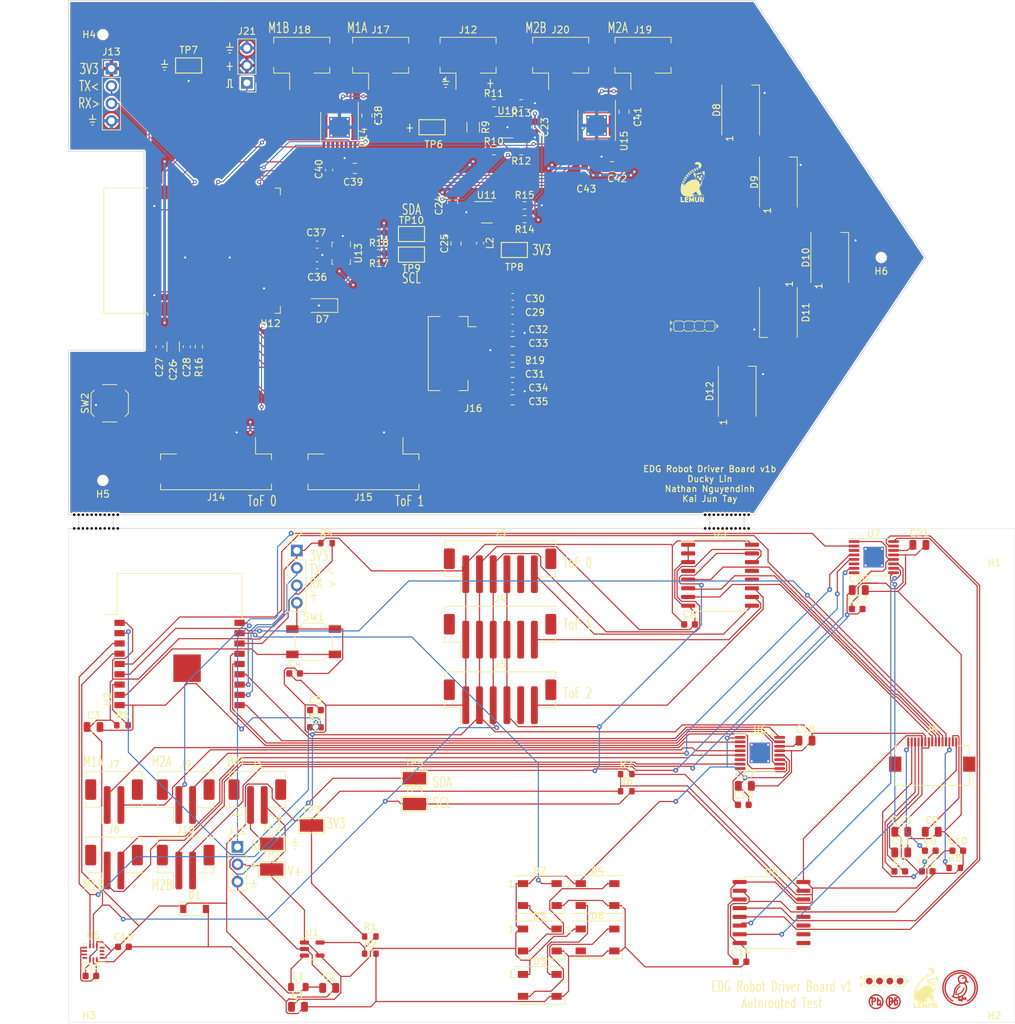
<source format=kicad_pcb>
(kicad_pcb (version 20211014) (generator pcbnew)
  (layers (0 "F.Cu" signal "Front") (31 "B.Cu" signal "Back") (34 "B.Paste" user) (35 "F.Paste" user) (36 "B.SilkS" user "B.Silkscreen") (37 "F.SilkS" user "F.Silkscreen") (38 "B.Mask" user) (39 "F.Mask" user) (44 "Edge.Cuts" user))
  (net 0 "")
  (net 1 "gnd")
  (net 2 "v3v3")
  (net 3 "vbatt")
  (net 4 "i2c_chain_0.sda")
  (net 5 "i2c_chain_0.scl")
  (net 6 "lcd.iref_res.a")
  (net 7 "mcu.gpio.ledArray")
  (net 8 "mcu.gpio.motor_bin1")
  (net 9 "mcu.gpio.motor_bin2")
  (net 10 "mcu.gpio.motor_ain2")
  (net 11 "mcu.gpio.motor_ain1")
  (net 12 "lcd.spi.mosi")
  (net 13 "lcd.spi.sck")
  (net 14 "motor_expander.io.motor_bin2")
  (net 15 "motor_expander.io.motor_ain1")
  (net 16 "motor_expander.io.motor_bin1")
  (net 17 "motor_expander.io.motor_ain2")
  (net 18 "expander.io.lcd_cs")
  (net 19 "expander.io.lcd_dc")
  (net 20 "expander.io.lcd_reset")
  (net 21 "m1_a.pins.1")
  (net 22 "m1_a.pins.2")
  (net 23 "m1_b.pins.2")
  (net 24 "m1_b.pins.1")
  (net 25 "m2_a.pins.1")
  (net 26 "m2_a.pins.2")
  (net 27 "m2_b.pins.2")
  (net 28 "m2_b.pins.1")
  (net 29 "imu.int1")
  (net 30 "imu.int2")
  (net 31 "ws2812bArray.dout")
  (net 32 "tof.gpio1.1")
  (net 33 "tof.gpio1.0")
  (net 34 "tof.gpio1.2")
  (net 35 "motor_driver1.ic.vcp")
  (net 36 "reg_3v3.power_path.switch")
  (net 37 "motor_driver2.ic.vint")
  (net 38 "motor_driver1.ic.vint")
  (net 39 "ws2812bArray.led[0].dout")
  (net 40 "reg_3v3.ic.fb")
  (net 41 "mcu.gpio.pwm")
  (net 42 "ws2812bArray.led[4].din")
  (net 43 "ws2812bArray.led[1].dout")
  (net 44 "mcu.ic.uart0.rx")
  (net 45 "mcu.ic.uart0.tx")
  (net 46 "motor_driver2.vcp_cap.pos")
  (net 47 "tof.xshut.2")
  (net 48 "lcd.device.c1n")
  (net 49 "mcu.io8_pull.b")
  (net 50 "mcu.ic.io2")
  (net 51 "mcu.ic.en")
  (net 52 "mcu.ic.io9")
  (net 53 "expander.io.tof_xshut_0")
  (net 54 "tof.xshut.1")
  (net 55 "ws2812bArray.led[3].din")
  (net 56 "lcd.c2_cap.pos")
  (net 57 "lcd.c2_cap.neg")
  (net 58 "lcd.device.c1p")
  (net 59 "lcd.device.vcomh")
  (net 60 "lcd.vcc_cap2.pwr")
  (footprint "edg:Symbol_Duckling" (layer "F.Cu") (at 148.9688 -1.8082)
    (fp_text reference "U17" hide)
    (fp_text value "" hide)
  )
  (footprint "TestPoint:TestPoint_Keystone_5015_Micro-Minature" (layer "F.Cu") (at 75.5 -28.5)
    (fp_text reference "TP7")
    (fp_text value "C238130")
  )
  (footprint "RF_Module:ESP-WROOM-02" (layer "F.Cu") (at 74.1799 58.7678)
    (fp_text reference "U2")
    (fp_text value "C2934560")
  )
  (footprint "Inductor_SMD:L_0805_2012Metric" (layer "F.Cu") (at 91.5 105.87)
    (fp_text reference "L1")
    (fp_text value "C98331")
  )
  (footprint "LED_SMD:LED_WS2812B_PLCC4_5.0x5.0mm_P3.2mm" (layer "F.Cu") (at 169 -0.5 90)
    (fp_text reference "D10")
    (fp_text value "C2920042")
  )
  (footprint "edg:Symbol_LemurSmall" (layer "F.Cu") (at 149 -11.5)
    (fp_text reference "U16" hide)
    (fp_text value "" hide)
  )
  (footprint "edg:MouseBites" (layer "F.Cu") (at 154 38)
    (fp_text reference "REF**" hide)
    (fp_text value "MouseBites")
    (fp_line (start -3 -1) (end -2.5 -1) (layer "Edge.Cuts") (width 0.12))
    (fp_line (start -2.5 1) (end -2.5 -1) (layer "Edge.Cuts") (width 0.12))
    (fp_line (start 2.5 1) (end 3 1) (layer "Edge.Cuts") (width 0.12))
    (fp_line (start 2.5 -1) (end 3 -1) (layer "Edge.Cuts") (width 0.12))
    (fp_line (start 2.5 -1) (end 2.5 1) (layer "Edge.Cuts") (width 0.12))
    (fp_line (start -3 1) (end -2.5 1) (layer "Edge.Cuts") (width 0.12))
  )
  (footprint "Connector_JST:JST_PH_B2B-PH-SM4-TB_1x02-1MP_P2.00mm_Vertical" (layer "F.Cu") (at 103.5 -28.25)
    (fp_text reference "J17")
    (fp_text value "C64658")
  )
  (footprint "edg:JlcToolingHole_1.152mm" (layer "F.Cu") (at 193 42)
    (fp_text reference "H1")
    (fp_text value "")
  )
  (footprint "Connector_JST:JST_PH_B2B-PH-SM4-TB_1x02-1MP_P2.00mm_Vertical" (layer "F.Cu") (at 75.0799 78.8278)
    (fp_text reference "J9")
    (fp_text value "C64658")
  )
  (footprint "Capacitor_SMD:C_0603_1608Metric" (layer "F.Cu") (at 66 100)
    (fp_text reference "C16")
    (fp_text value "C14663")
  )
  (footprint "TestPoint:TestPoint_Keystone_5015_Micro-Minature" (layer "F.Cu") (at 108.4399 75.4278)
    (fp_text reference "TP5")
    (fp_text value "C238130")
  )
  (footprint "LED_SMD:LED_WS2812B_PLCC4_5.0x5.0mm_P3.2mm" (layer "F.Cu") (at 126.7149 105.625)
    (fp_text reference "D5")
    (fp_text value "C2920042")
  )
  (footprint "Connector_JST:JST_PH_B2B-PH-SM4-TB_1x02-1MP_P2.00mm_Vertical" (layer "F.Cu") (at 141.75 -28.25)
    (fp_text reference "J19")
    (fp_text value "C64658")
  )
  (footprint "Capacitor_SMD:C_0805_2012Metric" (layer "F.Cu") (at 183.8701 83.23)
    (fp_text reference "C9")
    (fp_text value "C1779")
  )
  (footprint "Connector_JST:JST_PH_B2B-PH-SM4-TB_1x02-1MP_P2.00mm_Vertical" (layer "F.Cu") (at 85.5299 78.8278)
    (fp_text reference "J1")
    (fp_text value "C64658")
  )
  (footprint "edg:JlcToolingHole_1.152mm" (layer "F.Cu") (at 63 -33)
    (fp_text reference "H4")
    (fp_text value "")
  )
  (footprint "LED_SMD:LED_WS2812B_PLCC4_5.0x5.0mm_P3.2mm" (layer "F.Cu") (at 156 -22 90)
    (fp_text reference "D8")
    (fp_text value "C2920042")
  )
  (footprint "Connector_PinHeader_2.54mm:PinHeader_1x04_P2.54mm_Vertical" (layer "F.Cu") (at 91.2799 42.2178)
    (fp_text reference "J2")
    (fp_text value "")
  )
  (footprint "LED_SMD:LED_WS2812B_PLCC4_5.0x5.0mm_P3.2mm" (layer "F.Cu") (at 135.1349 99.005)
    (fp_text reference "D6")
    (fp_text value "C2920042")
  )
  (footprint "RF_Module:ESP32-WROOM-32" (layer "F.Cu") (at 79 -1.5 90)
    (fp_text reference "U12")
    (fp_text value "C701342")
  )
  (footprint "Capacitor_SMD:C_0805_2012Metric" (layer "F.Cu") (at 99.75 -13.5 180)
    (fp_text reference "C39")
    (fp_text value "C1779")
  )
  (footprint "Resistor_SMD:R_0603_1608Metric" (layer "F.Cu") (at 103.25 -1.13 180)
    (fp_text reference "R17")
    (fp_text value "C23162")
  )
  (footprint "Package_TO_SOT_SMD:SOT-23-5" (layer "F.Cu") (at 119 -7.1)
    (fp_text reference "U11")
    (fp_text value "C500769")
  )
  (footprint "Capacitor_SMD:C_0603_1608Metric" (layer "F.Cu") (at 126 -19.5 -90)
    (fp_text reference "C23")
    (fp_text value "C14663")
  )
  (footprint "Capacitor_SMD:C_0603_1608Metric" (layer "F.Cu") (at 156.39 79.2978)
    (fp_text reference "C19")
    (fp_text value "C57112")
  )
  (footprint "Button_Switch_SMD:SW_SPST_SKQG_WithoutStem" (layer "F.Cu") (at 64 20.75 90)
    (fp_text reference "SW2")
    (fp_text value "C318884")
  )
  (footprint "Capacitor_SMD:C_0603_1608Metric" (layer "F.Cu") (at 173 50.7478)
    (fp_text reference "C22")
    (fp_text value "C57112")
  )
  (footprint "Capacitor_SMD:C_0603_1608Metric" (layer "F.Cu") (at 122.75 9.75)
    (fp_text reference "C32")
    (fp_text value "C14663")
  )
  (footprint "TestPoint:TestPoint_Keystone_5015_Micro-Minature" (layer "F.Cu") (at 108 -3.93 180)
    (fp_text reference "TP10")
    (fp_text value "C238130")
  )
  (footprint "Package_LGA:Bosch_LGA-14_3x2.5mm_P0.5mm" (layer "F.Cu") (at 97.75 -1.13 -90)
    (fp_text reference "U13")
    (fp_text value "C967633")
  )
  (footprint "edg:Symbol_Duckling" (layer "F.Cu") (at 188 106)
    (fp_text reference "U9" hide)
    (fp_text value "" hide)
  )
  (footprint "Connector_JST:JST_PH_B2B-PH-SM4-TB_1x02-1MP_P2.00mm_Vertical" (layer "F.Cu") (at 129.75 -28.25)
    (fp_text reference "J20")
    (fp_text value "C64658")
  )
  (footprint "Resistor_SMD:R_0603_1608Metric" (layer "F.Cu") (at 187.2201 88.5)
    (fp_text reference "R8")
    (fp_text value "C23203")
  )
  (footprint "Package_SO:SOIC-16W_7.5x10.3mm_P1.27mm" (layer "F.Cu") (at 153 45.8178)
    (fp_text reference "U3")
    (fp_text value "C86832")
  )
  (footprint "Connector_JST:JST_PH_B2B-PH-SM4-TB_1x02-1MP_P2.00mm_Vertical" (layer "F.Cu") (at 92 -28.25)
    (fp_text reference "J18")
    (fp_text value "C64658")
  )
  (footprint "Package_SO:TSSOP-16-1EP_4.4x5mm_P0.65mm_EP3x3mm_ThermalVias" (layer "F.Cu") (at 135 -19.75 -90)
    (fp_text reference "U15")
    (fp_text value "C50506")
  )
  (footprint "Capacitor_SMD:C_0603_1608Metric" (layer "F.Cu") (at 94.25 0.62 180)
    (fp_text reference "C36")
    (fp_text value "C14663")
  )
  (footprint "LED_SMD:LED_WS2812B_PLCC4_5.0x5.0mm_P3.2mm" (layer "F.Cu") (at 161.5 -11.5 90)
    (fp_text reference "D9")
    (fp_text value "C2920042")
  )
  (footprint "Connector_PinHeader_2.54mm:PinHeader_1x03_P2.54mm_Vertical" (layer "F.Cu") (at 82.6299 85.4278)
    (fp_text reference "J11")
    (fp_text value "")
  )
  (footprint "Resistor_SMD:R_0603_1608Metric" (layer "F.Cu") (at 102 98.49)
    (fp_text reference "R1")
    (fp_text value "C23231")
  )
  (footprint "edg:JlcToolingHole_1.152mm" (layer "F.Cu") (at 63 32)
    (fp_text reference "H5")
    (fp_text value "")
  )
  (footprint "TestPoint:TestPoint_Keystone_5015_Micro-Minature" (layer "F.Cu") (at 111 -19.5 180)
    (fp_text reference "TP6")
    (fp_text value "C238130")
  )
  (footprint "edg:Indicator_IdDots_4" (layer "F.Cu") (at 177 105)
    (fp_text reference "2" hide)
    (fp_text value "")
  )
  (footprint "Capacitor_SMD:C_0805_2012Metric" (layer "F.Cu") (at 114 -8.6 -90)
    (fp_text reference "C24")
    (fp_text value "C1779")
  )
  (footprint "Connector_JST:JST_PH_B2B-PH-SM4-TB_1x02-1MP_P2.00mm_Vertical" (layer "F.Cu") (at 75.0799 88.3778)
    (fp_text reference "J10")
    (fp_text value "C64658")
  )
  (footprint "Resistor_SMD:R_1206_3216Metric" (layer "F.Cu") (at 117 -19.5 -90)
    (fp_text reference "R9")
    (fp_text value "C411236")
  )
  (footprint "Capacitor_SMD:C_1206_3216Metric" (layer "F.Cu") (at 73.25 12.5 -90)
    (fp_text reference "C26")
    (fp_text value "C5672")
  )
  (footprint "Capacitor_SMD:C_0805_2012Metric" (layer "F.Cu") (at 182.07 41.3978)
    (fp_text reference "C21")
    (fp_text value "C1779")
  )
  (footprint "LED_SMD:LED_WS2812B_PLCC4_5.0x5.0mm_P3.2mm" (layer "F.Cu") (at 161.5 7.5 -90)
    (fp_text reference "D11")
    (fp_text value "C2920042")
  )
  (footprint "Capacitor_SMD:C_0603_1608Metric" (layer "F.Cu") (at 133.25 -13 -90)
    (fp_text reference "C43")
    (fp_text value "C57112")
  )
  (footprint "Capacitor_SMD:C_0603_1608Metric" (layer "F.Cu") (at 183.6501 85.99)
    (fp_text reference "C8")
    (fp_text value "C14663")
  )
  (footprint "Diode_SMD:D_SOD-123" (layer "F.Cu") (at 76.3799 94.4778)
    (fp_text reference "D1")
    (fp_text value "C499796")
  )
  (footprint "Connector_FFC-FPC:Hirose_FH12-15S-0.5SH_1x15-1MP_P0.50mm_Horizontal" (layer "F.Cu") (at 183.94 71.9678)
    (fp_text reference "J6")
    (fp_text value "")
  )
  (footprint "Capacitor_SMD:C_0805_2012Metric" (layer "F.Cu") (at 114.5 -2.55 90)
    (fp_text reference "C25")
    (fp_text value "C1779")
  )
  (footprint "Connector_PinHeader_2.54mm:PinHeader_1x04_P2.54mm_Vertical" (layer "F.Cu") (at 64.25 -28.05)
    (fp_text reference "J13")
    (fp_text value "")
  )
  (footprint "edg:JlcToolingHole_1.152mm" (layer "F.Cu") (at 193 108)
    (fp_text reference "H2")
    (fp_text value "")
  )
  (footprint "Capacitor_SMD:C_0603_1608Metric" (layer "F.Cu") (at 122.75 7.25)
    (fp_text reference "C29")
    (fp_text value "C14663")
  )
  (footprint "LED_SMD:LED_WS2812B_PLCC4_5.0x5.0mm_P3.2mm" (layer "F.Cu") (at 155.5 19 90)
    (fp_text reference "D12")
    (fp_text value "C2920042")
  )
  (footprint "Package_SO:TSSOP-16-1EP_4.4x5mm_P0.65mm_EP3x3mm_ThermalVias" (layer "F.Cu") (at 158.81 71.7378)
    (fp_text reference "U6")
    (fp_text value "C50506")
  )
  (footprint "TestPoint:TestPoint_Keystone_5015_Micro-Minature" (layer "F.Cu") (at 108.4399 79.1778)
    (fp_text reference "TP4")
    (fp_text value "C238130")
  )
  (footprint "Capacitor_SMD:C_0805_2012Metric" (layer "F.Cu") (at 137.25 -13.75 180)
    (fp_text reference "C42")
    (fp_text value "C1779")
  )
  (footprint "Resistor_SMD:R_0603_1608Metric" (layer "F.Cu") (at 124 -23 180)
    (fp_text reference "R13")
    (fp_text value "C25803")
  )
  (footprint "Button_Switch_SMD:SW_SPST_SKQG_WithoutStem" (layer "F.Cu") (at 93.7299 55.5178)
    (fp_text reference "SW1")
    (fp_text value "C318884")
  )
  (footprint "Resistor_SMD:R_0603_1608Metric" (layer "F.Cu") (at 139.3199 77.3178)
    (fp_text reference "R6")
    (fp_text value "C23162")
  )
  (footprint "TestPoint:TestPoint_Keystone_5015_Micro-Minature" (layer "F.Cu") (at 123 -1.6)
    (fp_text reference "TP8")
    (fp_text value "C238130")
  )
  (footprint "Resistor_SMD:R_0603_1608Metric" (layer "F.Cu") (at 122.75 14.25)
    (fp_text reference "R19")
    (fp_text value "C23203")
  )
  (footprint "Package_SO:SOIC-16W_7.5x10.3mm_P1.27mm" (layer "F.Cu") (at 160.5099 95)
    (fp_text reference "U4")
    (fp_text value "C86832")
  )
  (footprint "Connector_JST:JST_PH_B2B-PH-SM4-TB_1x02-1MP_P2.00mm_Vertical" (layer "F.Cu") (at 64.6299 88.3778)
    (fp_text reference "J8")
    (fp_text value "C64658")
  )
  (footprint "Capacitor_SMD:C_0603_1608Metric" (layer "F.Cu") (at 61.25 104.25)
    (fp_text reference "C15")
    (fp_text value "C14663")
  )
  (footprint "Resistor_SMD:R_0603_1608Metric" (layer "F.Cu") (at 94 68)
    (fp_text reference "R5")
    (fp_text value "C25804")
  )
  (footprint "Diode_SMD:D_SOD-123" (layer "F.Cu") (at 95 6.5 180)
    (fp_text reference "D7")
    (fp_text value "C499796")
  )
  (footprint "Capacitor_SMD:C_0603_1608Metric" (layer "F.Cu") (at 96 -13.25 -90)
    (fp_text reference "C40")
    (fp_text value "C57112")
  )
  (footprint "Capacitor_SMD:C_0603_1608Metric" (layer "F.Cu") (at 71.25 12.5 -90)
    (fp_text reference "C27")
    (fp_text value "C14663")
  )
  (footprint "edg:MouseBites" (layer "F.Cu") (at 62 38)
    (fp_text reference "REF**" hide)
    (fp_text value "MouseBites")
    (fp_line (start 2.5 -1) (end 3 -1) (layer "Edge.Cuts") (width 0.12))
    (fp_line (start -3 -1) (end -2.5 -1) (layer "Edge.Cuts") (width 0.12))
    (fp_line (start -2.5 1) (end -2.5 -1) (layer "Edge.Cuts") (width 0.12))
    (fp_line (start 2.5 -1) (end 2.5 1) (layer "Edge.Cuts") (width 0.12))
    (fp_line (start 2.5 1) (end 3 1) (layer "Edge.Cuts") (width 0.12))
    (fp_line (start -3 1) (end -2.5 1) (layer "Edge.Cuts") (width 0.12))
  )
  (footprint "Capacitor_SMD:C_0603_1608Metric" (layer "F.Cu") (at 94 65.49)
    (fp_text reference "C5")
    (fp_text value "C15849")
  )
  (footprint "Capacitor_SMD:C_0603_1608Metric" (layer "F.Cu") (at 122.75 18.25)
    (fp_text reference "C34")
    (fp_text value "C14663")
  )
  (footprint "Connector_JST:JST_PH_B6B-PH-SM4-TB_1x06-1MP_P2.00mm_Vertical" (layer "F.Cu") (at 79.5 29 180)
    (fp_text reference "J14")
    (fp_text value "C265088")
  )
  (footprint "Resistor_SMD:R_0603_1608Metric" (layer "F.Cu") (at 139.3199 74.8078)
    (fp_text reference "R7")
    (fp_text value "C23162")
  )
  (footprint "Resistor_SMD:R_0603_1608Metric" (layer "F.Cu") (at 124.5 -8.1)
    (fp_text reference "R15")
    (fp_text value "C22809")
  )
  (footprint "Connector_JST:JST_PH_B6B-PH-SM4-TB_1x06-1MP_P2.00mm_Vertical" (layer "F.Cu") (at 120.9199 64.2678)
    (fp_text reference "J5")
    (fp_text value "C265088")
  )
  (footprint "TestPoint:TestPoint_Keystone_5015_Micro-Minature" (layer "F.Cu") (at 108 -0.93 180)
    (fp_text reference "TP9")
    (fp_text value "C238130")
  )
  (footprint "Capacitor_SMD:C_0805_2012Metric" (layer "F.Cu") (at 61.6299 67.9478)
    (fp_text reference "C3")
    (fp_text value "C15850")
  )
  (footprint "TestPoint:TestPoint_Keystone_5015_Micro-Minature" (layer "F.Cu") (at 87.6299 84.9778)
    (fp_text reference "TP2")
    (fp_text value "C238130")
  )
  (footprint "Capacitor_SMD:C_0603_1608Metric" (layer "F.Cu") (at 187.6601 85.99)
    (fp_text reference "C10")
    (fp_text value "C14663")
  )
  (footprint "edg:Indicator_LeadFree" (layer "F.Cu") (at 177 108)
    (fp_text reference "1" hide)
    (fp_text value "" hide)
  )
  (footprint "Connector_JST:JST_PH_B2B-PH-SM4-TB_1x02-1MP_P2.00mm_Vertical" (layer "F.Cu") (at 116.25 -28.25)
    (fp_text reference "J12")
    (fp_text value "C64658")
  )
  (footprint "Capacitor_SMD:C_0805_2012Metric" (layer "F.Cu") (at 165.46 69.9478)
    (fp_text reference "C18")
    (fp_text value "C1779")
  )
  (footprint "edg:Symbol_LemurSmall" (layer "F.Cu") (at 183 106)
    (fp_text reference "U8" hide)
    (fp_text value "" hide)
  )
  (footprint "Capacitor_SMD:C_0603_1608Metric" (layer "F.Cu") (at 148.55 52.9978)
    (fp_text reference "C6")
    (fp_text value "C14663")
  )
  (footprint "Capacitor_SMD:C_0805_2012Metric" (layer "F.Cu") (at 139 -21.75 -90)
    (fp_text reference "C41")
    (fp_text value "C15850")
  )
  (footprint "Resistor_SMD:R_0603_1608Metric" (layer "F.Cu") (at 103.25 -4.13 180)
    (fp_text reference "R18")
    (fp_text value "C23162")
  )
  (footprint "edg:Indicator_LeadFree" (layer "F.Cu") (at 149 6)
    (fp_text reference "U18" hide)
    (fp_text value "" hide)
  )
  (footprint "Capacitor_SMD:C_0805_2012Metric" (layer "F.Cu") (at 179.4201 86.24)
    (fp_text reference "C11")
    (fp_text value "C1779")
  )
  (footprint "Capacitor_SMD:C_0603_1608Metric" (layer "F.Cu") (at 179.2001 89)
    (fp_text reference "C7")
    (fp_text value "C14663")
  )
  (footprint "Package_SO:TSSOP-16-1EP_4.4x5mm_P0.65mm_EP3x3mm_ThermalVias" (layer "F.Cu") (at 97.5 -19.5 -90)
    (fp_text reference "U14")
    (fp_text value "C50506")
  )
  (footprint "edg:JlcToolingHole_1.152mm" (layer "F.Cu") (at 176.5 -0.5)
    (fp_text reference "H6")
    (fp_text value "")
  )
  (footprint "Capacitor_SMD:C_0603_1608Metric" (layer "F.Cu") (at 90.9599 60.1478)
    (fp_text reference "C4")
    (fp_text value "C14663")
  )
  (footprint "Capacitor_SMD:C_0805_2012Metric" (layer "F.Cu") (at 179.4201 83.23)
    (fp_text reference "C13")
    (fp_text value "C15850")
  )
  (footprint "Capacitor_SMD:C_0805_2012Metric" (layer "F.Cu") (at 122.75 11.75)
    (fp_text reference "C33")
    (fp_text value "C1779")
  )
  (footprint "Capacitor_SMD:C_0805_2012Metric" (layer "F.Cu") (at 156.61 76.5378)
    (fp_text reference "C17")
    (fp_text value "C15850")
  )
  (footprint "LED_SMD:LED_WS2812B_PLCC4_5.0x5.0mm_P3.2mm" (layer "F.Cu") (at 135.1349 92.385)
    (fp_text reference "D4")
    (fp_text value "C2920042")
  )
  (footprint "Resistor_SMD:R_0603_1608Metric" (layer "F.Cu") (at 102 101)
    (fp_text reference "R2")
    (fp_text value "C22809")
  )
  (footprint "TestPoint:TestPoint_Keystone_5015_Micro-Minature" (layer "F.Cu") (at 93.4299 82.3178)
    (fp_text reference "TP3")
    (fp_text value "C238130")
  )
  (footprint "Capacitor_SMD:C_0805_2012Metric" (layer "F.Cu") (at 173.22 47.9878)
    (fp_text reference "C20")
    (fp_text value "C15850")
  )
  (footprint "edg:Indicator_IdDots_4" (layer "F.Cu") (at 149.25 9.5)
    (fp_text reference "U19" hide)
    (fp_text value "")
  )
  (footprint "Capacitor_SMD:C_0603_1608Metric" (layer "F.Cu") (at 156.0599 102.18)
    (fp_text reference "C14")
    (fp_text value "C14663")
  )
  (footprint "edg:JlcToolingHole_1.152mm" (layer "F.Cu") (at 61 108)
    (fp_text reference "H3")
    (fp_text value "")
  )
  (footprint "Inductor_SMD:L_0603_1608Metric" (layer "F.Cu") (at 118 -2.6 -90)
    (fp_text reference "L2")
    (fp_text value "C295681")
  )
  (footprint "Connector_FFC-FPC:Hirose_FH12-15S-0.5SH_1x15-1MP_P0.50mm_Horizontal" (layer "F.Cu") (at 114.95 13.5 -90)
    (fp_text reference "J16")
    (fp_text value "")
  )
  (footprint "Package_SO:TSSOP-16-1EP_4.4x5mm_P0.65mm_EP3x3mm_ThermalVias" (layer "F.Cu") (at 175.42 43.1878)
    (fp_text reference "U7")
    (fp_text value "C50506")
  )
  (footprint "Capacitor_SMD:C_0603_1608Metric" (layer "F.Cu") (at 183.2101 89)
    (fp_text reference "C12")
    (fp_text value "C14663")
  )
  (footprint "Resistor_SMD:R_0603_1608Metric" (layer "F.Cu") (at 124 -16 180)
    (fp_text reference "R12")
    (fp_text value "C25803")
  )
  (footprint "Resistor_SMD:R_0603_1608Metric" (layer "F.Cu") (at 120 -23)
    (fp_text reference "R11")
    (fp_text value "C25804")
  )
  (footprint "Resistor_SMD:R_0603_1608Metric" (layer "F.Cu") (at 124.5 -6.1 180)
    (fp_text reference "R14")
    (fp_text value "C23231")
  )
  (footprint "LED_SMD:LED_WS2812B_PLCC4_5.0x5.0mm_P3.2mm" (layer "F.Cu") (at 126.7149 92.385)
    (fp_text reference "D2")
    (fp_text value "C2920042")
  )
  (footprint "TestPoint:TestPoint_Keystone_5015_Micro-Minature" (layer "F.Cu") (at 87.6299 88.7278)
    (fp_text reference "TP1")
    (fp_text value "C238130")
  )
  (footprint "Capacitor_SMD:C_0805_2012Metric" (layer "F.Cu") (at 96 106)
    (fp_text reference "C2")
    (fp_text value "C1779")
  )
  (footprint "Capacitor_SMD:C_0603_1608Metric" (layer "F.Cu") (at 122.75 5.25)
    (fp_text reference "C30")
    (fp_text value "C14663")
  )
  (footprint "Capacitor_SMD:C_0805_2012Metric" (layer "F.Cu") (at 122.75 20.25)
    (fp_text reference "C35")
    (fp_text value "C15850")
  )
  (footprint "Connector_JST:JST_PH_B6B-PH-SM4-TB_1x06-1MP_P2.00mm_Vertical" (layer "F.Cu") (at 120.9199 54.7178)
    (fp_text reference "J4")
    (fp_text value "C265088")
  )
  (footprint "Connector_PinHeader_2.54mm:PinHeader_1x03_P2.54mm_Vertical" (layer "F.Cu") (at 84 -25.96 180)
    (fp_text reference "J21")
    (fp_text value "")
  )
  (footprint "Resistor_SMD:R_0603_1608Metric" (layer "F.Cu") (at 77 12.5 90)
    (fp_text reference "R16")
    (fp_text value "C25804")
  )
  (footprint "Package_LGA:Bosch_LGA-14_3x2.5mm_P0.5mm" (layer "F.Cu") (at 61.62 100.87)
    (fp_text reference "U5")
    (fp_text value "C967633")
  )
  (footprint "Resistor_SMD:R_0603_1608Metric" (layer "F.Cu") (at 65.8599 67.6978)
    (fp_text reference "R3")
    (fp_text value "C25804")
  )
  (footprint "Capacitor_SMD:C_0805_2012Metric" (layer "F.Cu") (at 122.75 16.25)
    (fp_text reference "C31")
    (fp_text value "C1779")
  )
  (footprint "Connector_JST:JST_PH_B2B-PH-SM4-TB_1x02-1MP_P2.00mm_Vertical" (layer "F.Cu") (at 64.6299 78.8278)
    (fp_text reference "J7")
    (fp_text value "C64658")
  )
  (footprint "Package_TO_SOT_SMD:SOT-23-5" (layer "F.Cu") (at 122 -19.5)
    (fp_text reference "U10")
    (fp_text value "C7972")
  )
  (footprint "Connector_JST:JST_PH_B6B-PH-SM4-TB_1x06-1MP_P2.00mm_Vertical" (layer "F.Cu") (at 101 29 180)
    (fp_text reference "J15")
    (fp_text value "C265088")
  )
  (footprint "Capacitor_SMD:C_0805_2012Metric" (layer "F.Cu") (at 101.5 -21.2 -90)
    (fp_text reference "C38")
    (fp_text value "C15850")
  )
  (footprint "Package_TO_SOT_SMD:SOT-23-5" (layer "F.Cu") (at 93.5299 100.3278)
    (fp_text reference "U1")
    (fp_text value "C500769")
  )
  (footprint "Capacitor_SMD:C_0603_1608Metric" (layer "F.Cu") (at 75.25 12.5 -90)
    (fp_text reference "C28")
    (fp_text value "C15849")
  )
  (footprint "Capacitor_SMD:C_0603_1608Metric" (layer "F.Cu") (at 94.25 -2.38 180)
    (fp_text reference "C37")
    (fp_text value "C14663")
  )
  (footprint "Capacitor_SMD:C_0805_2012Metric" (layer "F.Cu") (at 91.45 108.75)
    (fp_text reference "C1")
    (fp_text value "C1779")
  )
  (footprint "Resistor_SMD:R_0603_1608Metric" (layer "F.Cu") (at 95.6099 41.1478)
    (fp_text reference "R4")
    (fp_text value "C25804")
  )
  (footprint "LED_SMD:LED_WS2812B_PLCC4_5.0x5.0mm_P3.2mm" (layer "F.Cu") (at 126.7149 99.005)
    (fp_text reference "D3")
    (fp_text value "C2920042")
  )
  (footprint "Resistor_SMD:R_0603_1608Metric" (layer "F.Cu") (at 120 -16)
    (fp_text reference "R10")
    (fp_text value "C25804")
  )
  (footprint "Connector_JST:JST_PH_B6B-PH-SM4-TB_1x06-1MP_P2.00mm_Vertical" (layer "F.Cu") (at 120.9199 45.1678)
    (fp_text reference "J3")
    (fp_text value "C265088")
  )
  (gr_line (start 59 37) (end 58 37) (layer "Edge.Cuts") (width 0.1))
  (gr_line (start 151 37) (end 65 37) (layer "Edge.Cuts") (width 0.1))
  (gr_line (start 196 111) (end 58 111) (layer "Edge.Cuts") (width 0.05))
  (gr_line (start 65 39) (end 151 39) (layer "Edge.Cuts") (width 0.1))
  (gr_line (start 158 -38) (end 183 -0.5) (layer "Edge.Cuts") (width 0.1))
  (gr_line (start 183 -0.5) (end 158 37) (layer "Edge.Cuts") (width 0.1))
  (gr_line (start 58 13) (end 58 37) (layer "Edge.Cuts") (width 0.1))
  (gr_line (start 58 111) (end 58 39) (layer "Edge.Cuts") (width 0.05))
  (gr_line (start 196 39) (end 196 111) (layer "Edge.Cuts") (width 0.05))
  (gr_line (start 158 37) (end 157 37) (layer "Edge.Cuts") (width 0.1))
  (gr_line (start 69 -16) (end 69 13) (layer "Edge.Cuts") (width 0.1))
  (gr_line (start 58 -38) (end 158 -38) (layer "Edge.Cuts") (width 0.1))
  (gr_line (start 58 39) (end 59 39) (layer "Edge.Cuts") (width 0.1))
  (gr_line (start 69 13) (end 58 13) (layer "Edge.Cuts") (width 0.1))
  (gr_line (start 157 39) (end 196 39) (layer "Edge.Cuts") (width 0.05))
  (gr_line (start 58 -16) (end 69 -16) (layer "Edge.Cuts") (width 0.1))
  (gr_line (start 58 -16) (end 58 -38) (layer "Edge.Cuts") (width 0.1))
  (gr_text "SDA" (at 111 76) (layer "F.SilkS") (effects (font (size 1.5 1)) (justify left)))
  (gr_text "⎍" (at 85 85) (layer "F.SilkS") (effects (font (size 1.5 1))))
  (gr_text "⎍" (at 81.5 -26) (layer "F.SilkS") (effects (font (size 1.5 1) (thickness 0.1524))))
  (gr_text "ToF 1" (at 105.5 35) (layer "F.SilkS") (effects (font (size 1.5 1)) (justify left)))
  (gr_text "+" (at 107.75 -19.5) (layer "F.SilkS") (effects (font (size 1.5 1) (thickness 0.1524))))
  (gr_text "SCL" (at 111 79) (layer "F.SilkS") (effects (font (size 1.5 1)) (justify left)))
  (gr_text "M2A" (at 70 73) (layer "F.SilkS") (effects (font (size 1.5 1)) (justify left)))
  (gr_text "ToF 1" (at 130 53) (layer "F.SilkS") (effects (font (size 1.5 1)) (justify left)))
  (gr_text "⏚" (at 82 81) (layer "F.SilkS") (effects (font (size 1.5 1)) (justify left)))
  (gr_text "M2B" (at 124.5 -34) (layer "F.SilkS") (effects (font (size 1.5 1)) (justify left)))
  (gr_text "⏚" (at 91 85) (layer "F.SilkS") (effects (font (size 1.5 1))))
  (gr_text "+" (at 88 81) (layer "F.SilkS") (effects (font (size 1.5 1)) (justify left)))
  (gr_text "EDG Robot Driver Board v1\nAutorouted Test" (at 162 107) (layer "F.SilkS") (effects (font (size 1.5 1))))
  (gr_text "+" (at 119.5 -26) (layer "F.SilkS") (effects (font (size 1.5 1) (thickness 0.1524))))
  (gr_text "+" (at 85 88) (layer "F.SilkS") (effects (font (size 1.5 1))))
  (gr_text "M1A" (at 98.5 -34) (layer "F.SilkS") (effects (font (size 1.5 1)) (justify left)))
  (gr_text "⏚" (at 72 -28.5) (layer "F.SilkS") (effects (font (size 1.5 1) (thickness 0.1524))))
  (gr_text "⏚" (at 61.5 -20.5) (layer "F.SilkS") (effects (font (size 1.5 1) (thickness 0.1524))))
  (gr_text "TX <" (at 93 45) (layer "F.SilkS") (effects (font (size 1.5 1)) (justify left)))
  (gr_text "3V3" (at 93 43) (layer "F.SilkS") (effects (font (size 1.5 1)) (justify left)))
  (gr_text "+" (at 81.5 -28.5) (layer "F.SilkS") (effects (font (size 1.5 1) (thickness 0.1524))))
  (gr_text "⏚" (at 81.5 -31) (layer "F.SilkS") (effects (font (size 1.5 1) (thickness 0.1524))))
  (gr_text "RX>" (at 61 -23) (layer "F.SilkS") (effects (font (size 1.5 1) (thickness 0.1524))))
  (gr_text "⏚" (at 113 -26) (layer "F.SilkS") (effects (font (size 1.5 1) (thickness 0.1524))))
  (gr_text "3V3" (at 127 -1.6) (layer "F.SilkS") (effects (font (size 1.5 1) (thickness 0.1524))))
  (gr_text "BAT" (at 81 73) (layer "F.SilkS") (effects (font (size 1.5 1)) (justify left)))
  (gr_text "M2B" (at 70 91) (layer "F.SilkS") (effects (font (size 1.5 1)) (justify left)))
  (gr_text "EDG Robot Driver Board v1b\nDucky Lin\nNathan Nguyendinh\nKai Jun Tay" (at 151.5 32.5) (layer "F.SilkS") (effects (font (size 0.9 0.9))))
  (gr_text "M1B" (at 60 91) (layer "F.SilkS") (effects (font (size 1.5 1)) (justify left)))
  (gr_text "V+\n" (at 91 89) (layer "F.SilkS") (effects (font (size 1.5 1))))
  (gr_text "⏚" (at 93 49) (layer "F.SilkS") (effects (font (size 1.5 1)) (justify left)))
  (gr_text "ToF 0" (at 84 35) (layer "F.SilkS") (effects (font (size 1.5 1)) (justify left)))
  (gr_text "3V3" (at 97 82) (layer "F.SilkS") (effects (font (size 1.5 1))))
  (gr_text "RX >" (at 93 47) (layer "F.SilkS") (effects (font (size 1.5 1)) (justify left)))
  (gr_text "ToF 0" (at 130 44) (layer "F.SilkS") (effects (font (size 1.5 1)) (justify left)))
  (gr_text "M1B" (at 87 -34) (layer "F.SilkS") (effects (font (size 1.5 1)) (justify left)))
  (gr_text "SDA" (at 108 -7.5) (layer "F.SilkS") (effects (font (size 1.5 1) (thickness 0.1524))))
  (gr_text "M1A" (at 60 73) (layer "F.SilkS") (effects (font (size 1.5 1)) (justify left)))
  (gr_text "3V3" (at 61 -28) (layer "F.SilkS") (effects (font (size 1.5 1) (thickness 0.1524))))
  (gr_text "M2A" (at 136.5 -34) (layer "F.SilkS") (effects (font (size 1.5 1)) (justify left)))
  (gr_text "⏚" (at 85 91) (layer "F.SilkS") (effects (font (size 1.5 1))))
  (gr_text "SCL" (at 108 2.5) (layer "F.SilkS") (effects (font (size 1.5 1) (thickness 0.1524))))
  (gr_text "TX<" (at 61 -25.5) (layer "F.SilkS") (effects (font (size 1.5 1) (thickness 0.154))))
  (gr_text "ToF 2" (at 130 63) (layer "F.SilkS") (effects (font (size 1.5 1)) (justify left)))
  (segment (start 98.475 -15.8636) (end 100.589 -13.75) (width 0.4) (layer "F.Cu") (net 0))
  (segment (start 86.6442 -11.4552) (end 90.9552 -11.4552) (width 0.16) (layer "F.Cu") (net 0))
  (segment (start 90.5913 -12.4087) (end 92 -11) (width 0.16) (layer "F.Cu") (net 0))
  (segment (start 88.7049 13.5) (end 83.445 8.2401) (width 0.16) (layer "F.Cu") (net 0))
  (segment (start 135.975 -16.875) (end 135.975 -15.775) (width 0.254) (layer "F.Cu") (net 0))
  (segment (start 122.5 -7.1) (end 123.5 -7.1) (width 0.2) (layer "F.Cu") (net 0))
  (segment (start 83.445 -10) (end 83.445 -11.2401) (width 0.16) (layer "F.Cu") (net 0))
  (segment (start 90.9552 -11.4552) (end 91.9104 -10.5) (width 0.16) (layer "F.Cu") (net 0))
  (segment (start 76.1052 -11.2401) (end 76.4005 -11.5354) (width 0.16) (layer "F.Cu") (net 0))
  (segment (start 98.737 -17.6477) (end 86.5869 -17.6477) (width 0.16) (layer "F.Cu") (net 0))
  (segment (start 117 -20.9625) (end 111.3224 -20.9625) (width 0.16) (layer "F.Cu") (net 0))
  (segment (start 120.138 -8.05) (end 120.1375 -8.05) (width 0.16) (layer "F.Cu") (net 0))
  (segment (start 134.025 -16.8875) (end 134.025 -16.875) (width 0.254) (layer "F.Cu") (net 0))
  (segment (start 111.645 -9.855) (end 99.3061 -9.855) (width 0.16) (layer "F.Cu") (net 0))
  (segment (start 120.862 -17.6375) (end 120.862 -18.0938) (width 0.15) (layer "F.Cu") (net 0))
  (segment (start 122 -16.5) (end 120.862 -17.6375) (width 0.15) (layer "F.Cu") (net 0))
  (segment (start 111.3224 -20.9625) (end 111 -20.6401) (width 0.16) (layer "F.Cu") (net 0))
  (segment (start 119.175 -23) (end 119.175 -21.675) (width 0.2) (layer "F.Cu") (net 0))
  (segment (start 86.8842 -13.1697) (end 91.1697 -13.1697) (width 0.16) (layer "F.Cu") (net 0))
  (segment (start 123.501 -7.0989) (end 123.675 -7.0989) (width 0.2) (layer "F.Cu") (net 0))
  (segment (start 135.975 -16.8875) (end 135.975 -16.875) (width 0.254) (layer "F.Cu") (net 0))
  (segment (start 79.82 -11.5354) (end 79.635 -11.3504) (width 0.16) (layer "F.Cu") (net 0))
  (segment (start 64.25 -25.51) (end 64.25 -24.4199) (width 0.16) (layer "F.Cu") (net 0))
  (segment (start 135.975 -15.775) (end 136.5 -15.25) (width 0.254) (layer "F.Cu") (net 0))
  (segment (start 101.2952 -17.4019) (end 100.5519 -17.4019) (width 0.16) (layer "F.Cu") (net 0))
  (segment (start 71 4) (end 71.5 4.5) (width 0.16) (layer "F.Cu") (net 0))
  (segment (start 77 11.675) (end 75.3 11.675) (width 0.16) (layer "F.Cu") (net 0))
  (segment (start 129.2099 -17.8985) (end 128.3552 -17.0438) (width 0.16) (layer "F.Cu") (net 0))
  (segment (start 127.3512 -23.7494) (end 129.4937 -21.6069) (width 0.16) (layer "F.Cu") (net 0))
  (segment (start 84.715 -10) (end 84.715 -11.2532) (width 0.16) (layer "F.Cu") (net 0))
  (segment (start 136.8584 -17.8985) (end 129.2099 -17.8985) (width 0.16) (layer "F.Cu") (net 0))
  (segment (start 87.1649 14.5) (end 80.905 8.2401) (width 0.16) (layer "F.Cu") (net 0))
  (segment (start 82.175 7) (end 82.175 8.2401) (width 0.16) (layer "F.Cu") (net 0))
  (segment (start 121.925 14.25) (end 120.175 16) (width 0.254) (layer "F.Cu") (net 0))
  (segment (start 119.9244 -23.7494) (end 127.3512 -23.7494) (width 0.16) (layer "F.Cu") (net 0))
  (segment (start 77.7264 19.5595) (end 77.7264 11.2337) (width 0.16) (layer "F.Cu") (net 0))
  (segment (start 134.025 -16.875) (end 134.025 -14.55) (width 0.254) (layer "F.Cu") (net 0))
  (segment (start 121.8 20.25) (end 119.8 18.25) (width 0.254) (layer "F.Cu") (net 0))
  (segment (start 122 -22.5) (end 122 -23) (width 0.15) (layer "F.Cu") (net 0))
  (segment (start 137.7944 -15.7519) (end 137.1348 -15.7519) (width 0.16) (layer "F.Cu") (net 0))
  (segment (start 129.1094 -12) (end 133.375 -16.2656) (width 0.16) (layer "F.Cu") (net 0))
  (segment (start 110.46 -21.1801) (end 111 -20.6401) (width 0.16) (layer "F.Cu") (net 0))
  (segment (start 122 -16) (end 123.175 -16) (width 0.15) (layer "F.Cu") (net 0))
  (segment (start 86.5869 -17.6477) (end 86.2195 -17.2803) (width 0.16) (layer "F.Cu") (net 0))
  (segment (start 73.285 -10) (end 73.285 -11.2401) (width 0.16) (layer "F.Cu") (net 0))
  (segment (start 105 -10.5) (end 105.9552 -11.4552) (width 0.16) (layer "F.Cu") (net 0))
  (segment (start 91.9104 -10.5) (end 105 -10.5) (width 0.16) (layer "F.Cu") (net 0))
  (segment (start 122 -23) (end 123.175 -23) (width 0.15) (layer "F.Cu") (net 0))
  (segment (start 79.635 -11.3504) (end 79.635 -10) (width 0.16) (layer "F.Cu") (net 0))
  (segment (start 71.5 4.5) (end 79 4.5) (width 0.16) (layer "F.Cu") (net 0))
  (segment (start 104 -11.5) (end 104.9905 -12.4905) (width 0.16) (layer "F.Cu") (net 0))
  (segment (start 138.93 -14.6163) (end 137.7944 -15.7519) (width 0.16) (layer "F.Cu") (net 0))
  (segment (start 157.6 -16.25) (end 159.9 -13.95) (width 0.254) (layer "F.Cu") (net 0))
  (segment (start 75.825 -11.2401) (end 76.1052 -11.2401) (width 0.16) (layer "F.Cu") (net 0))
  (segment (start 137.1348 -15.7519) (end 136.625 -16.2617) (width 0.16) (layer "F.Cu") (net 0))
  (segment (start 100.589 -13.75) (end 100.6445 -13.75) (width 0.4) (layer "F.Cu") (net 0))
  (segment (start 82.175 -11.2401) (end 84.0209 -13.086) (width 0.16) (layer "F.Cu") (net 0))
  (segment (start 137.75 -15.25) (end 138.2 -14.8) (width 0.254) (layer "F.Cu") (net 0))
  (segment (start 69.7502 14.1976) (end 69.7502 4.7498) (width 0.16) (layer "F.Cu") (net 0))
  (segment (start 75.3 10.2551) (end 75.3 11.675) (width 0.16) (layer "F.Cu") (net 0))
  (segment (start 91.1697 -13.1697) (end 92.8394 -11.5) (width 0.16) (layer "F.Cu") (net 0))
  (segment (start 80.905 -11.2401) (end 83.3146 -13.6497) (width 0.16) (layer "F.Cu") (net 0))
  (segment (start 69.7502 -7.9774) (end 70.2725 -7.4551) (width 0.16) (layer "F.Cu") (net 0))
  (segment (start 92 -11) (end 104.5 -11) (width 0.16) (layer "F.Cu") (net 0))
  (segment (start 99.125 -17.2597) (end 98.737 -17.6477) (width 0.16) (layer "F.Cu") (net 0))
  (segment (start 100.7 -13.6945) (end 100.7 -13.5) (width 0.16) (layer "F.Cu") (net 0))
  (segment (start 74.555 -10) (end 74.555 -8.7599) (width 0.16) (layer "F.Cu") (net 0))
  (segment (start 120.175 16) (end 116.8 16) (width 0.254) (layer "F.Cu") (net 0))
  (segment (start 118.462 -20.9625) (end 117 -20.9625) (width 0.2) (layer "F.Cu") (net 0))
  (segment (start 95.225 -16.625) (end 78.6699 -16.625) (width 0.16) (layer "F.Cu") (net 0))
  (segment (start 98.475 -16.6375) (end 98.475 -16.625) (width 0.4) (layer "F.Cu") (net 0))
  (segment (start 83.445 -11.2401) (end 84.6136 -12.4087) (width 0.16) (layer "F.Cu") (net 0))
  (segment (start 121.975 18.25) (end 119.8 18.25) (width 0.254) (layer "F.Cu") (net 0))
  (segment (start 116.8 14.5) (end 87.1649 14.5) (width 0.16) (layer "F.Cu") (net 0))
  (segment (start 70.5 4) (end 71 4) (width 0.16) (layer "F.Cu") (net 0))
  (segment (start 85.5439 -12.0821) (end 86.0173 -12.0821) (width 0.16) (layer "F.Cu") (net 0))
  (segment (start 84.6136 -12.4087) (end 90.5913 -12.4087) (width 0.16) (layer "F.Cu") (net 0))
  (segment (start 116.8 14) (end 87.9349 14) (width 0.16) (layer "F.Cu") (net 0))
  (segment (start 104.5 -11) (end 105.5 -12) (width 0.16) (layer "F.Cu") (net 0))
  (segment (start 120.8625 -18.0943) (end 120.8625 -18.55) (width 0.16) (layer "F.Cu") (net 0))
  (segment (start 83.445 7) (end 83.445 8.2401) (width 0.16) (layer "F.Cu") (net 0))
  (segment (start 117 -20.9625) (end 117 -23) (width 0.6) (layer "F.Cu") (net 0))
  (segment (start 75.825 -10) (end 75.825 -11.2401) (width 0.16) (layer "F.Cu") (net 0))
  (segment (start 77.095 -10) (end 77.095 -11.2401) (width 0.16) (layer "F.Cu") (net 0))
  (segment (start 123.138 -18.55) (end 123.1375 -18.55) (width 0.16) (layer "F.Cu") (net 0))
  (segment (start 87.255 -8.755) (end 87.255 -10) (width 0.16) (layer "F.Cu") (net 0))
  (segment (start 69.7502 4.7498) (end 70.5 4) (width 0.16) (layer "F.Cu") (net 0))
  (segment (start 122.2132 -15.284) (end 122.0531 -15.4441) (width 0.16) (layer "F.Cu") (net 0))
  (segment (start 137.309023 -11.4552) (end 138.93 -13.076177) (width 0.16) (layer "F.Cu") (net 0))
  (segment (start 138.93 -13.076177) (end 138.93 -14.6163) (width 0.16) (layer "F.Cu") (net 0))
  (segment (start 86.8005 -13.086) (end 86.8842 -13.1697) (width 0.16) (layer "F.Cu") (net 0))
  (segment (start 123.95 -18.55) (end 123.138 -18.55) (width 0.15) (layer "F.Cu") (net 0))
  (segment (start 77.7264 11.2337) (end 75.825 9.3323) (width 0.16) (layer "F.Cu") (net 0))
  (segment (start 65.85 17.65) (end 65.85 16.5099) (width 0.16) (layer "F.Cu") (net 0))
  (segment (start 86.0173 -12.0821) (end 86.6442 -11.4552) (width 0.16) (layer "F.Cu") (net 0))
  (segment (start 80.905 -10) (end 80.905 -11.2401) (width 0.16) (layer "F.Cu") (net 0))
  (segment (start 95.875 -16.625) (end 95.875 -15.9911) (width 0.16) (layer "F.Cu") (net 0))
  (segment (start 73.285 7) (end 73.285 8.2401) (width 0.16) (layer "F.Cu") (net 0))
  (segment (start 82.175 -10) (end 82.175 -11.2401) (width 0.16) (layer "F.Cu") (net 0))
  (segment (start 74.5 22.7859) (end 77.7264 19.5595) (width 0.16) (layer "F.Cu") (net 0))
  (segment (start 136.625 -16.2617) (end 136.625 -16.875) (width 0.16) (layer "F.Cu") (net 0))
  (segment (start 134.025 -14.55) (end 133.25 -13.775) (width 0.254) (layer "F.Cu") (net 0))
  (segment (start 84.715 -11.2532) (end 85.5439 -12.0821) (width 0.16) (layer "F.Cu") (net 0))
  (segment (start 64.25 -24.4199) (end 64.3863 -24.4199) (width 0.16) (layer "F.Cu") (net 0))
  (segment (start 120.862 -20.9063) (end 120.8625 -20.9058) (width 0.16) (layer "F.Cu") (net 0))
  (segment (start 105.5 -12) (end 129.1094 -12) (width 0.16) (layer "F.Cu") (net 0))
  (segment (start 138.2 -14.8) (end 138.2 -14) (width 0.254) (layer "F.Cu") (net 0))
  (segment (start 80.301 -14.4461) (end 77.095 -11.2401) (width 0.16) (layer "F.Cu") (net 0))
  (segment (start 65.85 23.85) (end 65.85 17.65) (width 0.16) (layer "F.Cu") (net 0))
  (segment (start 123.8311 -15.284) (end 122.2132 -15.284) (width 0.16) (layer "F.Cu") (net 0))
  (segment (start 122 -16) (end 122 -16.5) (width 0.15) (layer "F.Cu") (net 0))
  (segment (start 92.8394 -11.5) (end 104 -11.5) (width 0.16) (layer "F.Cu") (net 0))
  (segment (start 85.8 -11.5354) (end 85.985 -11.3504) (width 0.16) (layer "F.Cu") (net 0))
  (segment (start 89.4951 2.945) (end 88.255 2.945) (width 0.16) (layer "F.Cu") (net 0))
  (segment (start 83 -4.5) (end 87.255 -8.755) (width 0.16) (layer "F.Cu") (net 0))
  (segment (start 99.3061 -9.855) (end 89.4951 -0.044) (width 0.16) (layer "F.Cu") (net 0))
  (segment (start 137.275 -17.4819) (end 136.8584 -17.8985) (width 0.16) (layer "F.Cu") (net 0))
  (segment (start 120.862 -18.0938) (end 120.862 -18.55) (width 0.15) (layer "F.Cu") (net 0))
  (segment (start 73.285 8.2401) (end 75.3 10.2551) (width 0.16) (layer "F.Cu") (net 0))
  (segment (start 104.9905 -12.4905) (end 128.3405 -12.4905) (width 0.16) (layer "F.Cu") (net 0))
  (segment (start 89.4951 -0.044) (end 89.4951 2.945) (width 0.16) (layer "F.Cu") (net 0))
  (segment (start 75.825 9.3323) (end 75.825 7) (width 0.16) (layer "F.Cu") (net 0))
  (segment (start 84.0209 -13.086) (end 86.8005 -13.086) (width 0.16) (layer "F.Cu") (net 0))
  (segment (start 99.775 -22.375) (end 100.9699 -21.1801) (width 0.16) (layer "F.Cu") (net 0))
  (segment (start 64.3863 -24.4199) (end 69.7502 -19.056) (width 0.16) (layer "F.Cu") (net 0))
  (segment (start 136.8858 -21.6069) (end 137.275 -21.9961) (width 0.16) (layer "F.Cu") (net 0))
  (segment (start 119.8 18.25) (end 118.55 17) (width 0.254) (layer "F.Cu") (net 0))
  (segment (start 121.975 5.25) (end 121.55 5.25) (width 0.254) (layer "F.Cu") (net 0))
  (segment (start 74.5 28.5) (end 74.5 22.7859) (width 0.16) (layer "F.Cu") (net 0))
  (segment (start 77.095 9.595) (end 77.095 7) (width 0.16) (layer "F.Cu") (net 0))
  (segment (start 117.25 -23.25) (end 117.25 -27.75) (width 0.6) (layer "F.Cu") (net 0))
  (segment (start 120.862 -21.3625) (end 122 -22.5) (width 0.15) (layer "F.Cu") (net 0))
  (segment (start 67.4379 16.5099) (end 69.7502 14.1976) (width 0.16) (layer "F.Cu") (net 0))
  (segment (start 124.825 -16.2779) (end 124.825 -17.675) (width 0.15) (layer "F.Cu") (net 0))
  (segment (start 78.6699 -16.625) (end 73.285 -11.2401) (width 0.16) (layer "F.Cu") (net 0))
  (segment (start 124.825 -16.2779) (end 123.8311 -15.284) (width 0.16) (layer "F.Cu") (net 0))
  (segment (start 137.275 -16.875) (end 137.275 -17.4819) (width 0.16) (layer "F.Cu") (net 0))
  (segment (start 123.675 -6.1) (end 123.675 -7.0989) (width 0.254) (layer "F.Cu") (net 0))
  (segment (start 120.825 -23) (end 122 -23) (width 0.15) (layer "F.Cu") (net 0))
  (segment (start 138.2 -14) (end 138.2 -13.75) (width 0.16) (layer "F.Cu") (net 0))
  (segment (start 75.3 11.675) (end 75.25 11.725) (width 0.16) (layer "F.Cu") (net 0))
  (segment (start 100.5519 -17.4019) (end 99.775 -16.625) (width 0.16) (layer "F.Cu") (net 0))
  (segment (start 120.862 -18.0938) (end 120.8625 -18.0943) (width 0.16) (layer "F.Cu") (net 0))
  (segment (start 100.6445 -13.75) (end 100.7 -13.6945) (width 0.16) (layer "F.Cu") (net 0))
  (segment (start 119.175 -23) (end 119.9244 -23.7494) (width 0.16) (layer "F.Cu") (net 0))
  (segment (start 111 -19.5) (end 111 -20.6401) (width 0.16) (layer "F.Cu") (net 0))
  (segment (start 95.875 -15.9911) (end 94.33 -14.4461) (width 0.16) (layer "F.Cu") (net 0))
  (segment (start 116.8 13.5) (end 88.7049 13.5) (width 0.16) (layer "F.Cu") (net 0))
  (segment (start 123.675 -7.0989) (end 123.675 -8.1) (width 0.254) (layer "F.Cu") (net 0))
  (segment (start 133.375 -16.2656) (end 133.375 -16.875) (width 0.16) (layer "F.Cu") (net 0))
  (segment (start 100.9699 -21.1801) (end 110.46 -21.1801) (width 0.16) (layer "F.Cu") (net 0))
  (segment (start 99.125 -16.625) (end 99.125 -17.2597) (width 0.16) (layer "F.Cu") (net 0))
  (segment (start 120.8625 -20.9058) (end 120.8625 -20.45) (width 0.16) (layer "F.Cu") (net 0))
  (segment (start 120.862 -20.9063) (end 120.862 -21.3625) (width 0.15) (layer "F.Cu") (net 0))
  (segment (start 121.55 -8.05) (end 122.5 -7.1) (width 0.2) (layer "F.Cu") (net 0))
  (segment (start 83.3146 -13.6497) (end 86.4405 -13.6497) (width 0.16) (layer "F.Cu") (net 0))
  (segment (start 79 4.5) (end 83 0.5) (width 0.16) (layer "F.Cu") (net 0))
  (segment (start 124.825 -16) (end 124.825 -16.2779) (width 0.15) (layer "F.Cu") (net 0))
  (segment (start 121.55 5.25) (end 116.8 10) (width 0.254) (layer "F.Cu") (net 0))
  (segment (start 70.2725 -7.4551) (end 73.2502 -7.4551) (width 0.16) (layer "F.Cu") (net 0))
  (segment (start 96 28.5) (end 77.095 9.595) (width 0.16) (layer "F.Cu") (net 0))
  (segment (start 87.9349 14) (end 82.175 8.2401) (width 0.16) (layer "F.Cu") (net 0))
  (segment (start 112.5 -9) (end 111.645 -9.855) (width 0.16) (layer "F.Cu") (net 0))
  (segment (start 128.3405 -12.4905) (end 132.725 -16.875) (width 0.16) (layer "F.Cu") (net 0))
  (segment (start 98.475 -16.625) (end 98.475 -15.8636) (width 0.4) (layer "F.Cu") (net 0))
  (segment (start 73.2502 -7.4551) (end 74.555 -8.7599) (width 0.16) (layer "F.Cu") (net 0))
  (segment (start 136.5 -15.25) (end 137.75 -15.25) (width 0.254) (layer "F.Cu") (net 0))
  (segment (start 100.6445 -13.75) (end 100.7 -13.75) (width 0.4) (layer "F.Cu") (net 0))
  (segment (start 69.7502 -19.056) (end 69.7502 -7.9774) (width 0.16) (layer "F.Cu") (net 0))
  (segment (start 119.175 -21.675) (end 118.462 -20.9625) (width 0.2) (layer "F.Cu") (net 0))
  (segment (start 105.9552 -11.4552) (end 137.309023 -11.4552) (width 0.16) (layer "F.Cu") (net 0))
  (segment (start 80.905 7) (end 80.905 8.2401) (width 0.16) (layer "F.Cu") (net 0))
  (segment (start 120.862 -20.45) (end 120.862 -20.9063) (width 0.15) (layer "F.Cu") (net 0))
  (segment (start 137.275 -21.9961) (end 137.275 -22.625) (width 0.16) (layer "F.Cu") (net 0))
  (segment (start 83 0.5) (end 83 -4.5) (width 0.16) (layer "F.Cu") (net 0))
  (segment (start 124.825 -17.675) (end 123.95 -18.55) (width 0.15) (layer "F.Cu") (net 0))
  (segment (start 128.3552 -17.0438) (end 125.8003 -17.0438) (width 0.16) (layer "F.Cu") (net 0))
  (segment (start 117 -23) (end 117.25 -23.25) (width 0.6) (layer "F.Cu") (net 0))
  (segment (start 120.825 -16) (end 122 -16) (width 0.15) (layer "F.Cu") (net 0))
  (segment (start 94.33 -14.4461) (end 80.301 -14.4461) (width 0.16) (layer "F.Cu") (net 0))
  (segment (start 85.985 -11.3504) (end 85.985 -10) (width 0.16) (layer "F.Cu") (net 0))
  (segment (start 65.85 16.5099) (end 67.4379 16.5099) (width 0.16) (layer "F.Cu") (net 0))
  (segment (start 123.5 -7.1) (end 123.501 -7.0989) (width 0.2) (layer "F.Cu") (net 0))
  (segment (start 129.4937 -21.6069) (end 136.8858 -21.6069) (width 0.16) (layer "F.Cu") (net 0))
  (segment (start 118.55 17) (end 116.8 17) (width 0.254) (layer "F.Cu") (net 0))
  (segment (start 120.138 -8.05) (end 121.55 -8.05) (width 0.2) (layer "F.Cu") (net 0))
  (segment (start 157.6 -19.55) (end 157.6 -16.25) (width 0.254) (layer "F.Cu") (net 0))
  (via (at 125.8003 -17.0438) (size 0.6) (drill 0.3) (layers "F.Cu" "B.Cu") (net 0))
  (via (at 86.2195 -17.2803) (size 0.6) (drill 0.3) (layers "F.Cu" "B.Cu") (net 0))
  (via (at 101.2952 -17.4019) (size 0.6) (drill 0.3) (layers "F.Cu" "B.Cu") (net 0))
  (via (at 122.0531 -15.4441) (size 0.6) (drill 0.3) (layers "F.Cu" "B.Cu") (net 0))
  (via (at 76.4005 -11.5354) (size 0.6) (drill 0.3) (layers "F.Cu" "B.Cu") (net 0))
  (via (at 86.4405 -13.6497) (size 0.6) (drill 0.3) (layers "F.Cu" "B.Cu") (net 0))
  (via (at 112.5 -9) (size 0.6) (drill 0.3) (layers "F.Cu" "B.Cu") (net 0))
  (via (at 85.8 -11.5354) (size 0.6) (drill 0.3) (layers "F.Cu" "B.Cu") (net 0))
  (via (at 79.82 -11.5354) (size 0.6) (drill 0.3) (layers "F.Cu" "B.Cu") (net 0))
  (segment (start 125.8003 -17.0438) (end 125.6183 -16.8618) (width 0.16) (layer "B.Cu") (net 0))
  (segment (start 86.4405 -13.6497) (end 90.1927 -17.4019) (width 0.16) (layer "B.Cu") (net 0))
  (segment (start 65.3401 -22.5958) (end 65.3401 -22.97) (width 0.16) (layer "B.Cu") (net 0))
  (segment (start 76.4005 -11.5354) (end 65.3401 -22.5958) (width 0.16) (layer "B.Cu") (net 0))
  (segment (start 91.1264 -16.8618) (end 85.8 -11.5354) (width 0.16) (layer "B.Cu") (net 0))
  (segment (start 125.6183 -16.8618) (end 91.1264 -16.8618) (width 0.16) (layer "B.Cu") (net 0))
  (segment (start 80.4746 -11.5354) (end 79.82 -11.5354) (width 0.16) (layer "B.Cu") (net 0))
  (segment (start 64.25 -22.97) (end 65.3401 -22.97) (width 0.16) (layer "B.Cu") (net 0))
  (segment (start 90.1927 -17.4019) (end 101.2952 -17.4019) (width 0.16) (layer "B.Cu") (net 0))
  (segment (start 115.609 -9) (end 122.0531 -15.4441) (width 0.16) (layer "B.Cu") (net 0))
  (segment (start 86.2195 -17.2803) (end 80.4746 -11.5354) (width 0.16) (layer "B.Cu") (net 0))
  (segment (start 112.5 -9) (end 115.609 -9) (width 0.16) (layer "B.Cu") (net 0))
  (segment (start 82.5 28.5) (end 82.5 25) (width 0.6) (layer "F.Cu") (net 1))
  (segment (start 180.0484 42.8628) (end 181.555 42.8628) (width 0.16) (layer "F.Cu") (net 1))
  (segment (start 78.3775 100) (end 66.775 100) (width 0.16) (layer "F.Cu") (net 1))
  (segment (start 188.4351 85.99) (end 185.6751 83.23) (width 0.16) (layer "F.Cu") (net 1))
  (segment (start 73.25 14.5) (end 75 14.5) (width 0.254) (layer "F.Cu") (net 1))
  (segment (start 93.6005 69.0829) (end 93.5531 69.0355) (width 0.16) (layer "F.Cu") (net 1))
  (segment (start 67.3797 64.7678) (end 65.4299 64.7678) (width 0.16) (layer "F.Cu") (net 1))
  (segment (start 188.1603 57.4085) (end 188.1603 80.7448) (width 0.16) (layer "F.Cu") (net 1))
  (segment (start 97.825 -16.625) (end 97.825 -16.6375) (width 0.4) (layer "F.Cu") (net 1))
  (segment (start 133.2599 -19.6607) (end 133.2599 -19.75) (width 0.16) (layer "F.Cu") (net 1))
  (segment (start 91.4029 109.7471) (end 89.994 109.7471) (width 0.16) (layer "F.Cu") (net 1))
  (segment (start 182.5896 68.8723) (end 182.94 69.2227) (width 0.16) (layer "F.Cu") (net 1))
  (segment (start 135.8447 101.3501) (end 130.9051 101.3501) (width 0.16) (layer "F.Cu") (net 1))
  (segment (start 137.5849 93.985) (end 136.5898 93.985) (width 0.16) (layer "F.Cu") (net 1))
  (segment (start 123.7 19.8) (end 124.5 19) (width 0.4) (layer "F.Cu") (net 1))
  (segment (start 157.6 -24.45) (end 159.45 -24.45) (width 0.6) (layer "F.Cu") (net 1))
  (segment (start 97.5 -3.1425) (end 97.5 -2.3925) (width 0.254) (layer "F.Cu") (net 1))
  (segment (start 97.988 -3.63) (end 97.5 -3.1425) (width 0.254) (layer "F.Cu") (net 1))
  (segment (start 89.454 59.7076) (end 89.808 59.3536) (width 0.16) (layer "F.Cu") (net 1))
  (segment (start 163.3544 94.917) (end 178.6269 94.917) (width 0.16) (layer "F.Cu") (net 1))
  (segment (start 91.0931 107.6467) (end 91.4182 107.3216) (width 0.16) (layer "F.Cu") (net 1))
  (segment (start 78.245 -0.5) (end 75 -0.5) (width 0.6) (layer "F.Cu") (net 1))
  (segment (start 93.35 6.5) (end 94.5 6.5) (width 0.6) (layer "F.Cu") (net 1))
  (segment (start 138.58 100.605) (end 139.16 100.025) (width 0.16) (layer "F.Cu") (net 1))
  (segment (start 92.4 108.75) (end 102.0625 108.75) (width 0.16) (layer "F.Cu") (net 1))
  (segment (start 97.4025 53.6678) (end 96.8299 53.6678) (width 0.16) (layer "F.Cu") (net 1))
  (segment (start 130.9051 101.3501) (end 130.9051 106.4799) (width 0.16) (layer "F.Cu") (net 1))
  (segment (start 95 -0.88) (end 95.25 -1.13) (width 0.254) (layer "F.Cu") (net 1))
  (segment (start 94.0281 64.7431) (end 94.775 65.49) (width 0.16) (layer "F.Cu") (net 1))
  (segment (start 84.5299 82.8503) (end 84.5299 79.3278) (width 0.16) (layer "F.Cu") (net 1))
  (segment (start 129.1649 93.985) (end 130.16 93.985) (width 0.16) (layer "F.Cu") (net 1))
  (segment (start 161.8214 93.384) (end 163.3544 94.917) (width 0.16) (layer "F.Cu") (net 1))
  (segment (start 91.4182 107.3216) (end 95.6284 107.3216) (width 0.16) (layer "F.Cu") (net 1))
  (segment (start 61.62 101.8825) (end 61.62 102.4651) (width 0.16) (layer "F.Cu") (net 1))
  (segment (start 178.9251 48.1733) (end 174.3555 48.1733) (width 0.16) (layer "F.Cu") (net 1))
  (segment (start 163.1 -13.95) (end 164.7 -13.95) (width 0.6) (layer "F.Cu") (net 1))
  (segment (start 78.0299 94.4778) (end 78.3775 94.4778) (width 0.16) (layer "F.Cu") (net 1))
  (segment (start 67.1513 68.4223) (end 63.0544 68.4223) (width 0.16) (layer "F.Cu") (net 1))
  (segment (start 120.8625 -19.5) (end 122 -19.5) (width 0.15) (layer "F.Cu") (net 1))
  (segment (start 62.025 102.5885) (end 61.9016 102.4651) (width 0.16) (layer "F.Cu") (net 1))
  (segment (start 90.1782 107.5514) (end 90.2734 107.6467) (width 0.16) (layer "F.Cu") (net 1))
  (segment (start 123.75 9.75) (end 124.5 10.5) (width 0.4) (layer "F.Cu") (net 1))
  (segment (start 62.025 104.25) (end 61.2833 104.9917) (width 0.16) (layer "F.Cu") (net 1))
  (segment (start 182.94 70.1178) (end 182.94 69.2227) (width 0.16) (layer "F.Cu") (net 1))
  (segment (start 102.825 107.9875) (end 102.825 101) (width 0.16) (layer "F.Cu") (net 1))
  (segment (start 124.825 -23) (end 126 -23) (width 0.15) (layer "F.Cu") (net 1))
  (segment (start 137.5849 100.605) (end 136.5898 100.605) (width 0.16) (layer "F.Cu") (net 1))
  (segment (start 73.25 14.5) (end 73.25 13.975) (width 0.16) (layer "F.Cu") (net 1))
  (segment (start 117.8625 -7.1) (end 116 -7.1) (width 0.254) (layer "F.Cu") (net 1))
  (segment (start 91.2799 53.6678) (end 91.2799 50.9329) (width 0.16) (layer "F.Cu") (net 1))
  (segment (start 59.9776 100.62) (end 59.7749 100.4173) (width 0.16) (layer "F.Cu") (net 1))
  (segment (start 185.6751 83.23) (end 184.8201 83.23) (width 0.16) (layer "F.Cu") (net 1))
  (segment (start 91.2799 53.6678) (end 90.6299 53.6678) (width 0.16) (layer "F.Cu") (net 1))
  (segment (start 135.325 -15.6097) (end 135.717 -15.2174) (width 0.254) (layer "F.Cu") (net 1))
  (segment (start 139.16 100.025) (end 139.16 94.565) (width 0.16) (layer "F.Cu") (net 1))
  (segment (start 76.6012 61.6229) (end 75.2799 61.6229) (width 0.16) (layer "F.Cu") (net 1))
  (segment (start 89.7312 109.4843) (end 89.7312 107.9984) (width 0.16) (layer "F.Cu") (net 1))
  (segment (start 128.1698 107.225) (end 127.4073 107.9875) (width 0.16) (layer "F.Cu") (net 1))
  (segment (start 172.7 -2.95) (end 172.75 -3) (width 0.6) (layer "F.Cu") (net 1))
  (segment (start 155.5229 99.4449) (end 155.8599 99.4449) (width 0.16) (layer "F.Cu") (net 1))
  (segment (start 148.35 50.2627) (end 148.35 50.2628) (width 0.16) (layer "F.Cu") (net 1))
  (segment (start 123.7 11.3) (end 124.5 10.5) (width 0.4) (layer "F.Cu") (net 1))
  (segment (start 138.0825 100.605) (end 138.58 100.605) (width 0.16) (layer "F.Cu") (net 1))
  (segment (start 129.1649 107.225) (end 130.16 107.225) (width 0.16) (layer "F.Cu") (net 1))
  (segment (start 183.8222 84.2279) (end 180.3701 84.2279) (width 0.16) (layer "F.Cu") (net 1))
  (segment (start 96.7375 -1.13) (end 96.738 -1.13) (width 0.254) (layer "F.Cu") (net 1))
  (segment (start 137.8337 100.605) (end 138.0825 100.605) (width 0.16) (layer "F.Cu") (net 1))
  (segment (start 164.945 71.4128) (end 166.41 69.9478) (width 0.16) (layer "F.Cu") (net 1))
  (segment (start 70.5 5) (end 70.745 5.245) (width 0.6) (layer "F.Cu") (net 1))
  (segment (start 59.9776 100.62) (end 59.7749 100.62) (width 0.16) (layer "F.Cu") (net 1))
  (segment (start 101.5 -20.25) (end 102.75 -20.25) (width 0.4) (layer "F.Cu") (net 1))
  (segment (start 64.6012 102.1738) (end 62.12 102.1738) (width 0.16) (layer "F.Cu") (net 1))
  (segment (start 188.0451 88.5) (end 188.4351 88.11) (width 0.16) (layer "F.Cu") (net 1))
  (segment (start 95.25 -0.63) (end 96.7375 -0.63) (width 0.254) (layer "F.Cu") (net 1))
  (segment (start 66.775 100) (end 64.6012 102.1738) (width 0.16) (layer "F.Cu") (net 1))
  (segment (start 95 -0.88) (end 94.725 -0.88) (width 0.254) (layer "F.Cu") (net 1))
  (segment (start 102.75 -20.25) (end 103 -20) (width 0.4) (layer "F.Cu") (net 1))
  (segment (start 117.9199 66.391) (end 115.228 69.0829) (width 0.16) (layer "F.Cu") (net 1))
  (segment (start 135.717 -15.2174) (end 136.3 -14.6347) (width 0.254) (layer "F.Cu") (net 1))
  (segment (start 81.5348 87.4441) (end 81.5348 88.4311) (width 0.16) (layer "F.Cu") (net 1))
  (segment (start 157.2415 93.384) (end 161.8214 93.384) (width 0.16) (layer "F.Cu") (net 1))
  (segment (start 119.5 13) (end 119 12.5) (width 0.254) (layer "F.Cu") (net 1))
  (segment (start 141.2246 53.758) (end 129.1221 41.6555) (width 0.16) (layer "F.Cu") (net 1))
  (segment (start 120.862 -19.5) (end 120.8625 -19.5) (width 0.15) (layer "F.Cu") (net 1))
  (segment (start 146.401 49.1123) (end 147.5514 50.2627) (width 0.16) (layer "F.Cu") (net 1))
  (segment (start 149.325 52.9978) (end 148.5648 53.758) (width 0.16) (layer "F.Cu") (net 1))
  (segment (start 147.4766 67.65) (end 165.1877 67.65) (width 0.16) (layer "F.Cu") (net 1))
  (segment (start 95.25 -1.13) (end 96.7375 -1.13) (width 0.254) (layer "F.Cu") (net 1))
  (segment (start 123.575 14.25) (end 124.25 14.25) (width 0.4) (layer "F.Cu") (net 1))
  (segment (start 95.8572 60.1478) (end 91.7349 60.1478) (width 0.16) (layer "F.Cu") (net 1))
  (segment (start 146.4769 68.6497) (end 147.4766 67.65) (width 0.16) (layer "F.Cu") (net 1))
  (segment (start 135.325 -16.875) (end 135.325 -15.6097) (width 0.254) (layer "F.Cu") (net 1))
  (segment (start 60.3575 100.12) (end 59.7749 100.12) (width 0.16) (layer "F.Cu") (net 1))
  (segment (start 61.2833 104.9917) (end 60.0388 104.9917) (width 0.16) (layer "F.Cu") (net 1))
  (segment (start 157.2415 93.384) (end 156.9244 93.7011) (width 0.16) (layer "F.Cu") (net 1))
  (segment (start 96.8299 53.6678) (end 91.2799 53.6678) (width 0.16) (layer "F.Cu") (net 1))
  (segment (start 178.9251 48.1733) (end 188.1603 57.4085) (width 0.16) (layer "F.Cu") (net 1))
  (segment (start 130.9051 106.4799) (end 130.16 107.225) (width 0.16) (layer "F.Cu") (net 1))
  (segment (start 129.1649 100.605) (end 130.16 100.605) (width 0.16) (layer "F.Cu") (net 1))
  (segment (start 163.4134 71.4128) (end 164.945 71.4128) (width 0.16) (layer "F.Cu") (net 1))
  (segment (start 91.2799 49.8378) (end 91.2799 50.9329) (width 0.16) (layer "F.Cu") (net 1))
  (segment (start 156.8349 100.42) (end 155.8599 99.445) (width 0.16) (layer "F.Cu") (net 1))
  (segment (start 98.5 -3.1175) (end 98.5 -2.3925) (width 0.254) (layer "F.Cu") (net 1))
  (segment (start 95 -0.88) (end 95.25 -0.63) (width 0.254) (layer "F.Cu") (net 1))
  (segment (start 114 -7.65) (end 115.45 -7.65) (width 0.254) (layer "F.Cu") (net 1))
  (segment (start 154.5124 94.0702) (end 154.5124 98.4344) (width 0.16) (layer "F.Cu") (net 1))
  (segment (start 123.525 9.75) (end 123.75 9.75) (width 0.4) (layer "F.Cu") (net 1))
  (segment (start 82.6299 90.5078) (end 82.6299 89.4127) (width 0.16) (layer "F.Cu") (net 1))
  (segment (start 139.16 100.025) (end 142.0589 102.9239) (width 0.16) (layer "F.Cu") (net 1))
  (segment (start 178.295 42.8628) (end 180.0484 42.8628) (width 0.16) (layer "F.Cu") (net 1))
  (segment (start 117.9199 64.7678) (end 117.9199 66.391) (width 0.16) (layer "F.Cu") (net 1))
  (segment (start 117.9199 66.391) (end 120.1786 68.6497) (width 0.16) (layer "F.Cu") (net 1))
  (segment (start 147.5728 43.9128) (end 146.401 45.0846) (width 0.16) (layer "F.Cu") (net 1))
  (segment (start 156.091 102.9239) (end 156.8349 102.18) (width 0.16) (layer "F.Cu") (net 1))
  (segment (start 63.0544 68.4223) (end 62.5799 67.9478) (width 0.16) (layer "F.Cu") (net 1))
  (segment (start 83.5569 86.5827) (end 82.3962 86.5827) (width 0.16) (layer "F.Cu") (net 1))
  (segment (start 183.9851 89) (end 184.2645 89.2794) (width 0.16) (layer "F.Cu") (net 1))
  (segment (start 126 -18.725) (end 126 -18) (width 0.2) (layer "F.Cu") (net 1))
  (segment (start 163.4134 74.5549) (end 163.4134 71.4128) (width 0.16) (layer "F.Cu") (net 1))
  (segment (start 92.4915 64.7431) (end 94.0281 64.7431) (width 0.16) (layer "F.Cu") (net 1))
  (segment (start 154.5124 98.4344) (end 155.5229 99.4449) (width 0.16) (layer "F.Cu") (net 1))
  (segment (start 135.325 -16.8875) (end 135.325 -16.875) (width 0.254) (layer "F.Cu") (net 1))
  (segment (start 166.41 68.8723) (end 166.41 69.9478) (width 0.16) (layer "F.Cu") (net 1))
  (segment (start 96.95 106) (end 93.5299 102.5799) (width 0.16) (layer "F.Cu") (net 1))
  (segment (start 67.3797 64.7678) (end 67.3797 68.1939) (width 0.16) (layer "F.Cu") (net 1))
  (segment (start 102.0625 108.75) (end 102.825 107.9875) (width 0.16) (layer "F.Cu") (net 1))
  (segment (start 157.1 16.55) (end 159.2 16.55) (width 0.6) (layer "F.Cu") (net 1))
  (segment (start 184.8201 83.23) (end 183.8222 84.2279) (width 0.16) (layer "F.Cu") (net 1))
  (segment (start 93.5299 101.1902) (end 92.6675 100.3278) (width 0.16) (layer "F.Cu") (net 1))
  (segment (start 156.9244 93.7011) (end 154.8815 93.7011) (width 0.16) (layer "F.Cu") (net 1))
  (segment (start 86.5 4) (end 86.715 4.215) (width 0.6) (layer "F.Cu") (net 1))
  (segment (start 170.6 -2.95) (end 172.7 -2.95) (width 0.6) (layer "F.Cu") (net 1))
  (segment (start 157.2415 92.8369) (end 157.2415 93.384) (width 0.16) (layer "F.Cu") (net 1))
  (segment (start 93.9846 0.1354) (end 93.9596 0.1354) (width 0.16) (layer "F.Cu") (net 1))
  (segment (start 78.245 -0.5) (end 81.5 -0.5) (width 0.6) (layer "F.Cu") (net 1))
  (segment (start 166.41 68.8723) (end 182.5896 68.8723) (width 0.16) (layer "F.Cu") (net 1))
  (segment (start 93.1007 69.0355) (end 92.4915 68.4263) (width 0.16) (layer "F.Cu") (net 1))
  (segment (start 164.7 -13.95) (end 164.75 -14) (width 0.6) (layer "F.Cu") (net 1))
  (segment (start 120.4149 41.6555) (end 117.9199 44.1505) (width 0.16) (layer "F.Cu") (net 1))
  (segment (start 180.3701 83.23) (end 180.3701 84.2279) (width 0.16) (layer "F.Cu") (net 1))
  (segment (start 89.994 109.7471) (end 89.7312 109.4843) (width 0.16) (layer "F.Cu") (net 1))
  (segment (start 140.5 -20.75) (end 140.45 -20.8) (width 0.4) (layer "F.Cu") (net 1))
  (segment (start 62.15 23.85) (end 62.15 21.15) (width 0.6) (layer "F.Cu") (net 1))
  (segment (start 98.25 -15) (end 97.825 -15.425) (width 0.4) (layer "F.Cu") (net 1))
  (segment (start 62.15 20.85) (end 62 21) (width 0.6) (layer "F.Cu") (net 1))
  (segment (start 157.56 76.5378) (end 161.4305 76.5378) (width 0.16) (layer "F.Cu") (net 1))
  (segment (start 137.8337 100.605) (end 137.5849 100.605) (width 0.16) (layer "F.Cu") (net 1))
  (segment (start 95.6284 107.3216) (end 96.95 106) (width 0.16) (layer "F.Cu") (net 1))
  (segment (start 181.555 42.8628) (end 183.02 41.3978) (width 0.16) (layer "F.Cu") (net 1))
  (segment (start 132.9625 -19.3633) (end 133.2599 -19.6607) (width 0.16) (layer "F.Cu") (net 1))
  (segment (start 123.7 11.75) (end 123.7 11.3) (width 0.4) (layer "F.Cu") (net 1))
  (segment (start 82.3962 86.5827) (end 81.5348 87.4441) (width 0.16) (layer "F.Cu") (net 1))
  (segment (start 139.16 94.565) (end 138.58 93.985) (width 0.16) (layer "F.Cu") (net 1))
  (segment (start 94.725 -0.88) (end 93.475 -2.13) (width 0.254) (layer "F.Cu") (net 1))
  (segment (start 86.6574 84.9778) (end 85.9096 84.23) (width 0.16) (layer "F.Cu") (net 1))
  (segment (start 180.0484 42.8628) (end 180.0484 47.05) (width 0.16) (layer "F.Cu") (net 1))
  (segment (start 92.3924 100.3278) (end 91.3548 100.3278) (width 0.16) (layer "F.Cu") (net 1))
  (segment (start 73.25 14.5) (end 71.75 14.5) (width 0.254) (layer "F.Cu") (net 1))
  (segment (start 59.9776 101.12) (end 59.7749 101.12) (width 0.16) (layer "F.Cu") (net 1))
  (segment (start 178.6269 94.917) (end 184.2645 89.2794) (width 0.16) (layer "F.Cu") (net 1))
  (segment (start 60.3575 101.12) (end 60.0662 101.12) (width 0.16) (layer "F.Cu") (net 1))
  (segment (start 130.9051 101.3501) (end 130.16 100.605) (width 0.16) (layer "F.Cu") (net 1))
  (segment (start 187.2657 89.2794) (end 188.0451 88.5) (width 0.16) (layer "F.Cu") (net 1))
  (segment (start 118.112 -7.1) (end 117.8625 -7.1) (width 0.254) (layer "F.Cu") (net 1))
  (segment (start 62.15 17.65) (end 62.15 20.85) (width 0.6) (layer "F.Cu") (net 1))
  (segment (start 59.9776 101.12) (end 59.7749 100.9173) (width 0.16) (layer "F.Cu") (net 1))
  (segment (start 75.25 14.25) (end 75.25 13.275) (width 0.254) (layer "F.Cu") (net 1))
  (segment (start 135 -19.75) (end 133.2599 -19.75) (width 0.16) (layer "F.Cu") (net 1))
  (segment (start 86.715 4.215) (end 88.255 4.215) (width 0.6) (layer "F.Cu") (net 1))
  (segment (start 75 14.5) (end 75.25 14.25) (width 0.254) (layer "F.Cu") (net 1))
  (segment (start 60.0388 104.9917) (end 59.7749 104.7278) (width 0.16) (layer "F.Cu") (net 1))
  (segment (start 158.05 9.95) (end 158 10) (width 0.6) (layer "F.Cu") (net 1))
  (segment (start 97.988 -3.63) (end 98 -3.6175) (width 0.254) (layer "F.Cu") (net 1))
  (segment (start 123.7 20.25) (end 123.7 19.8) (width 0.4) (layer "F.Cu") (net 1))
  (segment (start 123.75 18.25) (end 124.5 19) (width 0.4) (layer "F.Cu") (net 1))
  (segment (start 97.975 58.03) (end 95.8572 60.1478) (width 0.16) (layer "F.Cu") (net 1))
  (segment (start 156.8349 102.18) (end 156.8349 100.42) (width 0.16) (layer "F.Cu") (net 1))
  (segment (start 180.0484 47.05) (end 178.9251 48.1733) (width 0.16) (layer "F.Cu") (net 1))
  (segment (start 62.12 102.1738) (end 62.12 102.2467) (width 0.16) (layer "F.Cu") (net 1))
  (segment (start 78.3775 100) (end 81.7328 100) (width 0.16) (layer "F.Cu") (net 1))
  (segment (start 165.1877 67.65) (end 166.41 68.8723) (width 0.16) (layer "F.Cu") (net 1))
  (segment (start 98.8 -14.45) (end 98.8 -14) (width 0.4) (layer "F.Cu") (net 1))
  (segment (start 159.2 16.55) (end 159.25 16.5) (width 0.6) (layer "F.Cu") (net 1))
  (segment (start 136.3 -14.6347) (end 136.3 -14) (width 0.254) (layer "F.Cu") (net 1))
  (segment (start 117.9199 44.1505) (end 117.9199 45.6678) (width 0.16) (layer "F.Cu") (net 1))
  (segment (start 149.325 51.2378) (end 148.35 50.2628) (width 0.16) (layer "F.Cu") (net 1))
  (segment (start 159.45 -24.45) (end 159.5 -24.5) (width 0.6) (layer "F.Cu") (net 1))
  (segment (start 89.808 59.3536) (end 90.9407 59.3536) (width 0.16) (layer "F.Cu") (net 1))
  (segment (start 83.2272 68.2489) (end 76.6012 61.6229) (width 0.16) (layer "F.Cu") (net 1))
  (segment (start 62.12 101.8825) (end 62.12 102.1738) (width 0.16) (layer "F.Cu") (net 1))
  (segment (start 130.9051 93.2399) (end 135.8447 93.2399) (width 0.16) (layer "F.Cu") (net 1))
  (segment (start 123.7 16.25) (end 123.75 16.25) (width 0.4) (layer "F.Cu") (net 1))
  (segment (start 59.7749 100.4173) (end 59.7749 100.12) (width 0.16) (layer "F.Cu") (net 1))
  (segment (start 135.8447 93.2399) (end 136.5898 93.985) (width 0.16) (layer "F.Cu") (net 1))
  (segment (start 188.1603 80.7448) (end 185.6751 83.23) (width 0.16) (layer "F.Cu") (net 1))
  (segment (start 148.5648 53.758) (end 141.2246 53.758) (width 0.16) (layer "F.Cu") (net 1))
  (segment (start 161.4305 76.5378) (end 163.4134 74.5549) (width 0.16) (layer "F.Cu") (net 1))
  (segment (start 180.3701 84.2279) (end 180.3701 86.24) (width 0.16) (layer "F.Cu") (net 1))
  (segment (start 155.8599 99.4449) (end 155.8599 99.445) (width 0.16) (layer "F.Cu") (net 1))
  (segment (start 61.9016 102.4651) (end 61.62 102.4651) (width 0.16) (layer "F.Cu") (net 1))
  (segment (start 60.3575 100.62) (end 60.0662 100.62) (width 0.16) (layer "F.Cu") (net 1))
  (segment (start 60.0662 100.62) (end 59.9776 100.62) (width 0.16) (layer "F.Cu") (net 1))
  (segment (start 82.5164 89.4127) (end 82.6299 89.4127) (width 0.16) (layer "F.Cu") (net 1))
  (segment (start 82.6299 90.5078) (end 82.6299 91.6029) (width 0.16) (layer "F.Cu") (net 1))
  (segment (start 136.5898 100.605) (end 135.8447 101.3501) (width 0.16) (layer "F.Cu") (net 1))
  (segment (start 97.988 -3.63) (end 98.5 -3.1175) (width 0.254) (layer "F.Cu") (net 1))
  (segment (start 70.745 -8.245) (end 70.745 -10) (width 0.6) (layer "F.Cu") (net 1))
  (segment (start 92.4 108.75) (end 91.4029 109.7471) (width 0.16) (layer "F.Cu") (net 1))
  (segment (start 129.1221 41.6555) (end 120.4149 41.6555) (width 0.16) (layer "F.Cu") (net 1))
  (segment (start 174.3555 48.1733) (end 174.17 47.9878) (width 0.16) (layer "F.Cu") (net 1))
  (segment (start 70.745 5.245) (end 70.745 7) (width 0.6) (layer "F.Cu") (net 1))
  (segment (start 140.45 -20.8) (end 139 -20.8) (width 0.4) (layer "F.Cu") (net 1))
  (segment (start 127.4073 107.9875) (end 102.825 107.9875) (width 0.16) (layer "F.Cu") (net 1))
  (segment (start 123.525 18.25) (end 123.75 18.25) (width 0.4) (layer "F.Cu") (net 1))
  (segment (start 123.75 16.25) (end 125 15) (width 0.4) (layer "F.Cu") (net 1))
  (segment (start 125.325 -8.1) (end 127 -8.1) (width 0.254) (layer "F.Cu") (net 1))
  (segment (start 98.7 -20.7) (end 97.5 -19.5) (width 0.16) (layer "F.Cu") (net 1))
  (segment (start 78.3775 94.4778) (end 78.3775 100) (width 0.16) (layer "F.Cu") (net 1))
  (segment (start 90.9407 59.3536) (end 91.7349 60.1478) (width 0.16) (layer "F.Cu") (net 1))
  (segment (start 89.454 61.7056) (end 89.454 59.7076) (width 0.16) (layer "F.Cu") (net 1))
  (segment (start 92.4915 64.7431) (end 89.454 61.7056) (width 0.16) (layer "F.Cu") (net 1))
  (segment (start 62.15 21.15) (end 62 21) (width 0.6) (layer "F.Cu") (net 1))
  (segment (start 59.7749 104.7278) (end 59.7749 101.12) (width 0.16) (layer "F.Cu") (net 1))
  (segment (start 115.228 69.0829) (end 93.6005 69.0829) (width 0.16) (layer "F.Cu") (net 1))
  (segment (start 98 -3.6175) (end 98 -2.3925) (width 0.254) (layer "F.Cu") (net 1))
  (segment (start 113.1 -3.5) (end 113 -3.6) (width 0.254) (layer "F.Cu") (net 1))
  (segment (start 148.35 43.9128) (end 147.5728 43.9128) (width 0.16) (layer "F.Cu") (net 1))
  (segment (start 85.9096 84.23) (end 84.5299 82.8503) (width 0.16) (layer "F.Cu") (net 1))
  (segment (start 114 -27.75) (end 112.75 -26.5) (width 0.6) (layer "F.Cu") (net 1))
  (segment (start 148.35 43.9128) (end 148.35 42.6428) (width 0.16) (layer "F.Cu") (net 1))
  (segment (start 119 12.5) (end 116.8 12.5) (width 0.254) (layer "F.Cu") (net 1))
  (segment (start 124.25 14.25) (end 125 15) (width 0.4) (layer "F.Cu") (net 1))
  (segment (start 90.2734 107.6467) (end 91.0931 107.6467) (width 0.16) (layer "F.Cu") (net 1))
  (segment (start 87.6299 84.9778) (end 86.6574 84.9778) (width 0.16) (layer "F.Cu") (net 1))
  (segment (start 147.5514 50.2627) (end 148.35 50.2627) (width 0.16) (layer "F.Cu") (net 1))
  (segment (start 104 28.5) (end 104 25) (width 0.6) (layer "F.Cu") (net 1))
  (segment (start 92.6675 100.3278) (end 92.3924 100.3278) (width 0.16) (layer "F.Cu") (net 1))
  (segment (start 75.2799 59.3778) (end 75.2799 61.6229) (width 0.16) (layer "F.Cu") (net 1))
  (segment (start 120.1786 68.6497) (end 146.4769 68.6497) (width 0.16) (layer "F.Cu") (net 1))
  (segment (start 97.825 -15.425) (end 97.825 -16.625) (width 0.4) (layer "F.Cu") (net 1))
  (segment (start 93.9846 0.1354) (end 93.475 0.645) (width 0.254) (layer "F.Cu") (net 1))
  (segment (start 149.325 52.9978) (end 149.325 51.2378) (width 0.16) (layer "F.Cu") (net 1))
  (segment (start 93.5531 69.0355) (end 93.1007 69.0355) (width 0.16) (layer "F.Cu") (net 1))
  (segment (start 60.0662 101.12) (end 59.9776 101.12) (width 0.16) (layer "F.Cu") (net 1))
  (segment (start 156.2296 91.825) (end 157.2415 92.8369) (width 0.16) (layer "F.Cu") (net 1))
  (segment (start 159.9 9.95) (end 158.05 9.95) (width 0.6) (layer "F.Cu") (net 1))
  (segment (start 114.5 -3.5) (end 113.1 -3.5) (width 0.254) (layer "F.Cu") (net 1))
  (segment (start 97.4025 53.6678) (end 97.975 53.6678) (width 0.16) (layer "F.Cu") (net 1))
  (segment (start 97.975 53.6678) (end 97.975 58.03) (width 0.16) (layer "F.Cu") (net 1))
  (segment (start 81.5348 88.4311) (end 82.5164 89.4127) (width 0.16) (layer "F.Cu") (net 1))
  (segment (start 136.3 -14) (end 136.3 -13.75) (width 0.16) (layer "F.Cu") (net 1))
  (segment (start 81.7328 100) (end 89.7312 107.9984) (width 0.16) (layer "F.Cu") (net 1))
  (segment (start 92.4915 68.4263) (end 92.4915 64.7431) (width 0.16) (layer "F.Cu") (net 1))
  (segment (start 71.75 14.5) (end 71.25 14) (width 0.254) (layer "F.Cu") (net 1))
  (segment (start 142.0589 102.9239) (end 156.091 102.9239) (width 0.16) (layer "F.Cu") (net 1))
  (segment (start 75.5 -28.5) (end 75.5 -26.25) (width 0.6) (layer "F.Cu") (net 1))
  (segment (start 59.7749 100.9173) (end 59.7749 100.62) (width 0.16) (layer "F.Cu") (net 1))
  (segment (start 117.9199 64.7678) (end 117.9199 55.2178) (width 0.16) (layer "F.Cu") (net 1))
  (segment (start 93.5299 102.5799) (end 93.5299 101.1902) (width 0.16) (layer "F.Cu") (net 1))
  (segment (start 98.25 -15) (end 98.8 -14.45) (width 0.4) (layer "F.Cu") (net 1))
  (segment (start 130.16 93.985) (end 130.9051 93.2399) (width 0.16) (layer "F.Cu") (net 1))
  (segment (start 67.3797 68.1939) (end 67.1513 68.4223) (width 0.16) (layer "F.Cu") (net 1))
  (segment (start 95 -0.88) (end 93.9846 0.1354) (width 0.254) (layer "F.Cu") (net 1))
  (segment (start 115.25 -27.75) (end 114 -27.75) (width 0.6) (layer "F.Cu") (net 1))
  (segment (start 75.2799 61.6229) (end 72.135 64.7678) (width 0.16) (layer "F.Cu") (net 1))
  (segment (start 85.9096 84.23) (end 83.5569 86.5827) (width 0.16) (layer "F.Cu") (net 1))
  (segment (start 72.135 64.7678) (end 67.3797 64.7678) (width 0.16) (layer "F.Cu") (net 1))
  (segment (start 91.3548 100.3278) (end 82.6299 91.6029) (width 0.16) (layer "F.Cu") (net 1))
  (segment (start 161.685 71.4128) (end 163.4134 71.4128) (width 0.16) (layer "F.Cu") (net 1))
  (segment (start 188.4351 88.11) (end 188.4351 85.99) (width 0.16) (layer "F.Cu") (net 1))
  (segment (start 148.35 42.6428) (end 148.35 41.3728) (width 0.16) (layer "F.Cu") (net 1))
  (segment (start 89.7312 107.9984) (end 90.1782 107.5514) (width 0.16) (layer "F.Cu") (net 1))
  (segment (start 155.8599 91.825) (end 156.2296 91.825) (width 0.16) (layer "F.Cu") (net 1))
  (segment (start 71.25 14) (end 71.25 13.275) (width 0.254) (layer "F.Cu") (net 1))
  (segment (start 62.025 104.25) (end 62.025 102.5885) (width 0.16) (layer "F.Cu") (net 1))
  (segment (start 137.5849 93.985) (end 138.58 93.985) (width 0.16) (layer "F.Cu") (net 1))
  (segment (start 96.7375 -0.63) (end 96.738 -0.63) (width 0.254) (layer "F.Cu") (net 1))
  (segment (start 93.9596 0.1354) (end 93.475 0.62) (width 0.16) (layer "F.Cu") (net 1))
  (segment (start 117.9199 55.2178) (end 117.9199 45.6678) (width 0.16) (layer "F.Cu") (net 1))
  (segment (start 146.401 45.0846) (end 146.401 49.1123) (width 0.16) (layer "F.Cu") (net 1))
  (segment (start 129.1649 107.225) (end 128.1698 107.225) (width 0.16) (layer "F.Cu") (net 1))
  (segment (start 115.45 -7.65) (end 116 -7.1) (width 0.254) (layer "F.Cu") (net 1))
  (segment (start 98.8 -14) (end 98.8 -13.5) (width 0.16) (layer "F.Cu") (net 1))
  (segment (start 154.8815 93.7011) (end 154.5124 94.0702) (width 0.16) (layer "F.Cu") (net 1))
  (segment (start 62.12 102.2467) (end 61.9016 102.4651) (width 0.16) (layer "F.Cu") (net 1))
  (segment (start 70.5 -8) (end 70.745 -8.245) (width 0.6) (layer "F.Cu") (net 1))
  (segment (start 184.2645 89.2794) (end 187.2657 89.2794) (width 0.16) (layer "F.Cu") (net 1))
  (via (at 126 -18) (size 0.6) (drill 0.3) (layers "F.Cu" "B.Cu") (net 1))
  (via (at 75.5 -26.25) (size 0.6) (drill 0.3) (layers "F.Cu" "B.Cu") (net 1))
  (via (at 94.5 6.5) (size 0.6) (drill 0.3) (layers "F.Cu" "B.Cu") (net 1))
  (via (at 124.5 10.5) (size 0.6) (drill 0.3) (layers "F.Cu" "B.Cu") (net 1))
  (via (at 82.5 25) (size 0.6) (drill 0.3) (layers "F.Cu" "B.Cu") (net 1))
  (via (at 159.5 -24.5) (size 0.6) (drill 0.3) (layers "F.Cu" "B.Cu") (net 1))
  (via (at 122 -19.5) (size 0.6) (drill 0.3) (layers "F.Cu" "B.Cu") (net 1))
  (via (at 124.5 19) (size 0.6) (drill 0.3) (layers "F.Cu" "B.Cu") (net 1))
  (via (at 132.9625 -19.3633) (size 0.6) (drill 0.3) (layers "F.Cu" "B.Cu") (net 1))
  (via (at 119.5 13) (size 0.6) (drill 0.3) (layers "F.Cu" "B.Cu") (net 1))
  (via (at 127 -8.1) (size 0.6) (drill 0.3) (layers "F.Cu" "B.Cu") (net 1))
  (via (at 83.2272 68.2489) (size 0.7) (drill 0.3) (layers "F.Cu" "B.Cu") (net 1))
  (via (at 81.5 -0.5) (size 0.6) (drill 0.3) (layers "F.Cu" "B.Cu") (net 1))
  (via (at 164.75 -14) (size 0.6) (drill 0.3) (layers "F.Cu" "B.Cu") (net 1))
  (via (at 116 -7.1) (size 0.6) (drill 0.3) (layers "F.Cu" "B.Cu") (net 1))
  (via (at 112.75 -26.5) (size 0.6) (drill 0.3) (layers "F.Cu" "B.Cu") (net 1))
  (via (at 135.717 -15.2174) (size 0.6) (drill 0.3) (layers "F.Cu" "B.Cu") (net 1))
  (via (at 70.5 5) (size 0.6) (drill 0.3) (layers "F.Cu" "B.Cu") (net 1))
  (via (at 98.25 -15) (size 0.6) (drill 0.3) (layers "F.Cu" "B.Cu") (net 1))
  (via (at 104 25) (size 0.6) (drill 0.3) (layers "F.Cu" "B.Cu") (net 1))
  (via (at 95 -0.88) (size 0.6) (drill 0.3) (layers "F.Cu" "B.Cu") (net 1))
  (via (at 172.75 -3) (size 0.6) (drill 0.3) (layers "F.Cu" "B.Cu") (net 1))
  (via (at 62 21) (size 0.6) (drill 0.3) (layers "F.Cu" "B.Cu") (net 1))
  (via (at 73.25 14.5) (size 0.6) (drill 0.3) (layers "F.Cu" "B.Cu") (net 1))
  (via (at 113 -3.6) (size 0.6) (drill 0.3) (layers "F.Cu" "B.Cu") (net 1))
  (via (at 86.5 4) (size 0.6) (drill 0.3) (layers "F.Cu" "B.Cu") (net 1))
  (via (at 140.5 -20.75) (size 0.6) (drill 0.3) (layers "F.Cu" "B.Cu") (net 1))
  (via (at 158 10) (size 0.6) (drill 0.3) (layers "F.Cu" "B.Cu") (net 1))
  (via (at 97.988 -3.63) (size 0.6) (drill 0.3) (layers "F.Cu" "B.Cu") (net 1))
  (via (at 126 -23) (size 0.6) (drill 0.3) (layers "F.Cu" "B.Cu") (net 1))
  (via (at 103 -20) (size 0.6) (drill 0.3) (layers "F.Cu" "B.Cu") (net 1))
  (via (at 70.5 -8) (size 0.6) (drill 0.3) (layers "F.Cu" "B.Cu") (net 1))
  (via (at 93.5531 69.0355) (size 0.7) (drill 0.3) (layers "F.Cu" "B.Cu") (net 1))
  (via (at 75 -0.5) (size 0.6) (drill 0.3) (layers "F.Cu" "B.Cu") (net 1))
  (via (at 159.25 16.5) (size 0.6) (drill 0.3) (layers "F.Cu" "B.Cu") (net 1))
  (via (at 125 15) (size 0.6) (drill 0.3) (layers "F.Cu" "B.Cu") (net 1))
  (segment (start 82.6299 90.5078) (end 82.6299 89.4127) (width 0.16) (layer "B.Cu") (net 1))
  (segment (start 84.8683 66.6078) (end 83.2272 68.2489) (width 0.16) (layer "B.Cu") (net 1))
  (segment (start 93.5531 69.0355) (end 94.7105 67.8781) (width 0.16) (layer "B.Cu") (net 1))
  (segment (start 83.4043 89.4127) (end 82.6299 89.4127) (width 0.16) (layer "B.Cu") (net 1))
  (segment (start 93.5531 79.2639) (end 83.4043 89.4127) (width 0.16) (layer "B.Cu") (net 1))
  (segment (start 93.5531 69.0355) (end 93.5531 79.2639) (width 0.16) (layer "B.Cu") (net 1))
  (segment (start 94.7105 67.8781) (end 94.7105 67.004) (width 0.16) (layer "B.Cu") (net 1))
  (segment (start 94.7105 67.004) (end 94.3143 66.6078) (width 0.16) (layer "B.Cu") (net 1))
  (segment (start 94.3143 66.6078) (end 84.8683 66.6078) (width 0.16) (layer "B.Cu") (net 1))
  (segment (start 90.0239 106.728) (end 91.7045 106.728) (width 0.16) (layer "F.Cu") (net 2))
  (segment (start 85.8757 55.1243) (end 84.3914 55.1243) (width 0.16) (layer "F.Cu") (net 2))
  (segment (start 84.1356 76.2648) (end 83.7837 76.6167) (width 0.16) (layer "F.Cu") (net 2))
  (segment (start 93.4299 81.7452) (end 93.4299 81.602) (width 0.16) (layer "F.Cu") (net 2))
  (segment (start 116.8 12) (end 119.5 12) (width 0.254) (layer "F.Cu") (net 2))
  (segment (start 62.12 100.4401) (end 61.2602 101.2999) (width 0.16) (layer "F.Cu") (net 2))
  (segment (start 81.0555 93.6326) (end 81.0555 97.7596) (width 0.16) (layer "F.Cu") (net 2))
  (segment (start 84.25 29.25) (end 84.5 29.5) (width 0.254) (layer "F.Cu") (net 2))
  (segment (start 65.225 100) (end 64.8637 100) (width 0.16) (layer "F.Cu") (net 2))
  (segment (start 60.8917 68.1595) (end 62.0833 66.9679) (width 0.16) (layer "F.Cu") (net 2))
  (segment (start 74.7299 94.0552) (end 71.1698 94.0552) (width 0.16) (layer "F.Cu") (net 2))
  (segment (start 155.2849 102.18) (end 154.1759 101.071) (width 0.16) (layer "F.Cu") (net 2))
  (segment (start 154.1759 93.8832) (end 154.9641 93.095) (width 0.16) (layer "F.Cu") (net 2))
  (segment (start 66.2886 57.963) (end 64.6773 57.963) (width 0.16) (layer "F.Cu") (net 2))
  (segment (start 146.0464 41.5209) (end 146.0464 51.2692) (width 0.16) (layer "F.Cu") (net 2))
  (segment (start 138.4949 77.3178) (end 138.4949 76.5409) (width 0.16) (layer "F.Cu") (net 2))
  (segment (start 138.4949 76.5409) (end 138.4949 74.8078) (width 0.16) (layer "F.Cu") (net 2))
  (segment (start 95.5104 68.4529) (end 95.5104 64.7691) (width 0.16) (layer "F.Cu") (net 2))
  (segment (start 61.12 101.8825) (end 61.12 102.4651) (width 0.16) (layer "F.Cu") (net 2))
  (segment (start 64.0788 61.3956) (end 64.0788 66.9679) (width 0.16) (layer "F.Cu") (net 2))
  (segment (start 64.6773 57.963) (end 64.4183 58.222) (width 0.16) (layer "F.Cu") (net 2))
  (segment (start 126.5 -6) (end 125.425 -6) (width 0.2) (layer "F.Cu") (net 2))
  (segment (start 93.175 68) (end 93.3592 68) (width 0.16) (layer "F.Cu") (net 2))
  (segment (start 89.4086 45.0473) (end 89.4086 51.5914) (width 0.16) (layer "F.Cu") (net 2))
  (segment (start 102.165 45.1881) (end 97.3879 40.411) (width 0.16) (layer "F.Cu") (net 2))
  (segment (start 104.075 -5.425) (end 104 -5.5) (width 0.4) (layer "F.Cu") (net 2))
  (segment (start 90.9287 81.602) (end 87.695 78.3683) (width 0.16) (layer "F.Cu") (net 2))
  (segment (start 145.8559 41.3304) (end 118.7338 41.3304) (width 0.16) (layer "F.Cu") (net 2))
  (segment (start 74.7299 94.4778) (end 74.7299 94.2665) (width 0.16) (layer "F.Cu") (net 2))
  (segment (start 161.0352 90.555) (end 155.8599 90.555) (width 0.16) (layer "F.Cu") (net 2))
  (segment (start 146.0464 51.2692) (end 147.775 52.9978) (width 0.16) (layer "F.Cu") (net 2))
  (segment (start 94.92 105.87) (end 95.05 106) (width 0.16) (layer "F.Cu") (net 2))
  (segment (start 177.7161 82.5358) (end 177.7161 85.486) (width 0.16) (layer "F.Cu") (net 2))
  (segment (start 186.8851 85.99) (end 185.7764 85.99) (width 0.16) (layer "F.Cu") (net 2))
  (segment (start 61.12 101.8825) (end 61.12 101.2999) (width 0.16) (layer "F.Cu") (net 2))
  (segment (start 165.1599 90.555) (end 165.1599 84.219) (width 0.16) (layer "F.Cu") (net 2))
  (segment (start 64.8637 100) (end 64.2393 100.6244) (width 0.16) (layer "F.Cu") (net 2))
  (segment (start 62.8825 101.62) (end 63.4651 101.62) (width 0.16) (layer "F.Cu") (net 2))
  (segment (start 71.1698 94.0552) (end 68.2605 96.9645) (width 0.16) (layer "F.Cu") (net 2))
  (segment (start 126 -20.275) (end 125.825 -20.45) (width 0.2) (layer "F.Cu") (net 2))
  (segment (start 66.425 52.7678) (end 67.3396 53.6824) (width 0.16) (layer "F.Cu") (net 2))
  (segment (start 84.5 28.5) (end 84.5 25) (width 0.4) (layer "F.Cu") (net 2))
  (segment (start 64.305 66.9679) (end 65.0349 67.6978) (width 0.16) (layer "F.Cu") (net 2))
  (segment (start 155.5451 90.555) (end 154.5891 91.511) (width 0.16) (layer "F.Cu") (net 2))
  (segment (start 96.7375 -1.63) (end 97.329 -1.63) (width 0.254) (layer "F.Cu") (net 2))
  (segment (start 87.695 78.3683) (end 87.695 76.968) (width 0.16) (layer "F.Cu") (net 2))
  (segment (start 157.65 41.3728) (end 157.1034 40.8262) (width 0.16) (layer "F.Cu") (net 2))
  (segment (start 95.2423 68.721) (end 95.5104 68.4529) (width 0.16) (layer "F.Cu") (net 2))
  (segment (start 94.7849 41.1478) (end 93.445 41.1478) (width 0.16) (layer "F.Cu") (net 2))
  (segment (start 60.475 103.1101) (end 61.12 102.4651) (width 0.16) (layer "F.Cu") (net 2))
  (segment (start 146.0464 41.5209) (end 145.8559 41.3304) (width 0.16) (layer "F.Cu") (net 2))
  (segment (start 97.571 77.3178) (end 93.4299 81.4589) (width 0.16) (layer "F.Cu") (net 2))
  (segment (start 104.075 -1.13) (end 104.075 -0.075) (width 0.4) (layer "F.Cu") (net 2))
  (segment (start 93.4299 90.7449) (end 93.4299 82.3178) (width 0.16) (layer "F.Cu") (net 2))
  (segment (start 182.44 70.1178) (end 182.44 71.0129) (width 0.16) (layer "F.Cu") (net 2))
  (segment (start 86.9918 76.2648) (end 84.1356 76.2648) (width 0.16) (layer "F.Cu") (net 2))
  (segment (start 138.4949 77.3178) (end 97.571 77.3178) (width 0.16) (layer "F.Cu") (net 2))
  (segment (start 93.445 41.1478) (end 92.375 42.2178) (width 0.16) (layer "F.Cu") (net 2))
  (segment (start 60.8917 68.1595) (end 60.6799 67.9478) (width 0.16) (layer "F.Cu") (net 2))
  (segment (start 118.7338 41.3304) (end 115.4368 44.6274) (width 0.16) (layer "F.Cu") (net 2))
  (segment (start 64.5114 60.963) (end 64.0788 61.3956) (width 0.16) (layer "F.Cu") (net 2))
  (segment (start 65.225 100) (end 68.2605 96.9645) (width 0.16) (layer "F.Cu") (net 2))
  (segment (start 154.1759 101.071) (end 154.1759 93.8832) (width 0.16) (layer "F.Cu") (net 2))
  (segment (start 83.7837 76.6167) (end 83.7837 82.2273) (width 0.16) (layer "F.Cu") (net 2))
  (segment (start 64.4183 58.222) (end 64.4183 60.8699) (width 0.16) (layer "F.Cu") (net 2))
  (segment (start 157.1034 40.8262) (end 146.7411 40.8262) (width 0.16) (layer "F.Cu") (net 2))
  (segment (start 164.1209 93.6407) (end 161.0352 90.555) (width 0.16) (layer "F.Cu") (net 2))
  (segment (start 165.5643 90.555) (end 166.4406 91.4313) (width 0.16) (layer "F.Cu") (net 2))
  (segment (start 91.2799 42.2178) (end 91.2799 43.3129) (width 0.16) (layer "F.Cu") (net 2))
  (segment (start 62.0833 66.9679) (end 64.0788 66.9679) (width 0.16) (layer "F.Cu") (net 2))
  (segment (start 67.3396 53.6824) (end 67.3396 56.912) (width 0.16) (layer "F.Cu") (net 2))
  (segment (start 62.8399 91.5439) (end 62.8399 70.1078) (width 0.16) (layer "F.Cu") (net 2))
  (segment (start 91.2799 42.2178) (end 92.375 42.2178) (width 0.16) (layer "F.Cu") (net 2))
  (segment (start 67.3396 56.912) (end 66.2886 57.963) (width 0.16) (layer "F.Cu") (net 2))
  (segment (start 91.8871 61.1458) (end 91.1829 61.1458) (width 0.16) (layer "F.Cu") (net 2))
  (segment (start 63.4651 101.3986) (end 63.4651 101.62) (width 0.16) (layer "F.Cu") (net 2))
  (segment (start 64.4183 60.8699) (end 64.5114 60.963) (width 0.16) (layer "F.Cu") (net 2))
  (segment (start 62.12 99.8575) (end 62.12 99.2749) (width 0.16) (layer "F.Cu") (net 2))
  (segment (start 91.1829 61.1458) (end 90.1849 60.1478) (width 0.16) (layer "F.Cu") (net 2))
  (segment (start 97.329 -1.63) (end 98.329 -0.63) (width 0.254) (layer "F.Cu") (net 2))
  (segment (start 74.0881 55.0726) (end 68.1977 60.963) (width 0.16) (layer "F.Cu") (net 2))
  (segment (start 115.9165 45.6678) (end 115.4368 45.1881) (width 0.16) (layer "F.Cu") (net 2))
  (segment (start 95.5117 64.7678) (end 115.9199 64.7678) (width 0.16) (layer "F.Cu") (net 2))
  (segment (start 126 -20.275) (end 126 -21.5) (width 0.2) (layer "F.Cu") (net 2))
  (segment (start 183.44 70.1178) (end 183.44 71.0129) (width 0.16) (layer "F.Cu") (net 2))
  (segment (start 165.1599 90.555) (end 165.5643 90.555) (width 0.16) (layer "F.Cu") (net 2))
  (segment (start 177.7161 85.486) (end 178.4701 86.24) (width 0.16) (layer "F.Cu") (net 2))
  (segment (start 97 1) (end 97.5 1.5) (width 0.254) (layer "F.Cu") (net 2))
  (segment (start 60.475 104.25) (end 60.475 103.1101) (width 0.16) (layer "F.Cu") (net 2))
  (segment (start 96.7375 -1.63) (end 96.25 -1.63) (width 0.254) (layer "F.Cu") (net 2))
  (segment (start 146.7411 40.8262) (end 146.0464 41.5209) (width 0.16) (layer "F.Cu") (net 2))
  (segment (start 91.143 43.3129) (end 89.4086 45.0473) (width 0.16) (layer "F.Cu") (net 2))
  (segment (start 94.0802 68.721) (end 95.2423 68.721) (width 0.16) (layer "F.Cu") (net 2))
  (segment (start 182.44 71.0129) (end 182.44 77.8119) (width 0.16) (layer "F.Cu") (net 2))
  (segment (start 181.5864 91.4313) (end 166.4406 91.4313) (width 0.16) (layer "F.Cu") (net 2))
  (segment (start 84.3397 55.0726) (end 74.0881 55.0726) (width 0.16) (layer "F.Cu") (net 2))
  (segment (start 93.3592 68) (end 94.0802 68.721) (width 0.16) (layer "F.Cu") (net 2))
  (segment (start 116.8 12) (end 115.5 12) (width 0.254) (layer "F.Cu") (net 2))
  (segment (start 93.4299 81.7452) (end 93.4299 82.3178) (width 0.16) (layer "F.Cu") (net 2))
  (segment (start 64.0788 66.9679) (end 64.305 66.9679) (width 0.16) (layer "F.Cu") (net 2))
  (segment (start 183.44 71.0129) (end 182.44 71.0129) (width 0.16) (layer "F.Cu") (net 2))
  (segment (start 154.5891 91.511) (end 154.5891 92.72) (width 0.16) (layer "F.Cu") (net 2))
  (segment (start 154.9641 93.095) (end 155.8599 93.095) (width 0.16) (layer "F.Cu") (net 2))
  (segment (start 101.175 98.49) (end 93.4299 90.7449) (width 0.16) (layer "F.Cu") (net 2))
  (segment (start 166.4406 91.4313) (end 166.4406 92.4011) (width 0.16) (layer "F.Cu") (net 2))
  (segment (start 116.8 13) (end 118 13) (width 0.254) (layer "F.Cu") (net 2))
  (segment (start 115.9199 55.2178) (end 115.9199 45.6678) (width 0.16) (layer "F.Cu") (net 2))
  (segment (start 183.1643 89.8534) (end 181.5864 91.4313) (width 0.16) (layer "F.Cu") (net 2))
  (segment (start 97 0.87) (end 97 0.1325) (width 0.254) (layer "F.Cu") (net 2))
  (segment (start 74.7299 94.2665) (end 74.7299 94.0552) (width 0.16) (layer "F.Cu") (net 2))
  (segment (start 68.2605 96.9645) (end 62.8399 91.5439) (width 0.16) (layer "F.Cu") (net 2))
  (segment (start 62.8897 99.2749) (end 62.12 99.2749) (width 0.16) (layer "F.Cu") (net 2))
  (segment (start 182.44 70.1178) (end 182.44 69.2227) (width 0.16) (layer "F.Cu") (net 2))
  (segment (start 72.015 7) (end 72.015 8.985) (width 0.4) (layer "F.Cu") (net 2))
  (segment (start 180.1562 69.2227) (end 182.44 69.2227) (width 0.16) (layer "F.Cu") (net 2))
  (segment (start 183.1643 88.6021) (end 183.1643 89.8534) (width 0.16) (layer "F.Cu") (net 2))
  (segment (start 166.4406 93.399) (end 166.1989 93.6407) (width 0.16) (layer "F.Cu") (net 2))
  (segment (start 81.0555 84.9555) (end 81.0555 93.6326) (width 0.16) (layer "F.Cu") (net 2))
  (segment (start 91.7045 106.728) (end 92.5625 105.87) (width 0.16) (layer "F.Cu") (net 2))
  (segment (start 98.329 -0.63) (end 98.7625 -0.63) (width 0.254) (layer "F.Cu") (net 2))
  (segment (start 166.4406 92.4011) (end 166.4406 93.399) (width 0.16) (layer "F.Cu") (net 2))
  (segment (start 155.8599 90.555) (end 155.5451 90.555) (width 0.16) (layer "F.Cu") (net 2))
  (segment (start 154.5891 92.72) (end 154.9641 93.095) (width 0.16) (layer "F.Cu") (net 2))
  (segment (start 62.12 99.8575) (end 62.12 100.4401) (width 0.16) (layer "F.Cu") (net 2))
  (segment (start 185.7764 85.99) (end 183.1643 88.6021) (width 0.16) (layer "F.Cu") (net 2))
  (segment (start 68.1977 60.963) (end 64.5114 60.963) (width 0.16) (layer "F.Cu") (net 2))
  (segment (start 97 0.87) (end 97 1) (width 0.254) (layer "F.Cu") (net 2))
  (segment (start 98.7625 -0.63) (end 99.75 -0.63) (width 0.254) (layer "F.Cu") (net 2))
  (segment (start 95.5104 64.7691) (end 95.5117 64.7678) (width 0.16) (layer "F.Cu") (net 2))
  (segment (start 92.5625 105.87) (end 94.92 105.87) (width 0.16) (layer "F.Cu") (net 2))
  (segment (start 61.2602 101.2999) (end 61.12 101.2999) (width 0.16) (layer "F.Cu") (net 2))
  (segment (start 91.2799 43.3129) (end 91.143 43.3129) (width 0.16) (layer "F.Cu") (net 2))
  (segment (start 164.1097 92.4011) (end 166.4406 92.4011) (width 0.16) (layer "F.Cu") (net 2))
  (segment (start 104.075 -0.075) (end 104 0) (width 0.4) (layer "F.Cu") (net 2))
  (segment (start 74.7299 94.2665) (end 75.3638 93.6326) (width 0.16) (layer "F.Cu") (net 2))
  (segment (start 97.3879 40.411) (end 95.5217 40.411) (width 0.16) (layer "F.Cu") (net 2))
  (segment (start 75.3638 93.6326) (end 81.0555 93.6326) (width 0.16) (layer "F.Cu") (net 2))
  (segment (start 115.9199 64.7678) (end 115.9199 55.2178) (width 0.16) (layer "F.Cu") (net 2))
  (segment (start 93.4299 81.602) (end 90.9287 81.602) (width 0.16) (layer "F.Cu") (net 2))
  (segment (start 95.5217 40.411) (end 94.7849 41.1478) (width 0.16) (layer "F.Cu") (net 2))
  (segment (start 166.1989 93.6407) (end 164.1209 93.6407) (width 0.16) (layer "F.Cu") (net 2))
  (segment (start 84.3914 55.1243) (end 84.3397 55.0726) (width 0.16) (layer "F.Cu") (net 2))
  (segment (start 104.075 -4.13) (end 104.075 -5.425) (width 0.4) (layer "F.Cu") (net 2))
  (segment (start 65.4299 52.7678) (end 66.425 52.7678) (width 0.16) (layer "F.Cu") (net 2))
  (segment (start 182.44 77.8119) (end 177.7161 82.5358) (width 0.16) (layer "F.Cu") (net 2))
  (segment (start 89.4086 51.5914) (end 85.8757 55.1243) (width 0.16) (layer "F.Cu") (net 2))
  (segment (start 95.5104 64.7691) (end 91.8871 61.1458) (width 0.16) (layer "F.Cu") (net 2))
  (segment (start 72.015 8.985) (end 72 9) (width 0.4) (layer "F.Cu") (net 2))
  (segment (start 125.825 -20.45) (end 123.1375 -20.45) (width 0.2) (layer "F.Cu") (net 2))
  (segment (start 64.2393 100.6244) (end 62.8897 99.2749) (width 0.16) (layer "F.Cu") (net 2))
  (segment (start 83.7837 82.2273) (end 81.0555 84.9555) (width 0.16) (layer "F.Cu") (net 2))
  (segment (start 138.4949 76.5409) (end 148.2495 76.5409) (width 0.16) (layer "F.Cu") (net 2))
  (segment (start 116.8 13) (end 115.5 13) (width 0.254) (layer "F.Cu") (net 2))
  (segment (start 148.2495 76.5409) (end 164.1097 92.4011) (width 0.16) (layer "F.Cu") (net 2))
  (segment (start 62.8399 70.1078) (end 60.8917 68.1595) (width 0.16) (layer "F.Cu") (net 2))
  (segment (start 115.4368 45.1881) (end 102.165 45.1881) (width 0.16) (layer "F.Cu") (net 2))
  (segment (start 87.695 76.968) (end 86.9918 76.2648) (width 0.16) (layer "F.Cu") (net 2))
  (segment (start 115.9199 45.6678) (end 115.9165 45.6678) (width 0.16) (layer "F.Cu") (net 2))
  (segment (start 165.1599 84.219) (end 180.1562 69.2227) (width 0.16) (layer "F.Cu") (net 2))
  (segment (start 93.4299 81.602) (end 93.4299 81.4589) (width 0.16) (layer "F.Cu") (net 2))
  (segment (start 81.0555 97.7596) (end 90.0239 106.728) (width 0.16) (layer "F.Cu") (net 2))
  (segment (start 64.2393 100.6244) (end 63.4651 101.3986) (width 0.16) (layer "F.Cu") (net 2))
  (segment (start 115.4368 44.6274) (end 115.4368 45.1881) (width 0.16) (layer "F.Cu") (net 2))
  (segment (start 125.425 -6) (end 125.325 -6.1) (width 0.2) (layer "F.Cu") (net 2))
  (via (at 84.5 23.5) (size 0.6) (drill 0.3) (layers "F.Cu" "B.Cu") (net 2))
  (via (at 72 -14.5) (size 0.6) (drill 0.3) (layers "F.Cu" "B.Cu") (net 2))
  (via (at 72 9) (size 0.6) (drill 0.3) (layers "F.Cu" "B.Cu") (net 2))
  (via (at 84.5 25) (size 0.6) (drill 0.3) (layers "F.Cu" "B.Cu") (net 2))
  (via (at 104 0) (size 0.6) (drill 0.3) (layers "F.Cu" "B.Cu") (net 2))
  (via (at 99.5 3.5) (size 0.6) (drill 0.3) (layers "F.Cu" "B.Cu") (net 2))
  (via (at 126 -21.5) (size 0.6) (drill 0.3) (layers "F.Cu" "B.Cu") (net 2))
  (via (at 104 -5.5) (size 0.6) (drill 0.3) (layers "F.Cu" "B.Cu") (net 2))
  (via (at 97.5 1.5) (size 0.6) (drill 0.3) (layers "F.Cu" "B.Cu") (net 2))
  (via (at 126.5 -6) (size 0.6) (drill 0.3) (layers "F.Cu" "B.Cu") (net 2))
  (segment (start 104 0) (end 104 -5.5) (width 0.4) (layer "B.Cu") (net 2))
  (segment (start 127 -10) (end 126.5 -9.5) (width 0.2) (layer "B.Cu") (net 2))
  (segment (start 84.5 25) (end 84.5 23.5) (width 0.4) (layer "B.Cu") (net 2))
  (segment (start 72 9) (end 72 -14.5) (width 0.4) (layer "B.Cu") (net 2))
  (segment (start 126 -19.5) (end 127 -18.5) (width 0.2) (layer "B.Cu") (net 2))
  (segment (start 97.5 1.5) (end 99.5 3.5) (width 0.254) (layer "B.Cu") (net 2))
  (segment (start 126 -6.5) (end 126.5 -6) (width 0.2) (layer "B.Cu") (net 2))
  (segment (start 126 -9) (end 126 -6.5) (width 0.2) (layer "B.Cu") (net 2))
  (segment (start 126.5 -9.5) (end 126 -9) (width 0.2) (layer "B.Cu") (net 2))
  (segment (start 126 -21.5) (end 126 -19.5) (width 0.2) (layer "B.Cu") (net 2))
  (segment (start 127 -18.5) (end 127 -10) (width 0.2) (layer "B.Cu") (net 2))
  (segment (start 172.545 40.9128) (end 176.5287 40.9128) (width 0.16) (layer "F.Cu") (net 3))
  (segment (start 132.6849 97.405) (end 131.6898 97.405) (width 0.16) (layer "F.Cu") (net 3))
  (segment (start 157.165 78.0428) (end 155.66 76.5378) (width 0.16) (layer "F.Cu") (net 3))
  (segment (start 123.2231 100.2383) (end 123.2231 101.2092) (width 0.16) (layer "F.Cu") (net 3))
  (segment (start 88.0261 87.5827) (end 87.6299 87.5827) (width 0.16) (layer "F.Cu") (net 3))
  (segment (start 177.6419 43.5128) (end 178.295 43.5128) (width 0.16) (layer "F.Cu") (net 3))
  (segment (start 134.5 -12.5) (end 135.5 -12.5) (width 0.4) (layer "F.Cu") (net 3))
  (segment (start 126.2514 89.6859) (end 125.26 90.6773) (width 0.16) (layer "F.Cu") (net 3))
  (segment (start 125.26 101.9642) (end 125.26 104.025) (width 0.16) (layer "F.Cu") (net 3))
  (segment (start 132.1874 90.785) (end 144.1591 78.8133) (width 0.16) (layer "F.Cu") (net 3))
  (segment (start 177.1652 44.8233) (end 177.1652 43.9895) (width 0.16) (layer "F.Cu") (net 3))
  (segment (start 89.5751 82.373) (end 89.5751 86.0337) (width 0.16) (layer "F.Cu") (net 3))
  (segment (start 123.2231 97.9493) (end 123.2231 100.2383) (width 0.16) (layer "F.Cu") (net 3))
  (segment (start 102 101.3545) (end 102 100.7019) (width 0.16) (layer "F.Cu") (net 3))
  (segment (start 97.6977 106.6985) (end 97.6977 104.3081) (width 0.16) (layer "F.Cu") (net 3))
  (segment (start 123.7674 97.405) (end 123.2231 97.9493) (width 0.16) (layer "F.Cu") (net 3))
  (segment (start 162.3137 72.0628) (end 163.0883 72.8374) (width 0.16) (layer "F.Cu") (net 3))
  (segment (start 117.9686 -8.9518) (end 117.9686 -8.05) (width 0.16) (layer "F.Cu") (net 3))
  (segment (start 124.2649 104.025) (end 125.26 104.025) (width 0.16) (layer "F.Cu") (net 3))
  (segment (start 99.0464 104.3081) (end 102 101.3545) (width 0.16) (layer "F.Cu") (net 3))
  (segment (start 163.0883 72.8374) (end 163.0883 74.4203) (width 0.16) (layer "F.Cu") (net 3))
  (segment (start 83.9124 88.1552) (end 83.725 87.9678) (width 0.16) (layer "F.Cu") (net 3))
  (segment (start 176.5287 40.9128) (end 177.2198 41.6039) (width 0.16) (layer "F.Cu") (net 3))
  (segment (start 163.0883 74.4203) (end 162.1671 75.3415) (width 0.16) (layer "F.Cu") (net 3))
  (segment (start 102.4636 100.2383) (end 123.2231 100.2383) (width 0.16) (layer "F.Cu") (net 3))
  (segment (start 123.2698 96.9074) (end 123.2698 90.785) (width 0.16) (layer "F.Cu") (net 3))
  (segment (start 133.25 -12.225) (end 134.225 -12.225) (width 0.4) (layer "F.Cu") (net 3))
  (segment (start 124.2649 90.785) (end 125.26 90.785) (width 0.16) (layer "F.Cu") (net 3))
  (segment (start 117.8625 -8.05) (end 117.9686 -8.05) (width 0.16) (layer "F.Cu") (net 3))
  (segment (start 97.6977 104.3081) (end 94.6674 101.2778) (width 0.16) (layer "F.Cu") (net 3))
  (segment (start 172.27 47.9878) (end 175.0216 45.2362) (width 0.16) (layer "F.Cu") (net 3))
  (segment (start 177.2198 41.6039) (end 177.2198 43.0907) (width 0.16) (layer "F.Cu") (net 3))
  (segment (start 175.0216 45.2362) (end 176.7523 45.2362) (width 0.16) (layer "F.Cu") (net 3))
  (segment (start 155.8368 69.561) (end 155.935 69.4628) (width 0.16) (layer "F.Cu") (net 3))
  (segment (start 82.6299 87.9678) (end 83.725 87.9678) (width 0.16) (layer "F.Cu") (net 3))
  (segment (start 118.2375 -8.05) (end 120.1375 -6.15) (width 0.16) (layer "F.Cu") (net 3))
  (segment (start 176.7523 45.2362) (end 177.1652 44.8233) (width 0.16) (layer "F.Cu") (net 3))
  (segment (start 131.6898 90.785) (end 130.5907 89.6859) (width 0.16) (layer "F.Cu") (net 3))
  (segment (start 89.5751 86.0337) (end 88.0261 87.5827) (width 0.16) (layer "F.Cu") (net 3))
  (segment (start 173.0539 51.4689) (end 173.775 50.7478) (width 0.16) (layer "F.Cu") (net 3))
  (segment (start 117 -14.5) (end 116.5 -14) (width 0.4) (layer "F.Cu") (net 3))
  (segment (start 87.6299 89.3003) (end 87.6299 89.8729) (width 0.16) (layer "F.Cu") (net 3))
  (segment (start 171.5259 51.4689) (end 171.5259 51.5921) (width 0.16) (layer "F.Cu") (net 3))
  (segment (start 156.6322 75.5656) (end 155.66 76.5378) (width 0.16) (layer "F.Cu") (net 3))
  (segment (start 177.1652 43.9895) (end 177.6419 43.5128) (width 0.16) (layer "F.Cu") (net 3))
  (segment (start 123.2231 101.2092) (end 123.9781 101.9642) (width 0.16) (layer "F.Cu") (net 3))
  (segment (start 118.462 -18.0375) (end 117 -18.0375) (width 0.2) (layer "F.Cu") (net 3))
  (segment (start 87.6299 88.1552) (end 83.9124 88.1552) (width 0.16) (layer "F.Cu") (net 3))
  (segment (start 177.2198 43.0907) (end 177.6419 43.5128) (width 0.16) (layer "F.Cu") (net 3))
  (segment (start 171.5259 51.4689) (end 173.0539 51.4689) (width 0.16) (layer "F.Cu") (net 3))
  (segment (start 94.6674 101.2778) (end 92.7674 99.3778) (width 0.16) (layer "F.Cu") (net 3))
  (segment (start 157.165 79.2978) (end 157.165 78.0428) (width 0.16) (layer "F.Cu") (net 3))
  (segment (start 128.7489 98.4753) (end 125.26 101.9642) (width 0.16) (layer "F.Cu") (net 3))
  (segment (start 119.175 -17.325) (end 118.462 -18.0375) (width 0.2) (layer "F.Cu") (net 3))
  (segment (start 92.3924 94.6354) (end 87.6299 89.8729) (width 0.16) (layer "F.Cu") (net 3))
  (segment (start 171.5259 51.4689) (end 171.5259 48.7319) (width 0.16) (layer "F.Cu") (net 3))
  (segment (start 130.6195 98.4753) (end 128.7489 98.4753) (width 0.16) (layer "F.Cu") (net 3))
  (segment (start 96.7495 107.6467) (end 97.6977 106.6985) (width 0.16) (layer "F.Cu") (net 3))
  (segment (start 124.2649 90.785) (end 123.2698 90.785) (width 0.16) (layer "F.Cu") (net 3))
  (segment (start 112.95 -9.55) (end 112.5 -10) (width 0.4) (layer "F.Cu") (net 3))
  (segment (start 91.6033 107.6467) (end 96.7495 107.6467) (width 0.16) (layer "F.Cu") (net 3))
  (segment (start 125.26 90.6773) (end 125.26 90.785) (width 0.16) (layer "F.Cu") (net 3))
  (segment (start 97.6977 104.3081) (end 99.0464 104.3081) (width 0.16) (layer "F.Cu") (net 3))
  (segment (start 117 -14.5) (end 117 -18.0375) (width 0.4) (layer "F.Cu") (net 3))
  (segment (start 154.0353 69.561) (end 155.8368 69.561) (width 0.16) (layer "F.Cu") (net 3))
  (segment (start 156.6322 75.3415) (end 156.6322 75.5656) (width 0.16) (layer "F.Cu") (net 3))
  (segment (start 144.1591 78.8133) (end 146.5373 78.8133) (width 0.16) (layer "F.Cu") (net 3))
  (segment (start 87.6299 89.3003) (end 87.6299 88.7278) (width 0.16) (layer "F.Cu") (net 3))
  (segment (start 132.6849 90.785) (end 132.1874 90.785) (width 0.16) (layer "F.Cu") (net 3))
  (segment (start 161.685 72.0628) (end 162.3137 72.0628) (width 0.16) (layer "F.Cu") (net 3))
  (segment (start 90.5 108.75) (end 91.6033 107.6467) (width 0.16) (layer "F.Cu") (net 3))
  (segment (start 119.175 -16) (end 119.175 -17.325) (width 0.2) (layer "F.Cu") (net 3))
  (segment (start 171.5259 48.7319) (end 172.27 47.9878) (width 0.16) (layer "F.Cu") (net 3))
  (segment (start 124.2649 97.405) (end 123.7674 97.405) (width 0.16) (layer "F.Cu") (net 3))
  (segment (start 87.6299 88.1552) (end 87.6299 87.5827) (width 0.16) (layer "F.Cu") (net 3))
  (segment (start 114 -9.55) (end 112.95 -9.55) (width 0.4) (layer "F.Cu") (net 3))
  (segment (start 130.5907 89.6859) (end 126.2514 89.6859) (width 0.16) (layer "F.Cu") (net 3))
  (segment (start 131.6898 97.405) (end 130.6195 98.4753) (width 0.16) (layer "F.Cu") (net 3))
  (segment (start 92.7674 99.3778) (end 92.3924 99.3778) (width 0.16) (layer "F.Cu") (net 3))
  (segment (start 132.1874 90.785) (end 131.6898 90.785) (width 0.16) (layer "F.Cu") (net 3))
  (segment (start 102 100.7019) (end 102.4636 100.2383) (width 0.16) (layer "F.Cu") (net 3))
  (segment (start 123.9781 101.9642) (end 125.26 101.9642) (width 0.16) (layer "F.Cu") (net 3))
  (segment (start 92.3924 99.3778) (end 92.3924 94.6354) (width 0.16) (layer "F.Cu") (net 3))
  (segment (start 117.9686 -8.05) (end 118.2375 -8.05) (width 0.16) (layer "F.Cu") (net 3))
  (segment (start 162.1671 75.3415) (end 156.6322 75.3415) (width 0.16) (layer "F.Cu") (net 3))
  (segment (start 123.7674 97.405) (end 123.2698 96.9074) (width 0.16) (layer "F.Cu") (net 3))
  (segment (start 86.5299 79.3278) (end 89.5751 82.373) (width 0.16) (layer "F.Cu") (net 3))
  (segment (start 87.6299 88.7278) (end 87.6299 88.1552) (width 0.16) (layer "F.Cu") (net 3))
  (segment (start 134.225 -12.225) (end 134.5 -12.5) (width 0.4) (layer "F.Cu") (net 3))
  (via (at 171.5259 51.5921) (size 0.7) (drill 0.3) (layers "F.Cu" "B.Cu") (net 3))
  (via (at 128 -13.5) (size 0.6) (drill 0.3) (layers "F.Cu" "B.Cu") (net 3))
  (via (at 112.5 -10) (size 0.6) (drill 0.3) (layers "F.Cu" "B.Cu") (net 3))
  (via (at 154.0353 69.561) (size 0.7) (drill 0.3) (layers "F.Cu" "B.Cu") (net 3))
  (via (at 128.5 -14) (size 0.6) (drill 0.3) (layers "F.Cu" "B.Cu") (net 3))
  (via (at 140 -12.5) (size 0.6) (drill 0.3) (layers "F.Cu" "B.Cu") (net 3))
  (via (at 117 -14.5) (size 0.6) (drill 0.3) (layers "F.Cu" "B.Cu") (net 3))
  (via (at 156.6322 75.3415) (size 0.7) (drill 0.3) (layers "F.Cu" "B.Cu") (net 3))
  (via (at 146.5373 78.8133) (size 0.7) (drill 0.3) (layers "F.Cu" "B.Cu") (net 3))
  (via (at 135.5 -12.5) (size 0.6) (drill 0.3) (layers "F.Cu" "B.Cu") (net 3))
  (via (at 134.5 -12.5) (size 0.6) (drill 0.3) (layers "F.Cu" "B.Cu") (net 3))
  (via (at 140.5 -13) (size 0.6) (drill 0.3) (layers "F.Cu" "B.Cu") (net 3))
  (via (at 116.5 -14) (size 0.6) (drill 0.3) (layers "F.Cu" "B.Cu") (net 3))
  (segment (start 154.0353 69.561) (end 171.5259 52.0704) (width 0.16) (layer "B.Cu") (net 3))
  (segment (start 151.5668 73.7838) (end 154.0353 73.7838) (width 0.16) (layer "B.Cu") (net 3))
  (segment (start 171.5259 52.0704) (end 171.5259 51.5921) (width 0.16) (layer "B.Cu") (net 3))
  (segment (start 128 -13.5) (end 128.5 -14) (width 0.4) (layer "B.Cu") (net 3))
  (segment (start 135.5 -12.5) (end 140 -12.5) (width 0.4) (layer "B.Cu") (net 3))
  (segment (start 154.0353 73.7838) (end 154.0353 69.561) (width 0.16) (layer "B.Cu") (net 3))
  (segment (start 133.5 -13.5) (end 134.5 -12.5) (width 0.4) (layer "B.Cu") (net 3))
  (segment (start 128 -13.5) (end 133.5 -13.5) (width 0.4) (layer "B.Cu") (net 3))
  (segment (start 140 -12.5) (end 140.5 -13) (width 0.4) (layer "B.Cu") (net 3))
  (segment (start 134.5 -12.5) (end 135.5 -12.5) (width 0.4) (layer "B.Cu") (net 3))
  (segment (start 112.5 -10) (end 116.5 -14) (width 0.4) (layer "B.Cu") (net 3))
  (segment (start 146.5373 78.8133) (end 151.5668 73.7838) (width 0.16) (layer "B.Cu") (net 3))
  (segment (start 116.5 -14) (end 117 -14.5) (width 0.4) (layer "B.Cu") (net 3))
  (segment (start 155.0745 73.7838) (end 156.6322 75.3415) (width 0.16) (layer "B.Cu") (net 3))
  (segment (start 154.0353 73.7838) (end 155.0745 73.7838) (width 0.16) (layer "B.Cu") (net 3))
  (segment (start 100 28.5) (end 100 29.9739) (width 0.16) (layer "F.Cu") (net 4))
  (segment (start 100.9836 -2.6886) (end 102.425 -4.13) (width 0.16) (layer "F.Cu") (net 4))
  (segment (start 147.3217 47.0878) (end 147.0672 46.8333) (width 0.16) (layer "F.Cu") (net 4))
  (segment (start 90.7506 -0.8466) (end 90.7506 3.5644) (width 0.16) (layer "F.Cu") (net 4))
  (segment (start 99.7302 -2.6886) (end 98.2035 -4.2153) (width 0.16) (layer "F.Cu") (net 4))
  (segment (start 61.12 92.3837) (end 62.3185 92.3837) (width 0.16) (layer "F.Cu") (net 4))
  (segment (start 108.4399 75.4278) (end 108.4399 74.2827) (width 0.16) (layer "F.Cu") (net 4))
  (segment (start 86.1473 24.4192) (end 81.0883 24.4192) (width 0.16) (layer "F.Cu") (net 4))
  (segment (start 99.7302 -2.0201) (end 99.7302 -2.6886) (width 0.16) (layer "F.Cu") (net 4))
  (segment (start 152.4976 42.6428) (end 157.65 42.6428) (width 0.16) (layer "F.Cu") (net 4))
  (segment (start 147.8845 74.8646) (end 164.8449 91.825) (width 0.16) (layer "F.Cu") (net 4))
  (segment (start 147.4002 45.8178) (end 149.3226 45.8178) (width 0.16) (layer "F.Cu") (net 4))
  (segment (start 78.5 27.0075) (end 78.5 28.5) (width 0.16) (layer "F.Cu") (net 4))
  (segment (start 121.9199 55.2178) (end 121.9199 64.7678) (width 0.16) (layer "F.Cu") (net 4))
  (segment (start 85.5698 4.9051) (end 84.715 5.7599) (width 0.16) (layer "F.Cu") (net 4))
  (segment (start 99.3401 -1.63) (end 99.7302 -2.0201) (width 0.16) (layer "F.Cu") (net 4))
  (segment (start 139.4087 74.0716) (end 134.9501 74.0716) (width 0.16) (layer "F.Cu") (net 4))
  (segment (start 123.5851 67.9108) (end 135.4023 67.9108) (width 0.16) (layer "F.Cu") (net 4))
  (segment (start 65.4299 55.7678) (end 64.4348 55.7678) (width 0.16) (layer "F.Cu") (net 4))
  (segment (start 61.12 99.8575) (end 61.12 99.2749) (width 0.16) (layer "F.Cu") (net 4))
  (segment (start 98.7625 -1.63) (end 99.3401 -1.63) (width 0.16) (layer "F.Cu") (net 4))
  (segment (start 134.739 74.2827) (end 134.739 74.3311) (width 0.16) (layer "F.Cu") (net 4))
  (segment (start 96.5469 75.4278) (end 108.4399 75.4278) (width 0.16) (layer "F.Cu") (net 4))
  (segment (start 84.715 8.2401) (end 85.2518 8.2401) (width 0.16) (layer "F.Cu") (net 4))
  (segment (start 134.9501 74.0716) (end 134.739 74.2827) (width 0.16) (layer "F.Cu") (net 4))
  (segment (start 90.7506 3.5644) (end 89.4099 4.9051) (width 0.16) (layer "F.Cu") (net 4))
  (segment (start 59.548 90.8117) (end 61.12 92.3837) (width 0.16) (layer "F.Cu") (net 4))
  (segment (start 84.715 7) (end 84.715 8.2401) (width 0.16) (layer "F.Cu") (net 4))
  (segment (start 108.4399 74.2827) (end 134.739 74.2827) (width 0.16) (layer "F.Cu") (net 4))
  (segment (start 86.1473 21.264) (end 86.1473 24.4192) (width 0.16) (layer "F.Cu") (net 4))
  (segment (start 147.0672 46.8333) (end 147.0672 46.1508) (width 0.16) (layer "F.Cu") (net 4))
  (segment (start 149.3226 45.8178) (end 152.4976 42.6428) (width 0.16) (layer "F.Cu") (net 4))
  (segment (start 140.1449 74.8078) (end 140.2017 74.8646) (width 0.16) (layer "F.Cu") (net 4))
  (segment (start 105 -3) (end 103.555 -3) (width 0.16) (layer "F.Cu") (net 4))
  (segment (start 150.1141 47.0878) (end 147.3217 47.0878) (width 0.16) (layer "F.Cu") (net 4))
  (segment (start 95.0633 29.7188) (end 89.7637 24.4192) (width 0.16) (layer "F.Cu") (net 4))
  (segment (start 59.548 60.6546) (end 59.548 90.8117) (width 0.16) (layer "F.Cu") (net 4))
  (segment (start 100 29.9739) (end 98.4827 31.4912) (width 0.16) (layer "F.Cu") (net 4))
  (segment (start 98.2035 -4.2153) (end 94.1193 -4.2153) (width 0.16) (layer "F.Cu") (net 4))
  (segment (start 121.9199 66.2456) (end 123.5851 67.9108) (width 0.16) (layer "F.Cu") (net 4))
  (segment (start 98.4827 31.4912) (end 95.512 31.4912) (width 0.16) (layer "F.Cu") (net 4))
  (segment (start 140.2017 74.8646) (end 147.8845 74.8646) (width 0.16) (layer "F.Cu") (net 4))
  (segment (start 108 -3.93) (end 105.93 -3.93) (width 0.16) (layer "F.Cu") (net 4))
  (segment (start 64.4348 55.7678) (end 59.548 60.6546) (width 0.16) (layer "F.Cu") (net 4))
  (segment (start 92.958 79.0167) (end 96.5469 75.4278) (width 0.16) (layer "F.Cu") (net 4))
  (segment (start 140.1449 74.8078) (end 139.4087 74.0716) (width 0.16) (layer "F.Cu") (net 4))
  (segment (start 89.7637 24.4192) (end 86.1473 24.4192) (width 0.16) (layer "F.Cu") (net 4))
  (segment (start 95.512 31.4912) (end 95.0633 31.0425) (width 0.16) (layer "F.Cu") (net 4))
  (segment (start 94.1193 -4.2153) (end 90.7506 -0.8466) (width 0.16) (layer "F.Cu") (net 4))
  (segment (start 95.0633 31.0425) (end 95.0633 29.7188) (width 0.16) (layer "F.Cu") (net 4))
  (segment (start 150.2803 47.254) (end 150.1141 47.0878) (width 0.16) (layer "F.Cu") (net 4))
  (segment (start 164.8449 91.825) (end 165.1599 91.825) (width 0.16) (layer "F.Cu") (net 4))
  (segment (start 89.4099 4.9051) (end 85.5698 4.9051) (width 0.16) (layer "F.Cu") (net 4))
  (segment (start 84.715 7) (end 84.715 5.7599) (width 0.16) (layer "F.Cu") (net 4))
  (segment (start 81.0883 24.4192) (end 78.5 27.0075) (width 0.16) (layer "F.Cu") (net 4))
  (segment (start 103.555 -3) (end 102.425 -4.13) (width 0.16) (layer "F.Cu") (net 4))
  (segment (start 61.12 92.3837) (end 61.12 99.2749) (width 0.16) (layer "F.Cu") (net 4))
  (segment (start 99.7302 -2.6886) (end 100.9836 -2.6886) (width 0.16) (layer "F.Cu") (net 4))
  (segment (start 121.9199 55.2178) (end 121.9199 45.6678) (width 0.16) (layer "F.Cu") (net 4))
  (segment (start 85.2518 8.2401) (end 86.4267 9.415) (width 0.16) (layer "F.Cu") (net 4))
  (segment (start 105.93 -3.93) (end 105 -3) (width 0.16) (layer "F.Cu") (net 4))
  (segment (start 147.0672 46.1508) (end 147.4002 45.8178) (width 0.16) (layer "F.Cu") (net 4))
  (segment (start 121.9199 64.7678) (end 121.9199 66.2456) (width 0.16) (layer "F.Cu") (net 4))
  (via (at 92.958 79.0167) (size 0.7) (drill 0.3) (layers "F.Cu" "B.Cu") (net 4))
  (via (at 86.4267 9.415) (size 0.6) (drill 0.3) (layers "F.Cu" "B.Cu") (net 4))
  (via (at 86.1473 21.264) (size 0.6) (drill 0.3) (layers "F.Cu" "B.Cu") (net 4))
  (via (at 135.4023 67.9108) (size 0.7) (drill 0.3) (layers "F.Cu" "B.Cu") (net 4))
  (via (at 150.2803 47.254) (size 0.7) (drill 0.3) (layers "F.Cu" "B.Cu") (net 4))
  (via (at 134.739 74.3311) (size 0.7) (drill 0.3) (layers "F.Cu" "B.Cu") (net 4))
  (via (at 62.3185 92.3837) (size 0.7) (drill 0.3) (layers "F.Cu" "B.Cu") (net 4))
  (segment (start 135.4023 73.6678) (end 134.739 74.3311) (width 0.16) (layer "B.Cu") (net 4))
  (segment (start 85.1187 86.856) (end 92.958 79.0167) (width 0.16) (layer "B.Cu") (net 4))
  (segment (start 62.3185 92.3837) (end 67.8462 86.856) (width 0.16) (layer "B.Cu") (net 4))
  (segment (start 67.8462 86.856) (end 85.1187 86.856) (width 0.16) (layer "B.Cu") (net 4))
  (segment (start 135.4023 67.9108) (end 135.4023 73.6678) (width 0.16) (layer "B.Cu") (net 4))
  (segment (start 135.4023 67.9108) (end 150.2803 53.0328) (width 0.16) (layer "B.Cu") (net 4))
  (segment (start 150.2803 53.0328) (end 150.2803 47.254) (width 0.16) (layer "B.Cu") (net 4))
  (segment (start 86.1473 9.6944) (end 86.1473 21.264) (width 0.16) (layer "B.Cu") (net 4))
  (segment (start 86.4267 9.415) (end 86.1473 9.6944) (width 0.16) (layer "B.Cu") (net 4))
  (segment (start 109.9401 -0.93) (end 108 -0.93) (width 0.16) (layer "F.Cu") (net 5))
  (segment (start 102 26.2348) (end 106.5817 21.6531) (width 0.16) (layer "F.Cu") (net 5))
  (segment (start 164.087 93.095) (end 165.1599 93.095) (width 0.16) (layer "F.Cu") (net 5))
  (segment (start 120.4187 68.0483) (end 119.9199 67.5495) (width 0.16) (layer "F.Cu") (net 5))
  (segment (start 59.9277 61.7749) (end 59.9277 89.0963) (width 0.16) (layer "F.Cu") (net 5))
  (segment (start 149.3417 44.5478) (end 151.8224 42.0671) (width 0.16) (layer "F.Cu") (net 5))
  (segment (start 59.9277 89.0963) (end 62.9442 92.1128) (width 0.16) (layer "F.Cu") (net 5))
  (segment (start 100.164 -1.13) (end 100.164 1.336) (width 0.16) (layer "F.Cu") (net 5))
  (segment (start 119.9199 55.2178) (end 119.9199 45.6678) (width 0.16) (layer "F.Cu") (net 5))
  (segment (start 102.425 -1.425) (end 103 -2) (width 0.16) (layer "F.Cu") (net 5))
  (segment (start 106.5817 21.6531) (end 121.8909 21.6531) (width 0.16) (layer "F.Cu") (net 5))
  (segment (start 138.2849 79.1778) (end 110.385 79.1778) (width 0.16) (layer "F.Cu") (net 5))
  (segment (start 119.78225 0.1494) (end 111.0195 0.1494) (width 0.16) (layer "F.Cu") (net 5))
  (segment (start 148.3098 77.3178) (end 164.087 93.095) (width 0.16) (layer "F.Cu") (net 5))
  (segment (start 102 30.0243) (end 102 28.5) (width 0.16) (layer "F.Cu") (net 5))
  (segment (start 124.2693 4.63645) (end 119.78225 0.1494) (width 0.16) (layer "F.Cu") (net 5))
  (segment (start 106.0944 78.7774) (end 104.1675 78.7774) (width 0.16) (layer "F.Cu") (net 5))
  (segment (start 102.425 -1.13) (end 102.425 -1.425) (width 0.16) (layer "F.Cu") (net 5))
  (segment (start 62.9442 93.9248) (end 63.9155 93.9248) (width 0.16) (layer "F.Cu") (net 5))
  (segment (start 102 28.5) (end 102 26.2348) (width 0.16) (layer "F.Cu") (net 5))
  (segment (start 99.4749 32.5494) (end 102 30.0243) (width 0.16) (layer "F.Cu") (net 5))
  (segment (start 122.75 20.794) (end 122.75 9.3209) (width 0.16) (layer "F.Cu") (net 5))
  (segment (start 61.62 95.249) (end 61.62 99.8575) (width 0.16) (layer "F.Cu") (net 5))
  (segment (start 126.3755 42.6716) (end 126.8549 43.151) (width 0.16) (layer "F.Cu") (net 5))
  (segment (start 136.4188 54.0831) (end 149.4234 54.0831) (width 0.16) (layer "F.Cu") (net 5))
  (segment (start 149.4234 54.0831) (end 150.0263 53.4802) (width 0.16) (layer "F.Cu") (net 5))
  (segment (start 150.0263 53.4802) (end 150.0263 50.2951) (width 0.16) (layer "F.Cu") (net 5))
  (segment (start 96.2746 5.2254) (end 86.5195 5.2254) (width 0.16) (layer "F.Cu") (net 5))
  (segment (start 86.5195 5.2254) (end 85.985 5.7599) (width 0.16) (layer "F.Cu") (net 5))
  (segment (start 119.9199 67.5495) (end 119.9199 64.7678) (width 0.16) (layer "F.Cu") (net 5))
  (segment (start 85.985 5.7599) (end 85.985 7) (width 0.16) (layer "F.Cu") (net 5))
  (segment (start 158.9609 42.3198) (end 158.9609 42.9686) (width 0.16) (layer "F.Cu") (net 5))
  (segment (start 62.9442 93.9248) (end 61.62 95.249) (width 0.16) (layer "F.Cu") (net 5))
  (segment (start 146.7261 48.9777) (end 146.7261 45.2192) (width 0.16) (layer "F.Cu") (net 5))
  (segment (start 122.75 9.3209) (end 124.2693 7.8016) (width 0.16) (layer "F.Cu") (net 5))
  (segment (start 150.0263 50.2951) (end 149.3711 49.6399) (width 0.16) (layer "F.Cu") (net 5))
  (segment (start 140.1449 77.3178) (end 148.3098 77.3178) (width 0.16) (layer "F.Cu") (net 5))
  (segment (start 62.9442 92.1128) (end 62.9442 93.9248) (width 0.16) (layer "F.Cu") (net 5))
  (segment (start 100.164 1.336) (end 96.2746 5.2254) (width 0.16) (layer "F.Cu") (net 5))
  (segment (start 121.8909 21.6531) (end 122.75 20.794) (width 0.16) (layer "F.Cu") (net 5))
  (segment (start 63.9155 93.9248) (end 65.9532 95.9625) (width 0.16) (layer "F.Cu") (net 5))
  (segment (start 158.0167 43.9128) (end 157.65 43.9128) (width 0.16) (layer "F.Cu") (net 5))
  (segment (start 119.9199 44.1926) (end 121.4409 42.6716) (width 0.16) (layer "F.Cu") (net 5))
  (segment (start 105 -2) (end 106.07 -0.93) (width 0.16) (layer "F.Cu") (net 5))
  (segment (start 147.3883 49.6399) (end 146.7261 48.9777) (width 0.16) (layer "F.Cu") (net 5))
  (segment (start 106.4948 79.1778) (end 106.0944 78.7774) (width 0.16) (layer "F.Cu") (net 5))
  (segment (start 126.8549 44.5192) (end 136.4188 54.0831) (width 0.16) (layer "F.Cu") (net 5))
  (segment (start 103 -2) (end 105 -2) (width 0.16) (layer "F.Cu") (net 5))
  (segment (start 124.2693 7.8016) (end 124.2693 4.63645) (width 0.16) (layer "F.Cu") (net 5))
  (segment (start 108.4399 79.1778) (end 106.4948 79.1778) (width 0.16) (layer "F.Cu") (net 5))
  (segment (start 108.4399 79.1778) (end 110.385 79.1778) (width 0.16) (layer "F.Cu") (net 5))
  (segment (start 158.9609 42.9686) (end 158.0167 43.9128) (width 0.16) (layer "F.Cu") (net 5))
  (segment (start 140.1449 77.3178) (end 138.2849 79.1778) (width 0.16) (layer "F.Cu") (net 5))
  (segment (start 98.7625 -1.13) (end 100.164 -1.13) (width 0.16) (layer "F.Cu") (net 5))
  (segment (start 80.5 29.5) (end 80.5 29.9709) (width 0.16) (layer "F.Cu") (net 5))
  (segment (start 83.0785 32.5494) (end 99.4749 32.5494) (width 0.16) (layer "F.Cu") (net 5))
  (segment (start 65.4299 57.2678) (end 64.4348 57.2678) (width 0.16) (layer "F.Cu") (net 5))
  (segment (start 146.7261 45.2192) (end 147.3975 44.5478) (width 0.16) (layer "F.Cu") (net 5))
  (segment (start 151.8224 42.0671) (end 158.7082 42.0671) (width 0.16) (layer "F.Cu") (net 5))
  (segment (start 106.07 -0.93) (end 108 -0.93) (width 0.16) (layer "F.Cu") (net 5))
  (segment (start 64.4348 57.2678) (end 59.9277 61.7749) (width 0.16) (layer "F.Cu") (net 5))
  (segment (start 80.5 28.5) (end 80.5 29.5) (width 0.254) (layer "F.Cu") (net 5))
  (segment (start 126.8549 43.151) (end 126.8549 44.5192) (width 0.16) (layer "F.Cu") (net 5))
  (segment (start 80.5 29.9709) (end 83.0785 32.5494) (width 0.16) (layer "F.Cu") (net 5))
  (segment (start 119.9199 45.6678) (end 119.9199 44.1926) (width 0.16) (layer "F.Cu") (net 5))
  (segment (start 111.0195 0.1494) (end 109.9401 -0.93) (width 0.16) (layer "F.Cu") (net 5))
  (segment (start 121.4409 42.6716) (end 126.3755 42.6716) (width 0.16) (layer "F.Cu") (net 5))
  (segment (start 158.7082 42.0671) (end 158.9609 42.3198) (width 0.16) (layer "F.Cu") (net 5))
  (segment (start 100.164 -1.13) (end 102.425 -1.13) (width 0.16) (layer "F.Cu") (net 5))
  (segment (start 147.3975 44.5478) (end 149.3417 44.5478) (width 0.16) (layer "F.Cu") (net 5))
  (segment (start 119.9199 64.7678) (end 119.9199 55.2178) (width 0.16) (layer "F.Cu") (net 5))
  (segment (start 149.3711 49.6399) (end 147.3883 49.6399) (width 0.16) (layer "F.Cu") (net 5))
  (via (at 120.4187 68.0483) (size 0.7) (drill 0.3) (layers "F.Cu" "B.Cu") (net 5))
  (via (at 104.1675 78.7774) (size 0.7) (drill 0.3) (layers "F.Cu" "B.Cu") (net 5))
  (via (at 65.9532 95.9625) (size 0.7) (drill 0.3) (layers "F.Cu" "B.Cu") (net 5))
  (segment (start 86.9824 95.9625) (end 104.1675 78.7774) (width 0.16) (layer "B.Cu") (net 5))
  (segment (start 65.9532 95.9625) (end 86.9824 95.9625) (width 0.16) (layer "B.Cu") (net 5))
  (segment (start 114.8965 68.0484) (end 120.4187 68.0484) (width 0.16) (layer "B.Cu") (net 5))
  (segment (start 104.1675 78.7774) (end 114.8965 68.0484) (width 0.16) (layer "B.Cu") (net 5))
  (segment (start 120.4187 68.0484) (end 120.4187 68.0483) (width 0.16) (layer "B.Cu") (net 5))
  (segment (start 186.3951 88.5) (end 185.8282 87.9331) (width 0.16) (layer "F.Cu") (net 6))
  (segment (start 185.8282 87.9331) (end 185.8282 87.5642) (width 0.16) (layer "F.Cu") (net 6))
  (segment (start 186.44 71.2984) (end 186.44 70.1178) (width 0.16) (layer "F.Cu") (net 6))
  (via (at 185.8282 87.5642) (size 0.7) (drill 0.3) (layers "F.Cu" "B.Cu") (net 6))
  (via (at 186.44 71.2984) (size 0.7) (drill 0.3) (layers "F.Cu" "B.Cu") (net 6))
  (segment (start 185.8282 71.9102) (end 185.8282 87.5642) (width 0.16) (layer "B.Cu") (net 6))
  (segment (start 186.44 71.2984) (end 185.8282 71.9102) (width 0.16) (layer "B.Cu") (net 6))
  (segment (start 127.0018 90.785) (end 129.1649 90.785) (width 0.16) (layer "F.Cu") (net 7))
  (segment (start 82.9299 54.2678) (end 84.941 54.2678) (width 0.16) (layer "F.Cu") (net 7))
  (segment (start 83.3184 1.1816) (end 83.3184 -4.0845) (width 0.16) (layer "F.Cu") (net 7))
  (segment (start 105.665 -10.165) (end 106.5 -11) (width 0.16) (layer "F.Cu") (net 7))
  (segment (start 84.941 54.2678) (end 85.2024 54.5292) (width 0.16) (layer "F.Cu") (net 7))
  (segment (start 154.4 -23.4599) (end 154.4 -24.45) (width 0.16) (layer "F.Cu") (net 7))
  (segment (start 74.555 7) (end 74.555 6) (width 0.16) (layer "F.Cu") (net 7))
  (segment (start 75.555 5) (end 79.5 5) (width 0.16) (layer "F.Cu") (net 7))
  (segment (start 83.3184 -4.0845) (end 89.3989 -10.165) (width 0.16) (layer "F.Cu") (net 7))
  (segment (start 74.555 6) (end 75.555 5) (width 0.16) (layer "F.Cu") (net 7))
  (segment (start 126.4978 90.281) (end 127.0018 90.785) (width 0.16) (layer "F.Cu") (net 7))
  (segment (start 141.9401 -11) (end 154.4 -23.4599) (width 0.16) (layer "F.Cu") (net 7))
  (segment (start 89.3989 -10.165) (end 105.665 -10.165) (width 0.16) (layer "F.Cu") (net 7))
  (segment (start 106.5 -11) (end 141.9401 -11) (width 0.16) (layer "F.Cu") (net 7))
  (segment (start 79.5 5) (end 83.3184 1.1816) (width 0.16) (layer "F.Cu") (net 7))
  (via (at 126.4978 90.281) (size 0.7) (drill 0.3) (layers "F.Cu" "B.Cu") (net 7))
  (via (at 85.2024 54.5292) (size 0.7) (drill 0.3) (layers "F.Cu" "B.Cu") (net 7))
  (segment (start 108.0461 54.8259) (end 85.4991 54.8259) (width 0.16) (layer "B.Cu") (net 7))
  (segment (start 126.4978 73.2776) (end 108.0461 54.8259) (width 0.16) (layer "B.Cu") (net 7))
  (segment (start 85.4991 54.8259) (end 85.2024 54.5292) (width 0.16) (layer "B.Cu") (net 7))
  (segment (start 126.4978 90.281) (end 126.4978 73.2776) (width 0.16) (layer "B.Cu") (net 7))
  (segment (start 157.652 74.0128) (end 157.0131 73.3739) (width 0.16) (layer "F.Cu") (net 8))
  (segment (start 161.685 74.0128) (end 157.652 74.0128) (width 0.16) (layer "F.Cu") (net 8))
  (segment (start 82.9299 57.2678) (end 81.9348 57.2678) (width 0.16) (layer "F.Cu") (net 8))
  (segment (start 157.0131 69.2518) (end 156.7272 68.9659) (width 0.16) (layer "F.Cu") (net 8))
  (segment (start 86.6845 70.63) (end 81.5995 65.545) (width 0.16) (layer "F.Cu") (net 8))
  (segment (start 148.4886 68.9659) (end 146.8245 70.63) (width 0.16) (layer "F.Cu") (net 8))
  (segment (start 81.5995 57.6031) (end 81.9348 57.2678) (width 0.16) (layer "F.Cu") (net 8))
  (segment (start 81.5995 65.545) (end 81.5995 57.6031) (width 0.16) (layer "F.Cu") (net 8))
  (segment (start 146.8245 70.63) (end 86.6845 70.63) (width 0.16) (layer "F.Cu") (net 8))
  (segment (start 157.0131 73.3739) (end 157.0131 69.2518) (width 0.16) (layer "F.Cu") (net 8))
  (segment (start 156.7272 68.9659) (end 148.4886 68.9659) (width 0.16) (layer "F.Cu") (net 8))
  (segment (start 160.6098 70.1596) (end 159.0755 68.6253) (width 0.16) (layer "F.Cu") (net 9))
  (segment (start 86.8529 70.2809) (end 81.9348 65.3628) (width 0.16) (layer "F.Cu") (net 9))
  (segment (start 82.9299 58.7678) (end 81.9348 58.7678) (width 0.16) (layer "F.Cu") (net 9))
  (segment (start 159.0755 68.6253) (end 148.3695 68.6253) (width 0.16) (layer "F.Cu") (net 9))
  (segment (start 160.6098 72.9146) (end 160.6098 70.1596) (width 0.16) (layer "F.Cu") (net 9))
  (segment (start 146.7139 70.2809) (end 86.8529 70.2809) (width 0.16) (layer "F.Cu") (net 9))
  (segment (start 161.685 73.3628) (end 161.058 73.3628) (width 0.16) (layer "F.Cu") (net 9))
  (segment (start 148.3695 68.6253) (end 146.7139 70.2809) (width 0.16) (layer "F.Cu") (net 9))
  (segment (start 161.058 73.3628) (end 160.6098 72.9146) (width 0.16) (layer "F.Cu") (net 9))
  (segment (start 81.9348 65.3628) (end 81.9348 58.7678) (width 0.16) (layer "F.Cu") (net 9))
  (segment (start 82.9299 64.7678) (end 83.925 64.7678) (width 0.16) (layer "F.Cu") (net 10))
  (segment (start 89.113 69.9558) (end 83.925 64.7678) (width 0.16) (layer "F.Cu") (net 10))
  (segment (start 146.5793 69.9558) (end 89.113 69.9558) (width 0.16) (layer "F.Cu") (net 10))
  (segment (start 161.0471 70.1128) (end 159.2345 68.3002) (width 0.16) (layer "F.Cu") (net 10))
  (segment (start 161.685 70.1128) (end 161.0471 70.1128) (width 0.16) (layer "F.Cu") (net 10))
  (segment (start 159.2345 68.3002) (end 148.2349 68.3002) (width 0.16) (layer "F.Cu") (net 10))
  (segment (start 148.2349 68.3002) (end 146.5793 69.9558) (width 0.16) (layer "F.Cu") (net 10))
  (segment (start 148.1003 67.9751) (end 146.4447 69.6307) (width 0.16) (layer "F.Cu") (net 11))
  (segment (start 161.685 69.4628) (end 160.1973 67.9751) (width 0.16) (layer "F.Cu") (net 11))
  (segment (start 93.1939 69.6307) (end 83.925 60.3618) (width 0.16) (layer "F.Cu") (net 11))
  (segment (start 146.4447 69.6307) (end 93.1939 69.6307) (width 0.16) (layer "F.Cu") (net 11))
  (segment (start 82.9299 60.2678) (end 83.925 60.2678) (width 0.16) (layer "F.Cu") (net 11))
  (segment (start 83.925 60.3618) (end 83.925 60.2678) (width 0.16) (layer "F.Cu") (net 11))
  (segment (start 160.1973 67.9751) (end 148.1003 67.9751) (width 0.16) (layer "F.Cu") (net 11))
  (segment (start 83.85 53.5726) (end 73.617 53.5726) (width 0.16) (layer "F.Cu") (net 12))
  (segment (start 185.94 68.9527) (end 185.94 70.1178) (width 0.16) (layer "F.Cu") (net 12))
  (segment (start 85.8248 53.9281) (end 84.2055 53.9281) (width 0.16) (layer "F.Cu") (net 12))
  (segment (start 66.9218 60.2678) (end 65.4299 60.2678) (width 0.16) (layer "F.Cu") (net 12))
  (segment (start 78.365 7) (end 78.365 8.2401) (width 0.16) (layer "F.Cu") (net 12))
  (segment (start 85.8438 53.9471) (end 85.8248 53.9281) (width 0.16) (layer "F.Cu") (net 12))
  (segment (start 116.8 15.5) (end 85.6249 15.5) (width 0.16) (layer "F.Cu") (net 12))
  (segment (start 165.7201 48.7328) (end 185.94 68.9527) (width 0.16) (layer "F.Cu") (net 12))
  (segment (start 73.617 53.5726) (end 66.9218 60.2678) (width 0.16) (layer "F.Cu") (net 12))
  (segment (start 85.6249 15.5) (end 78.365 8.2401) (width 0.16) (layer "F.Cu") (net 12))
  (segment (start 84.2055 53.9281) (end 83.85 53.5726) (width 0.16) (layer "F.Cu") (net 12))
  (via (at 165.7201 48.7328) (size 0.7) (drill 0.3) (layers "F.Cu" "B.Cu") (net 12))
  (via (at 85.8438 53.9471) (size 0.7) (drill 0.3) (layers "F.Cu" "B.Cu") (net 12))
  (segment (start 163.6462 46.6589) (end 107.6001 46.6589) (width 0.16) (layer "B.Cu") (net 12))
  (segment (start 100.3119 53.9471) (end 85.8438 53.9471) (width 0.16) (layer "B.Cu") (net 12))
  (segment (start 107.6001 46.6589) (end 100.3119 53.9471) (width 0.16) (layer "B.Cu") (net 12))
  (segment (start 165.7201 48.7328) (end 163.6462 46.6589) (width 0.16) (layer "B.Cu") (net 12))
  (segment (start 172.6783 56.461) (end 185.44 69.2227) (width 0.16) (layer "F.Cu") (net 13))
  (segment (start 89.0834 42.3642) (end 91.4046 40.043) (width 0.16) (layer "F.Cu") (net 13))
  (segment (start 65.4299 58.7678) (end 67.3487 58.7678) (width 0.16) (layer "F.Cu") (net 13))
  (segment (start 86.3949 15) (end 79.635 8.2401) (width 0.16) (layer "F.Cu") (net 13))
  (segment (start 172.5835 56.461) (end 172.6783 56.461) (width 0.16) (layer "F.Cu") (net 13))
  (segment (start 159.9972 42.0871) (end 159.9972 43.8747) (width 0.16) (layer "F.Cu") (net 13))
  (segment (start 74.2035 51.913) (end 88.047838 51.913) (width 0.16) (layer "F.Cu") (net 13))
  (segment (start 157.9531 40.043) (end 159.9972 42.0871) (width 0.16) (layer "F.Cu") (net 13))
  (segment (start 79.635 7) (end 79.635 8.2401) (width 0.16) (layer "F.Cu") (net 13))
  (segment (start 89.0834 50.877438) (end 89.0834 42.3642) (width 0.16) (layer "F.Cu") (net 13))
  (segment (start 91.4046 40.043) (end 157.9531 40.043) (width 0.16) (layer "F.Cu") (net 13))
  (segment (start 185.44 69.2227) (end 185.44 70.1178) (width 0.16) (layer "F.Cu") (net 13))
  (segment (start 116.8 15) (end 86.3949 15) (width 0.16) (layer "F.Cu") (net 13))
  (segment (start 67.3487 58.7678) (end 74.2035 51.913) (width 0.16) (layer "F.Cu") (net 13))
  (segment (start 88.047838 51.913) (end 89.0834 50.877438) (width 0.16) (layer "F.Cu") (net 13))
  (segment (start 159.9972 43.8747) (end 172.5835 56.461) (width 0.16) (layer "F.Cu") (net 13))
  (segment (start 179.3155 45.7618) (end 178.8045 46.2728) (width 0.16) (layer "F.Cu") (net 14))
  (segment (start 178.295 44.8128) (end 178.9286 44.8128) (width 0.16) (layer "F.Cu") (net 14))
  (segment (start 178.9286 44.8128) (end 179.3155 45.1997) (width 0.16) (layer "F.Cu") (net 14))
  (segment (start 179.3155 45.1997) (end 179.3155 45.7618) (width 0.16) (layer "F.Cu") (net 14))
  (segment (start 157.4903 96.5313) (end 156.2336 96.5313) (width 0.16) (layer "F.Cu") (net 14))
  (segment (start 156.2336 96.5313) (end 155.8599 96.905) (width 0.16) (layer "F.Cu") (net 14))
  (segment (start 178.8045 46.2728) (end 178.4534 46.2728) (width 0.16) (layer "F.Cu") (net 14))
  (via (at 157.4903 96.5313) (size 0.7) (drill 0.3) (layers "F.Cu" "B.Cu") (net 14))
  (via (at 178.4534 46.2728) (size 0.7) (drill 0.3) (layers "F.Cu" "B.Cu") (net 14))
  (segment (start 177.8923 46.8339) (end 177.8923 76.1293) (width 0.16) (layer "B.Cu") (net 14))
  (segment (start 177.8923 76.1293) (end 157.4903 96.5313) (width 0.16) (layer "B.Cu") (net 14))
  (segment (start 178.4534 46.2728) (end 177.8923 46.8339) (width 0.16) (layer "B.Cu") (net 14))
  (segment (start 155.8599 94.365) (end 161.895 94.365) (width 0.16) (layer "F.Cu") (net 15))
  (segment (start 181.512 96.1854) (end 190.4852 87.2122) (width 0.16) (layer "F.Cu") (net 15))
  (segment (start 190.4852 47.3794) (end 183.5322 40.4264) (width 0.16) (layer "F.Cu") (net 15))
  (segment (start 163.7154 96.1854) (end 181.512 96.1854) (width 0.16) (layer "F.Cu") (net 15))
  (segment (start 178.7814 40.4264) (end 178.295 40.9128) (width 0.16) (layer "F.Cu") (net 15))
  (segment (start 190.4852 87.2122) (end 190.4852 47.3794) (width 0.16) (layer "F.Cu") (net 15))
  (segment (start 161.895 94.365) (end 163.7154 96.1854) (width 0.16) (layer "F.Cu") (net 15))
  (segment (start 183.5322 40.4264) (end 178.7814 40.4264) (width 0.16) (layer "F.Cu") (net 15))
  (segment (start 177.8582 46.5426) (end 177.8582 45.8996) (width 0.16) (layer "F.Cu") (net 16))
  (segment (start 161.9915 98.175) (end 155.8599 98.175) (width 0.16) (layer "F.Cu") (net 16))
  (segment (start 177.8582 45.8996) (end 178.295 45.4628) (width 0.16) (layer "F.Cu") (net 16))
  (segment (start 178.4874 47.1718) (end 177.8582 46.5426) (width 0.16) (layer "F.Cu") (net 16))
  (via (at 161.9915 98.175) (size 0.7) (drill 0.3) (layers "F.Cu" "B.Cu") (net 16))
  (via (at 178.4874 47.1718) (size 0.7) (drill 0.3) (layers "F.Cu" "B.Cu") (net 16))
  (segment (start 178.4874 81.6791) (end 178.4874 47.1718) (width 0.16) (layer "B.Cu") (net 16))
  (segment (start 161.9915 98.175) (end 178.4874 81.6791) (width 0.16) (layer "B.Cu") (net 16))
  (segment (start 155.8599 95.635) (end 162.3052 95.635) (width 0.16) (layer "F.Cu") (net 17))
  (segment (start 177.237 41.1612) (end 177.6386 41.5628) (width 0.16) (layer "F.Cu") (net 17))
  (segment (start 177.237 40.6586) (end 177.237 41.1612) (width 0.16) (layer "F.Cu") (net 17))
  (segment (start 177.6386 41.5628) (end 178.295 41.5628) (width 0.16) (layer "F.Cu") (net 17))
  (segment (start 164.1209 97.4507) (end 180.7246 97.4507) (width 0.16) (layer "F.Cu") (net 17))
  (segment (start 180.7246 97.4507) (end 190.8512 87.3241) (width 0.16) (layer "F.Cu") (net 17))
  (segment (start 190.8512 87.3241) (end 190.8512 47.2855) (width 0.16) (layer "F.Cu") (net 17))
  (segment (start 177.7946 40.101) (end 177.237 40.6586) (width 0.16) (layer "F.Cu") (net 17))
  (segment (start 162.3052 95.635) (end 164.1209 97.4507) (width 0.16) (layer "F.Cu") (net 17))
  (segment (start 183.6667 40.101) (end 177.7946 40.101) (width 0.16) (layer "F.Cu") (net 17))
  (segment (start 190.8512 47.2855) (end 183.6667 40.101) (width 0.16) (layer "F.Cu") (net 17))
  (segment (start 161.7447 47.1765) (end 154.7765 47.1765) (width 0.16) (layer "F.Cu") (net 18))
  (segment (start 154.7765 47.1765) (end 152.9602 48.9928) (width 0.16) (layer "F.Cu") (net 18))
  (segment (start 152.9602 48.9928) (end 148.35 48.9928) (width 0.16) (layer "F.Cu") (net 18))
  (segment (start 183.7909 69.2227) (end 161.7447 47.1765) (width 0.16) (layer "F.Cu") (net 18))
  (segment (start 183.94 70.1178) (end 183.94 69.2227) (width 0.16) (layer "F.Cu") (net 18))
  (segment (start 183.94 69.2227) (end 183.7909 69.2227) (width 0.16) (layer "F.Cu") (net 18))
  (segment (start 178.9537 63.2364) (end 184.94 69.2227) (width 0.16) (layer "F.Cu") (net 19))
  (segment (start 160.1236 44.636) (end 178.724 63.2364) (width 0.16) (layer "F.Cu") (net 19))
  (segment (start 178.724 63.2364) (end 178.9537 63.2364) (width 0.16) (layer "F.Cu") (net 19))
  (segment (start 153.4524 44.636) (end 160.1236 44.636) (width 0.16) (layer "F.Cu") (net 19))
  (segment (start 184.94 70.1178) (end 184.94 69.2227) (width 0.16) (layer "F.Cu") (net 19))
  (segment (start 151.6356 46.4528) (end 153.4524 44.636) (width 0.16) (layer "F.Cu") (net 19))
  (segment (start 148.35 46.4528) (end 151.6356 46.4528) (width 0.16) (layer "F.Cu") (net 19))
  (segment (start 148.35 47.7228) (end 148.4763 47.8491) (width 0.16) (layer "F.Cu") (net 20))
  (segment (start 153.1673 47.8491) (end 155.1126 45.9038) (width 0.16) (layer "F.Cu") (net 20))
  (segment (start 148.4763 47.8491) (end 153.1673 47.8491) (width 0.16) (layer "F.Cu") (net 20))
  (segment (start 160.9317 45.9038) (end 178.5894 63.5615) (width 0.16) (layer "F.Cu") (net 20))
  (segment (start 178.5894 63.5615) (end 178.7788 63.5615) (width 0.16) (layer "F.Cu") (net 20))
  (segment (start 178.7788 63.5615) (end 184.44 69.2227) (width 0.16) (layer "F.Cu") (net 20))
  (segment (start 155.1126 45.9038) (end 160.9317 45.9038) (width 0.16) (layer "F.Cu") (net 20))
  (segment (start 184.44 70.1178) (end 184.44 69.2227) (width 0.16) (layer "F.Cu") (net 20))
  (segment (start 99.125 -22.375) (end 99.125 -22.3625) (width 0.254) (layer "F.Cu") (net 21))
  (segment (start 155.8917 70.1561) (end 147.7582 70.1561) (width 0.16) (layer "F.Cu") (net 21))
  (segment (start 70.5481 70.9551) (end 63.6299 77.8733) (width 0.16) (layer "F.Cu") (net 21))
  (segment (start 99.125 -26) (end 99.125 -22.375) (width 0.254) (layer "F.Cu") (net 21))
  (segment (start 147.7582 70.1561) (end 146.9592 70.9551) (width 0.16) (layer "F.Cu") (net 21))
  (segment (start 63.6299 77.8733) (end 63.6299 79.3278) (width 0.16) (layer "F.Cu") (net 21))
  (segment (start 146.9592 70.9551) (end 70.5481 70.9551) (width 0.16) (layer "F.Cu") (net 21))
  (segment (start 100.875 -27.75) (end 99.125 -26) (width 0.254) (layer "F.Cu") (net 21))
  (segment (start 102.5 -27.75) (end 100.875 -27.75) (width 0.254) (layer "F.Cu") (net 21))
  (segment (start 155.935 70.1128) (end 155.8917 70.1561) (width 0.16) (layer "F.Cu") (net 21))
  (segment (start 101 -24) (end 104 -24) (width 0.254) (layer "F.Cu") (net 22))
  (segment (start 97.825 -22.375) (end 97.825 -22.3625) (width 0.254) (layer "F.Cu") (net 22))
  (segment (start 98 -24) (end 97.825 -23.825) (width 0.254) (layer "F.Cu") (net 22))
  (segment (start 78.6638 71.2803) (end 73.145 76.7991) (width 0.16) (layer "F.Cu") (net 22))
  (segment (start 104.5 -24.5) (end 104.5 -26.2547) (width 0.254) (layer "F.Cu") (net 22))
  (segment (start 147.6037 71) (end 147.3234 71.2803) (width 0.16) (layer "F.Cu") (net 22))
  (segment (start 104.5 -26.2547) (end 104.5 -27.75) (width 0.16) (layer "F.Cu") (net 22))
  (segment (start 149.4128 71.4128) (end 149 71) (width 0.16) (layer "F.Cu") (net 22))
  (segment (start 71.9509 79.3278) (end 65.6299 79.3278) (width 0.16) (layer "F.Cu") (net 22))
  (segment (start 149 71) (end 147.6037 71) (width 0.16) (layer "F.Cu") (net 22))
  (segment (start 147.3234 71.2803) (end 78.6638 71.2803) (width 0.16) (layer "F.Cu") (net 22))
  (segment (start 97.825 -23.825) (end 97.825 -22.375) (width 0.254) (layer "F.Cu") (net 22))
  (segment (start 104 -24) (end 104.5 -24.5) (width 0.254) (layer "F.Cu") (net 22))
  (segment (start 155.935 71.4128) (end 149.4128 71.4128) (width 0.16) (layer "F.Cu") (net 22))
  (segment (start 73.145 78.1337) (end 71.9509 79.3278) (width 0.16) (layer "F.Cu") (net 22))
  (segment (start 73.145 76.7991) (end 73.145 78.1337) (width 0.16) (layer "F.Cu") (net 22))
  (via (at 101 -24) (size 0.6) (drill 0.3) (layers "F.Cu" "B.Cu") (net 22))
  (via (at 98 -24) (size 0.6) (drill 0.3) (layers "F.Cu" "B.Cu") (net 22))
  (segment (start 98 -24) (end 101 -24) (width 0.254) (layer "B.Cu") (net 22))
  (segment (start 148.6838 72.0628) (end 155.935 72.0628) (width 0.16) (layer "F.Cu") (net 23))
  (segment (start 68.2413 83.9148) (end 74.9888 83.9148) (width 0.16) (layer "F.Cu") (net 23))
  (segment (start 74.9888 83.9148) (end 80.0543 78.8493) (width 0.16) (layer "F.Cu") (net 23))
  (segment (start 148.3146 72.432) (end 148.6838 72.0628) (width 0.16) (layer "F.Cu") (net 23))
  (segment (start 93 -27.75) (end 93 -25.5) (width 0.254) (layer "F.Cu") (net 23))
  (segment (start 80.0543 78.8493) (end 80.0543 75.5867) (width 0.16) (layer "F.Cu") (net 23))
  (segment (start 96.25 -24.5) (end 97.175 -23.575) (width 0.254) (layer "F.Cu") (net 23))
  (segment (start 94 -24.5) (end 96.25 -24.5) (width 0.254) (layer "F.Cu") (net 23))
  (segment (start 65.6299 86.5262) (end 68.2413 83.9148) (width 0.16) (layer "F.Cu") (net 23))
  (segment (start 65.6299 88.8778) (end 65.6299 86.5262) (width 0.16) (layer "F.Cu") (net 23))
  (segment (start 83.209 72.432) (end 148.3146 72.432) (width 0.16) (layer "F.Cu") (net 23))
  (segment (start 93 -25.5) (end 94 -24.5) (width 0.254) (layer "F.Cu") (net 23))
  (segment (start 80.0543 75.5867) (end 83.209 72.432) (width 0.16) (layer "F.Cu") (net 23))
  (segment (start 97.175 -23.575) (end 97.175 -22.375) (width 0.254) (layer "F.Cu") (net 23))
  (segment (start 97.175 -22.375) (end 97.175 -22.3625) (width 0.254) (layer "F.Cu") (net 23))
  (segment (start 140.537 73.0811) (end 83.0794 73.0811) (width 0.16) (layer "F.Cu") (net 24))
  (segment (start 71.2943 84.4699) (end 69.97 85.7942) (width 0.16) (layer "F.Cu") (net 24))
  (segment (start 80.3794 78.9839) (end 74.8934 84.4699) (width 0.16) (layer "F.Cu") (net 24))
  (segment (start 83.0794 73.0811) (end 80.3794 75.7811) (width 0.16) (layer "F.Cu") (net 24))
  (segment (start 91 -24.5) (end 91.75 -23.75) (width 0.254) (layer "F.Cu") (net 24))
  (segment (start 91 -27.75) (end 91 -24.5) (width 0.254) (layer "F.Cu") (net 24))
  (segment (start 95.25 -23.75) (end 95.875 -23.125) (width 0.254) (layer "F.Cu") (net 24))
  (segment (start 63.6299 90.9415) (end 63.6299 88.8778) (width 0.16) (layer "F.Cu") (net 24))
  (segment (start 155.9215 73.3493) (end 140.8052 73.3493) (width 0.16) (layer "F.Cu") (net 24))
  (segment (start 95.875 -22.375) (end 95.875 -22.3625) (width 0.254) (layer "F.Cu") (net 24))
  (segment (start 69.97 85.7942) (end 69.97 87.9992) (width 0.16) (layer "F.Cu") (net 24))
  (segment (start 140.8052 73.3493) (end 140.537 73.0811) (width 0.16) (layer "F.Cu") (net 24))
  (segment (start 80.3794 75.7811) (end 80.3794 78.9839) (width 0.16) (layer "F.Cu") (net 24))
  (segment (start 95.875 -23.125) (end 95.875 -22.375) (width 0.254) (layer "F.Cu") (net 24))
  (segment (start 64.61 91.9216) (end 63.6299 90.9415) (width 0.16) (layer "F.Cu") (net 24))
  (segment (start 74.8934 84.4699) (end 71.2943 84.4699) (width 0.16) (layer "F.Cu") (net 24))
  (segment (start 155.935 73.3628) (end 155.9215 73.3493) (width 0.16) (layer "F.Cu") (net 24))
  (segment (start 66.0476 91.9216) (end 64.61 91.9216) (width 0.16) (layer "F.Cu") (net 24))
  (segment (start 91.75 -23.75) (end 95.25 -23.75) (width 0.254) (layer "F.Cu") (net 24))
  (segment (start 69.97 87.9992) (end 66.0476 91.9216) (width 0.16) (layer "F.Cu") (net 24))
  (segment (start 136.6875 -22.675) (end 136.625 -22.6125) (width 0.254) (layer "F.Cu") (net 25))
  (segment (start 136.6875 -22.675) (end 136.675 -22.675) (width 0.16) (layer "F.Cu") (net 25))
  (segment (start 74.0799 77.174) (end 74.0799 79.3278) (width 0.16) (layer "F.Cu") (net 25))
  (segment (start 74.9311 76.3228) (end 74.0799 77.174) (width 0.16) (layer "F.Cu") (net 25))
  (segment (start 136.75 -26) (end 136.75 -22.7375) (width 0.254) (layer "F.Cu") (net 25))
  (segment (start 140.75 -27.75) (end 138.5 -27.75) (width 0.254) (layer "F.Cu") (net 25))
  (segment (start 168.2823 41.5628) (end 166.4373 39.7178) (width 0.16) (layer "F.Cu") (net 25))
  (segment (start 138.5 -27.75) (end 136.75 -26) (width 0.254) (layer "F.Cu") (net 25))
  (segment (start 166.4373 39.7178) (end 90.4562 39.7178) (width 0.16) (layer "F.Cu") (net 25))
  (segment (start 172.545 41.5628) (end 168.2823 41.5628) (width 0.16) (layer "F.Cu") (net 25))
  (segment (start 136.675 -22.675) (end 136.625 -22.625) (width 0.16) (layer "F.Cu") (net 25))
  (segment (start 136.75 -22.7375) (end 136.6875 -22.675) (width 0.254) (layer "F.Cu") (net 25))
  (via (at 90.4562 39.7178) (size 0.7) (drill 0.3) (layers "F.Cu" "B.Cu") (net 25))
  (via (at 74.9311 76.3228) (size 0.7) (drill 0.3) (layers "F.Cu" "B.Cu") (net 25))
  (segment (start 88.4705 51.7766) (end 88.4705 41.7035) (width 0.16) (layer "B.Cu") (net 25))
  (segment (start 84.5325 52.1589) (end 88.0882 52.1589) (width 0.16) (layer "B.Cu") (net 25))
  (segment (start 74.9311 61.7603) (end 84.5325 52.1589) (width 0.16) (layer "B.Cu") (net 25))
  (segment (start 74.9311 76.3228) (end 74.9311 61.7603) (width 0.16) (layer "B.Cu") (net 25))
  (segment (start 88.0882 52.1589) (end 88.4705 51.7766) (width 0.16) (layer "B.Cu") (net 25))
  (segment (start 88.4705 41.7035) (end 90.4562 39.7178) (width 0.16) (layer "B.Cu") (net 25))
  (segment (start 142.75 -27.75) (end 142.75 -26.2547) (width 0.254) (layer "F.Cu") (net 26))
  (segment (start 171.8567 42.8628) (end 168.9905 45.729) (width 0.16) (layer "F.Cu") (net 26))
  (segment (start 135.325 -22.625) (end 135.325 -22.6125) (width 0.254) (layer "F.Cu") (net 26))
  (segment (start 168.9905 45.729) (end 168.9905 47.9059) (width 0.16) (layer "F.Cu") (net 26))
  (segment (start 135.325 -24.325) (end 135.325 -22.625) (width 0.254) (layer "F.Cu") (net 26))
  (segment (start 81.228 71.782) (end 148.1231 71.782) (width 0.16) (layer "F.Cu") (net 26))
  (segment (start 76.0799 79.3278) (end 76.0799 76.9301) (width 0.16) (layer "F.Cu") (net 26))
  (segment (start 141.218 -24.723) (end 137.527 -24.723) (width 0.254) (layer "F.Cu") (net 26))
  (segment (start 135.75 -24.75) (end 135.325 -24.325) (width 0.254) (layer "F.Cu") (net 26))
  (segment (start 142.75 -26.2547) (end 141.218 -24.723) (width 0.254) (layer "F.Cu") (net 26))
  (segment (start 148.1231 71.782) (end 148.1231 71.7819) (width 0.16) (layer "F.Cu") (net 26))
  (segment (start 137.527 -24.723) (end 137.5 -24.75) (width 0.254) (layer "F.Cu") (net 26))
  (segment (start 76.0799 76.9301) (end 81.228 71.782) (width 0.16) (layer "F.Cu") (net 26))
  (segment (start 172.545 42.8628) (end 171.8567 42.8628) (width 0.16) (layer "F.Cu") (net 26))
  (via (at 135.75 -24.75) (size 0.6) (drill 0.3) (layers "F.Cu" "B.Cu") (net 26))
  (via (at 148.1231 71.7819) (size 0.7) (drill 0.3) (layers "F.Cu" "B.Cu") (net 26))
  (via (at 137.5 -24.75) (size 0.6) (drill 0.3) (layers "F.Cu" "B.Cu") (net 26))
  (via (at 168.9905 47.9059) (size 0.7) (drill 0.3) (layers "F.Cu" "B.Cu") (net 26))
  (segment (start 137.5 -24.75) (end 135.75 -24.75) (width 0.254) (layer "B.Cu") (net 26))
  (segment (start 148.1231 68.7733) (end 148.1231 71.7819) (width 0.16) (layer "B.Cu") (net 26))
  (segment (start 168.9905 47.9059) (end 148.1231 68.7733) (width 0.16) (layer "B.Cu") (net 26))
  (segment (start 171.9175 43.5128) (end 170.0957 45.3346) (width 0.16) (layer "F.Cu") (net 27))
  (segment (start 134.675 -22.625) (end 134.675 -22.6125) (width 0.254) (layer "F.Cu") (net 27))
  (segment (start 83.4416 76.4991) (end 86.2094 73.7313) (width 0.16) (layer "F.Cu") (net 27))
  (segment (start 131.75 -24.25) (end 133.708 -24.25) (width 0.254) (layer "F.Cu") (net 27))
  (segment (start 170.0957 45.3346) (end 170.0957 48.5435) (width 0.16) (layer "F.Cu") (net 27))
  (segment (start 172.545 43.5128) (end 171.9175 43.5128) (width 0.16) (layer "F.Cu") (net 27))
  (segment (start 83.4416 78.7965) (end 83.4416 76.4991) (width 0.16) (layer "F.Cu") (net 27))
  (segment (start 133.708 -24.25) (end 134.675 -23.2832) (width 0.254) (layer "F.Cu") (net 27))
  (segment (start 130.75 -27.75) (end 130.75 -25.25) (width 0.254) (layer "F.Cu") (net 27))
  (segment (start 134.675 -23.2832) (end 134.675 -22.625) (width 0.254) (layer "F.Cu") (net 27))
  (segment (start 140.1926 73.7313) (end 140.7308 74.2695) (width 0.16) (layer "F.Cu") (net 27))
  (segment (start 76.0799 86.1582) (end 83.4416 78.7965) (width 0.16) (layer "F.Cu") (net 27))
  (segment (start 140.7308 74.2695) (end 146.5263 74.2695) (width 0.16) (layer "F.Cu") (net 27))
  (segment (start 130.75 -25.25) (end 131.75 -24.25) (width 0.254) (layer "F.Cu") (net 27))
  (segment (start 76.0799 88.8778) (end 76.0799 86.1582) (width 0.16) (layer "F.Cu") (net 27))
  (segment (start 86.2094 73.7313) (end 140.1926 73.7313) (width 0.16) (layer "F.Cu") (net 27))
  (via (at 146.5263 74.2695) (size 0.7) (drill 0.3) (layers "F.Cu" "B.Cu") (net 27))
  (via (at 170.0957 48.5435) (size 0.7) (drill 0.3) (layers "F.Cu" "B.Cu") (net 27))
  (segment (start 170.0957 48.5435) (end 170.0957 50.7001) (width 0.16) (layer "B.Cu") (net 27))
  (segment (start 170.0957 50.7001) (end 146.5263 74.2695) (width 0.16) (layer "B.Cu") (net 27))
  (segment (start 83.2522 73.4062) (end 80.7045 75.9539) (width 0.16) (layer "F.Cu") (net 28))
  (segment (start 149.0139 73.9585) (end 148.7298 73.6744) (width 0.16) (layer "F.Cu") (net 28))
  (segment (start 74.0799 86.0489) (end 74.0799 88.8778) (width 0.16) (layer "F.Cu") (net 28))
  (segment (start 128.75 -26.2547) (end 131.328 -23.677) (width 0.254) (layer "F.Cu") (net 28))
  (segment (start 172.545 44.8128) (end 171.8841 44.8128) (width 0.16) (layer "F.Cu") (net 28))
  (segment (start 133.375 -22.625) (end 133.375 -22.6125) (width 0.254) (layer "F.Cu") (net 28))
  (segment (start 132.981 -23.677) (end 133.375 -23.2832) (width 0.254) (layer "F.Cu") (net 28))
  (segment (start 133.375 -23.2832) (end 133.375 -22.625) (width 0.254) (layer "F.Cu") (net 28))
  (segment (start 148.7298 73.6744) (end 140.5955 73.6744) (width 0.16) (layer "F.Cu") (net 28))
  (segment (start 128.75 -27.75) (end 128.75 -26.2547) (width 0.254) (layer "F.Cu") (net 28))
  (segment (start 80.7045 75.9539) (end 80.7045 79.4243) (width 0.16) (layer "F.Cu") (net 28))
  (segment (start 140.3273 73.4062) (end 83.2522 73.4062) (width 0.16) (layer "F.Cu") (net 28))
  (segment (start 140.5955 73.6744) (end 140.3273 73.4062) (width 0.16) (layer "F.Cu") (net 28))
  (segment (start 80.7045 79.4243) (end 74.0799 86.0489) (width 0.16) (layer "F.Cu") (net 28))
  (segment (start 131.328 -23.677) (end 132.981 -23.677) (width 0.254) (layer "F.Cu") (net 28))
  (segment (start 171.8841 44.8128) (end 171.2405 45.4564) (width 0.16) (layer "F.Cu") (net 28))
  (via (at 149.0139 73.9585) (size 0.7) (drill 0.3) (layers "F.Cu" "B.Cu") (net 28))
  (via (at 171.2405 45.4564) (size 0.7) (drill 0.3) (layers "F.Cu" "B.Cu") (net 28))
  (segment (start 170.9308 51.824) (end 170.9308 45.7661) (width 0.16) (layer "B.Cu") (net 28))
  (segment (start 149.0139 73.7409) (end 170.9308 51.824) (width 0.16) (layer "B.Cu") (net 28))
  (segment (start 149.0139 73.9585) (end 149.0139 73.7409) (width 0.16) (layer "B.Cu") (net 28))
  (segment (start 170.9308 45.7661) (end 171.2405 45.4564) (width 0.16) (layer "B.Cu") (net 28))
  (segment (start 154.9074 78.5902) (end 154.9074 75.819) (width 0.16) (layer "F.Cu") (net 35))
  (segment (start 96.525 -16.625) (end 96.525 -14.55) (width 0.254) (layer "F.Cu") (net 35))
  (segment (start 96.525 -14.55) (end 96 -14.025) (width 0.254) (layer "F.Cu") (net 35))
  (segment (start 162.7082 73.1219) (end 162.2991 72.7128) (width 0.16) (layer "F.Cu") (net 35))
  (segment (start 162.2991 72.7128) (end 161.685 72.7128) (width 0.16) (layer "F.Cu") (net 35))
  (segment (start 156.2642 74.4622) (end 162.5093 74.4622) (width 0.16) (layer "F.Cu") (net 35))
  (segment (start 96.525 -16.6375) (end 96.525 -16.625) (width 0.254) (layer "F.Cu") (net 35))
  (segment (start 162.5093 74.4622) (end 162.7082 74.2633) (width 0.16) (layer "F.Cu") (net 35))
  (segment (start 155.615 79.2978) (end 154.9074 78.5902) (width 0.16) (layer "F.Cu") (net 35))
  (segment (start 154.9074 75.819) (end 156.2642 74.4622) (width 0.16) (layer "F.Cu") (net 35))
  (segment (start 162.7082 74.2633) (end 162.7082 73.1219) (width 0.16) (layer "F.Cu") (net 35))
  (segment (start 118.112 -6.15) (end 118.05 -6.15) (width 0.6) (layer "F.Cu") (net 36))
  (segment (start 90.4375 103.2327) (end 90.4375 105.87) (width 0.16) (layer "F.Cu") (net 36))
  (segment (start 92.3924 101.2778) (end 90.4375 103.2327) (width 0.16) (layer "F.Cu") (net 36))
  (segment (start 118 -3.6625) (end 118 -3.3875) (width 0.16) (layer "F.Cu") (net 36))
  (segment (start 118 -6.0375) (end 118.112 -6.15) (width 0.4) (layer "F.Cu") (net 36))
  (segment (start 118 -3.6625) (end 118 -6.0375) (width 0.4) (layer "F.Cu") (net 36))
  (segment (start 118.05 -6.15) (end 117.8625 -6.15) (width 0.16) (layer "F.Cu") (net 36))
  (segment (start 180.305 42.2128) (end 181.12 41.3978) (width 0.16) (layer "F.Cu") (net 37))
  (segment (start 178.295 42.2128) (end 180.305 42.2128) (width 0.16) (layer "F.Cu") (net 37))
  (segment (start 163.695 70.7628) (end 164.51 69.9478) (width 0.16) (layer "F.Cu") (net 38))
  (segment (start 161.685 70.7628) (end 163.695 70.7628) (width 0.16) (layer "F.Cu") (net 38))
  (segment (start 124.2649 93.985) (end 125.26 93.985) (width 0.16) (layer "F.Cu") (net 39))
  (segment (start 125.26 94.4952) (end 125.26 93.985) (width 0.16) (layer "F.Cu") (net 39))
  (segment (start 129.1649 97.405) (end 128.1698 97.405) (width 0.16) (layer "F.Cu") (net 39))
  (segment (start 128.1698 97.405) (end 125.26 94.4952) (width 0.16) (layer "F.Cu") (net 39))
  (segment (start 102.825 98.49) (end 101.1751 100.1399) (width 0.16) (layer "F.Cu") (net 40))
  (segment (start 101.1751 101) (end 101.175 101) (width 0.16) (layer "F.Cu") (net 40))
  (segment (start 101.1751 100.1399) (end 101.1751 101) (width 0.16) (layer "F.Cu") (net 40))
  (segment (start 100.413 99.3778) (end 101.1751 100.1399) (width 0.16) (layer "F.Cu") (net 40))
  (segment (start 94.6674 99.3778) (end 100.413 99.3778) (width 0.16) (layer "F.Cu") (net 40))
  (segment (start 82.9299 52.7678) (end 83.925 52.7678) (width 0.16) (layer "F.Cu") (net 41))
  (segment (start 84 -24.8699) (end 72.015 -12.8849) (width 0.16) (layer "F.Cu") (net 41))
  (segment (start 72.015 -10) (end 72.015 -11.2401) (width 0.16) (layer "F.Cu") (net 41))
  (segment (start 83.925 52.7678) (end 84.3519 53.1947) (width 0.16) (layer "F.Cu") (net 41))
  (segment (start 84 -25.96) (end 84 -24.8699) (width 0.16) (layer "F.Cu") (net 41))
  (segment (start 72.015 -12.8849) (end 72.015 -11.2401) (width 0.16) (layer "F.Cu") (net 41))
  (via (at 84.3519 53.1947) (size 0.7) (drill 0.3) (layers "F.Cu" "B.Cu") (net 41))
  (segment (start 82.6299 85.4278) (end 82.6299 84.3327) (width 0.16) (layer "B.Cu") (net 41))
  (segment (start 82.6299 84.3327) (end 82.6299 54.9167) (width 0.16) (layer "B.Cu") (net 41))
  (segment (start 82.6299 54.9167) (end 84.3519 53.1947) (width 0.16) (layer "B.Cu") (net 41))
  (segment (start 130.1601 103.268) (end 130.1601 104.6763) (width 0.16) (layer "F.Cu") (net 42))
  (segment (start 137.5849 97.405) (end 136.5898 97.405) (width 0.16) (layer "F.Cu") (net 42))
  (segment (start 159.9 5.05) (end 161.25 6.4) (width 0.254) (layer "F.Cu") (net 42))
  (segment (start 130.1601 104.6763) (end 128.3565 106.4799) (width 0.16) (layer "F.Cu") (net 42))
  (segment (start 161.25 6.4) (end 161.25 13) (width 0.254) (layer "F.Cu") (net 42))
  (segment (start 136.5898 97.405) (end 134.3498 99.645) (width 0.16) (layer "F.Cu") (net 42))
  (segment (start 134.3498 99.645) (end 128.523 99.645) (width 0.16) (layer "F.Cu") (net 42))
  (segment (start 128.523 99.645) (end 128.1698 99.9982) (width 0.16) (layer "F.Cu") (net 42))
  (segment (start 128.1698 99.9982) (end 128.1698 101.2777) (width 0.16) (layer "F.Cu") (net 42))
  (segment (start 126.0051 106.4799) (end 125.26 107.225) (width 0.16) (layer "F.Cu") (net 42))
  (segment (start 128.1698 101.2777) (end 130.1601 103.268) (width 0.16) (layer "F.Cu") (net 42))
  (segment (start 128.3565 106.4799) (end 126.0051 106.4799) (width 0.16) (layer "F.Cu") (net 42))
  (segment (start 124.2649 107.225) (end 125.26 107.225) (width 0.16) (layer "F.Cu") (net 42))
  (segment (start 157.45 13) (end 153.9 16.55) (width 0.254) (layer "F.Cu") (net 42))
  (segment (start 161.25 13) (end 157.45 13) (width 0.254) (layer "F.Cu") (net 42))
  (segment (start 128.1697 94.5864) (end 130.1601 96.5768) (width 0.16) (layer "F.Cu") (net 43))
  (segment (start 163.1 -9.05) (end 163.1 -7.25) (width 0.254) (layer "F.Cu") (net 43))
  (segment (start 130.1601 98.062) (end 130.072 98.1501) (width 0.16) (layer "F.Cu") (net 43))
  (segment (start 128.1697 93.3216) (end 128.1697 94.5864) (width 0.16) (layer "F.Cu") (net 43))
  (segment (start 127.7149 98.1501) (end 125.26 100.605) (width 0.16) (layer "F.Cu") (net 43))
  (segment (start 137.5849 90.785) (end 136.5898 90.785) (width 0.16) (layer "F.Cu") (net 43))
  (segment (start 130.1601 96.5768) (end 130.1601 98.062) (width 0.16) (layer "F.Cu") (net 43))
  (segment (start 135.8447 91.5301) (end 129.9612 91.5301) (width 0.16) (layer "F.Cu") (net 43))
  (segment (start 124.2649 100.605) (end 125.26 100.605) (width 0.16) (layer "F.Cu") (net 43))
  (segment (start 129.9612 91.5301) (end 128.1697 93.3216) (width 0.16) (layer "F.Cu") (net 43))
  (segment (start 130.072 98.1501) (end 127.7149 98.1501) (width 0.16) (layer "F.Cu") (net 43))
  (segment (start 136.5898 90.785) (end 135.8447 91.5301) (width 0.16) (layer "F.Cu") (net 43))
  (segment (start 163.1 -7.25) (end 167.4 -2.95) (width 0.254) (layer "F.Cu") (net 43))
  (segment (start 82.9299 63.2678) (end 83.925 63.2678) (width 0.16) (layer "F.Cu") (net 44))
  (segment (start 83.925 63.2678) (end 84.1967 63.2678) (width 0.16) (layer "F.Cu") (net 44))
  (via (at 84.1967 63.2678) (size 0.7) (drill 0.3) (layers "F.Cu" "B.Cu") (net 44))
  (segment (start 85.0214 53.9281) (end 84.962 53.9281) (width 0.16) (layer "B.Cu") (net 44))
  (segment (start 84.962 53.9281) (end 84.6073 54.2828) (width 0.16) (layer "B.Cu") (net 44))
  (segment (start 84.8061 62.6584) (end 84.1967 63.2678) (width 0.16) (layer "B.Cu") (net 44))
  (segment (start 90.1848 49.351) (end 90.1848 50.9868) (width 0.16) (layer "B.Cu") (net 44))
  (segment (start 91.1429 48.3929) (end 90.1848 49.351) (width 0.16) (layer "B.Cu") (net 44))
  (segment (start 85.2487 53.7008) (end 85.0214 53.9281) (width 0.16) (layer "B.Cu") (net 44))
  (segment (start 85.2487 53.7007) (end 85.2487 53.7008) (width 0.16) (layer "B.Cu") (net 44))
  (segment (start 91.2799 48.3929) (end 91.1429 48.3929) (width 0.16) (layer "B.Cu") (net 44))
  (segment (start 84.8061 55.2394) (end 84.8061 62.6584) (width 0.16) (layer "B.Cu") (net 44))
  (segment (start 84.6073 54.2828) (end 84.6073 55.0406) (width 0.16) (layer "B.Cu") (net 44))
  (segment (start 85.5974 53.352) (end 85.2487 53.7007) (width 0.16) (layer "B.Cu") (net 44))
  (segment (start 84.6073 55.0406) (end 84.8061 55.2394) (width 0.16) (layer "B.Cu") (net 44))
  (segment (start 90.1848 50.9868) (end 87.8196 53.352) (width 0.16) (layer "B.Cu") (net 44))
  (segment (start 91.2799 47.2978) (end 91.2799 48.3929) (width 0.16) (layer "B.Cu") (net 44))
  (segment (start 87.8196 53.352) (end 85.5974 53.352) (width 0.16) (layer "B.Cu") (net 44))
  (segment (start 82.9299 61.7678) (end 84.1972 61.7678) (width 0.16) (layer "F.Cu") (net 45))
  (via (at 84.1972 61.7678) (size 0.7) (drill 0.3) (layers "F.Cu" "B.Cu") (net 45))
  (segment (start 84.8868 53.603) (end 84.8274 53.603) (width 0.16) (layer "B.Cu") (net 45))
  (segment (start 89.8351 47.1842) (end 89.8351 50.8719) (width 0.16) (layer "B.Cu") (net 45))
  (segment (start 84.8274 53.603) (end 84.1972 54.2332) (width 0.16) (layer "B.Cu") (net 45))
  (segment (start 87.6801 53.0269) (end 85.4628 53.0269) (width 0.16) (layer "B.Cu") (net 45))
  (segment (start 91.2799 44.7578) (end 91.2799 45.8529) (width 0.16) (layer "B.Cu") (net 45))
  (segment (start 89.8351 50.8719) (end 87.6801 53.0269) (width 0.16) (layer "B.Cu") (net 45))
  (segment (start 84.8868 53.6029) (end 84.8868 53.603) (width 0.16) (layer "B.Cu") (net 45))
  (segment (start 91.1664 45.8529) (end 89.8351 47.1842) (width 0.16) (layer "B.Cu") (net 45))
  (segment (start 91.2799 45.8529) (end 91.1664 45.8529) (width 0.16) (layer "B.Cu") (net 45))
  (segment (start 84.1972 54.2332) (end 84.1972 61.7678) (width 0.16) (layer "B.Cu") (net 45))
  (segment (start 85.4628 53.0269) (end 84.8868 53.6029) (width 0.16) (layer "B.Cu") (net 45))
  (segment (start 177.9545 47.7746) (end 178.7782 47.7746) (width 0.16) (layer "F.Cu") (net 46))
  (segment (start 173.14075 47.569598) (end 173.14075 47.85925) (width 0.16) (layer "F.Cu") (net 46))
  (segment (start 177.1657 46.9858) (end 177.9545 47.7746) (width 0.16) (layer "F.Cu") (net 46))
  (segment (start 172.225 50.7478) (end 172.225 49.775) (width 0.16) (layer "F.Cu") (net 46))
  (segment (start 173.724548 46.9858) (end 173.14075 47.569598) (width 0.16) (layer "F.Cu") (net 46))
  (segment (start 174.2957 46.9858) (end 174.9858 46.9858) (width 0.16) (layer "F.Cu") (net 46))
  (segment (start 173.14075 47.85925) (end 173.14075 48.14075) (width 0.16) (layer "F.Cu") (net 46))
  (segment (start 174.9858 46.9858) (end 173.754035 46.9858) (width 0.16) (layer "F.Cu") (net 46))
  (segment (start 175.9858 46.9858) (end 177.1657 46.9858) (width 0.16) (layer "F.Cu") (net 46))
  (segment (start 173.14075 47.599085) (end 173.14075 47.85925) (width 0.16) (layer "F.Cu") (net 46))
  (segment (start 178.9793 44.1628) (end 178.295 44.1628) (width 0.16) (layer "F.Cu") (net 46))
  (segment (start 179.6826 46.8702) (end 179.6826 44.8661) (width 0.16) (layer "F.Cu") (net 46))
  (segment (start 175.9858 46.9858) (end 173.724548 46.9858) (width 0.16) (layer "F.Cu") (net 46))
  (segment (start 173.14075 48.85925) (end 173.14075 48.14075) (width 0.16) (layer "F.Cu") (net 46))
  (segment (start 174.9858 46.9858) (end 175.9858 46.9858) (width 0.16) (layer "F.Cu") (net 46))
  (segment (start 172.225 49.775) (end 173.14075 48.85925) (width 0.16) (layer "F.Cu") (net 46))
  (segment (start 178.7782 47.7746) (end 179.6826 46.8702) (width 0.16) (layer "F.Cu") (net 46))
  (segment (start 179.6826 44.8661) (end 178.9793 44.1628) (width 0.16) (layer "F.Cu") (net 46))
  (segment (start 157.9649 47.7228) (end 159.2828 49.0407) (width 0.16) (layer "F.Cu") (net 47))
  (segment (start 145.2818 64.7678) (end 125.9199 64.7678) (width 0.16) (layer "F.Cu") (net 47))
  (segment (start 159.2828 50.7668) (end 145.2818 64.7678) (width 0.16) (layer "F.Cu") (net 47))
  (segment (start 159.2828 49.0407) (end 159.2828 50.7668) (width 0.16) (layer "F.Cu") (net 47))
  (segment (start 157.65 47.7228) (end 157.9649 47.7228) (width 0.16) (layer "F.Cu") (net 47))
  (segment (start 177.391 82.2389) (end 177.391 86.6144) (width 0.16) (layer "F.Cu") (net 48))
  (segment (start 179.7766 89) (end 179.9751 89) (width 0.16) (layer "F.Cu") (net 48))
  (segment (start 177.391 86.6144) (end 179.7766 89) (width 0.16) (layer "F.Cu") (net 48))
  (segment (start 118.5 11.5) (end 121.5 8.5) (width 0.254) (layer "F.Cu") (net 48))
  (segment (start 121.5 8.5) (end 122.275 8.5) (width 0.254) (layer "F.Cu") (net 48))
  (segment (start 116.8 11.5) (end 118.5 11.5) (width 0.254) (layer "F.Cu") (net 48))
  (segment (start 181.94 77.6899) (end 177.391 82.2389) (width 0.16) (layer "F.Cu") (net 48))
  (segment (start 122.275 8.5) (end 123.525 7.25) (width 0.254) (layer "F.Cu") (net 48))
  (segment (start 181.94 70.1178) (end 181.94 77.6899) (width 0.16) (layer "F.Cu") (net 48))
  (segment (start 64.4348 61.7678) (end 64.4348 65.4477) (width 0.16) (layer "F.Cu") (net 49))
  (segment (start 65.4299 61.7678) (end 64.4348 61.7678) (width 0.16) (layer "F.Cu") (net 49))
  (segment (start 64.4348 65.4477) (end 66.6849 67.6978) (width 0.16) (layer "F.Cu") (net 49))
  (segment (start 90.0191 51.9809) (end 90.0191 49.5444) (width 0.16) (layer "F.Cu") (net 50))
  (segment (start 90.9957 48.5678) (end 91.6021 48.5678) (width 0.16) (layer "F.Cu") (net 50))
  (segment (start 91.6021 48.5678) (end 96.4349 43.735) (width 0.16) (layer "F.Cu") (net 50))
  (segment (start 90.0191 49.5444) (end 90.9957 48.5678) (width 0.16) (layer "F.Cu") (net 50))
  (segment (start 82.9299 55.7678) (end 86.2322 55.7678) (width 0.16) (layer "F.Cu") (net 50))
  (segment (start 96.4349 43.735) (end 96.4349 41.1478) (width 0.16) (layer "F.Cu") (net 50))
  (segment (start 86.2322 55.7678) (end 90.0191 51.9809) (width 0.16) (layer "F.Cu") (net 50))
  (segment (start 94.0759 67.2509) (end 94.825 68) (width 0.16) (layer "F.Cu") (net 51))
  (segment (start 93.225 66.4) (end 94.0759 67.2509) (width 0.16) (layer "F.Cu") (net 51))
  (segment (start 93.225 65.49) (end 93.225 66.4) (width 0.16) (layer "F.Cu") (net 51))
  (segment (start 65.4299 54.2678) (end 66.425 54.2678) (width 0.16) (layer "F.Cu") (net 51))
  (segment (start 66.7164 54.0536) (end 66.6392 54.0536) (width 0.16) (layer "F.Cu") (net 51))
  (segment (start 66.6392 54.0536) (end 66.425 54.2678) (width 0.16) (layer "F.Cu") (net 51))
  (via (at 66.7164 54.0536) (size 0.7) (drill 0.3) (layers "F.Cu" "B.Cu") (net 51))
  (via (at 94.0759 67.2509) (size 0.7) (drill 0.3) (layers "F.Cu" "B.Cu") (net 51))
  (segment (start 92.9579 68.3689) (end 94.0759 67.2509) (width 0.16) (layer "B.Cu") (net 51))
  (segment (start 83.5752 86.5308) (end 92.9579 77.1481) (width 0.16) (layer "B.Cu") (net 51))
  (segment (start 66.7164 71.6365) (end 81.6107 86.5308) (width 0.16) (layer "B.Cu") (net 51))
  (segment (start 66.7164 54.0536) (end 66.7164 71.6365) (width 0.16) (layer "B.Cu") (net 51))
  (segment (start 92.9579 77.1481) (end 92.9579 68.3689) (width 0.16) (layer "B.Cu") (net 51))
  (segment (start 81.6107 86.5308) (end 83.5752 86.5308) (width 0.16) (layer "B.Cu") (net 51))
  (segment (start 65.4299 63.2678) (end 66.425 63.2678) (width 0.16) (layer "F.Cu") (net 52))
  (segment (start 85.5252 57.3678) (end 90.6299 57.3678) (width 0.16) (layer "F.Cu") (net 52))
  (segment (start 66.425 63.2678) (end 73.1202 56.5726) (width 0.16) (layer "F.Cu") (net 52))
  (segment (start 84.73 56.5726) (end 85.5252 57.3678) (width 0.16) (layer "F.Cu") (net 52))
  (segment (start 73.1202 56.5726) (end 84.73 56.5726) (width 0.16) (layer "F.Cu") (net 52))
  (segment (start 96.8299 57.3678) (end 90.6299 57.3678) (width 0.16) (layer "F.Cu") (net 52))
  (segment (start 134.6603 54.4082) (end 125.9199 45.6678) (width 0.16) (layer "F.Cu") (net 53))
  (segment (start 153.5046 54.4082) (end 134.6603 54.4082) (width 0.16) (layer "F.Cu") (net 53))
  (segment (start 157.65 50.2628) (end 153.5046 54.4082) (width 0.16) (layer "F.Cu") (net 53))
  (segment (start 158.9392 50.5631) (end 154.2845 55.2178) (width 0.16) (layer "F.Cu") (net 54))
  (segment (start 154.2845 55.2178) (end 125.9199 55.2178) (width 0.16) (layer "F.Cu") (net 54))
  (segment (start 158.9392 49.951) (end 158.9392 50.5631) (width 0.16) (layer "F.Cu") (net 54))
  (segment (start 157.981 48.9928) (end 158.9392 49.951) (width 0.16) (layer "F.Cu") (net 54))
  (segment (start 157.65 48.9928) (end 157.981 48.9928) (width 0.16) (layer "F.Cu") (net 54))
  (segment (start 133.68 93.985) (end 133.68 98.0366) (width 0.16) (layer "F.Cu") (net 55))
  (segment (start 127.8447 103.6999) (end 128.1698 104.025) (width 0.16) (layer "F.Cu") (net 55))
  (segment (start 133.68 98.0366) (end 132.3968 99.3198) (width 0.16) (layer "F.Cu") (net 55))
  (segment (start 132.6849 93.985) (end 133.68 93.985) (width 0.16) (layer "F.Cu") (net 55))
  (segment (start 132.3968 99.3198) (end 128.3885 99.3198) (width 0.16) (layer "F.Cu") (net 55))
  (segment (start 127.8447 99.8636) (end 127.8447 103.6999) (width 0.16) (layer "F.Cu") (net 55))
  (segment (start 163.1 9.45) (end 163.1 9.95) (width 0.254) (layer "F.Cu") (net 55))
  (segment (start 129.1649 104.025) (end 128.1698 104.025) (width 0.16) (layer "F.Cu") (net 55))
  (segment (start 170.6 1.95) (end 163.1 9.45) (width 0.254) (layer "F.Cu") (net 55))
  (segment (start 128.3885 99.3198) (end 127.8447 99.8636) (width 0.16) (layer "F.Cu") (net 55))
  (segment (start 180.44 70.1178) (end 180.44 71.0129) (width 0.16) (layer "F.Cu") (net 56))
  (segment (start 180.44 71.0129) (end 180.1614 71.2915) (width 0.16) (layer "F.Cu") (net 56))
  (segment (start 182.8751 85.99) (end 182.1035 85.2184) (width 0.16) (layer "F.Cu") (net 56))
  (via (at 180.1614 71.2915) (size 0.7) (drill 0.3) (layers "F.Cu" "B.Cu") (net 56))
  (via (at 182.1035 85.2184) (size 0.7) (drill 0.3) (layers "F.Cu" "B.Cu") (net 56))
  (segment (start 180.1614 83.2763) (end 180.1614 71.2915) (width 0.16) (layer "B.Cu") (net 56))
  (segment (start 182.1035 85.2184) (end 180.1614 83.2763) (width 0.16) (layer "B.Cu") (net 56))
  (segment (start 117.54 10.5) (end 122.038 6.002) (width 0.254) (layer "F.Cu") (net 57))
  (segment (start 180.94 76.1254) (end 176.7114 80.354) (width 0.16) (layer "F.Cu") (net 57))
  (segment (start 116.8 10.5) (end 117.54 10.5) (width 0.254) (layer "F.Cu") (net 57))
  (segment (start 182.8391 87.576) (end 184.4251 85.99) (width 0.16) (layer "F.Cu") (net 57))
  (segment (start 176.7114 88.448) (end 178.0288 89.7654) (width 0.16) (layer "F.Cu") (net 57))
  (segment (start 176.7114 80.354) (end 176.7114 88.448) (width 0.16) (layer "F.Cu") (net 57))
  (segment (start 122.773 6.002) (end 123.525 5.25) (width 0.254) (layer "F.Cu") (net 57))
  (segment (start 122.038 6.002) (end 122.773 6.002) (width 0.254) (layer "F.Cu") (net 57))
  (segment (start 180.94 70.1178) (end 180.94 76.1254) (width 0.16) (layer "F.Cu") (net 57))
  (segment (start 178.0288 89.7654) (end 181.2346 89.7654) (width 0.16) (layer "F.Cu") (net 57))
  (via (at 182.8391 87.576) (size 0.7) (drill 0.3) (layers "F.Cu" "B.Cu") (net 57))
  (via (at 181.2346 89.7654) (size 0.7) (drill 0.3) (layers "F.Cu" "B.Cu") (net 57))
  (segment (start 181.2346 89.7654) (end 182.8391 88.1609) (width 0.16) (layer "B.Cu") (net 57))
  (segment (start 182.8391 88.1609) (end 182.8391 87.576) (width 0.16) (layer "B.Cu") (net 57))
  (segment (start 181.44 70.1178) (end 181.44 77.4328) (width 0.16) (layer "F.Cu") (net 58))
  (segment (start 118.225 11) (end 116.8 11) (width 0.254) (layer "F.Cu") (net 58))
  (segment (start 121.975 7.25) (end 118.225 11) (width 0.254) (layer "F.Cu") (net 58))
  (segment (start 181.44 77.4328) (end 177.0659 81.8069) (width 0.16) (layer "F.Cu") (net 58))
  (segment (start 177.0659 81.8069) (end 177.0659 87.6408) (width 0.16) (layer "F.Cu") (net 58))
  (segment (start 177.0659 87.6408) (end 178.4251 89) (width 0.16) (layer "F.Cu") (net 58))
  (segment (start 187.8351 78.315) (end 187.8351 69.3662) (width 0.16) (layer "F.Cu") (net 59))
  (segment (start 186.94 70.1178) (end 186.94 69.2227) (width 0.16) (layer "F.Cu") (net 59))
  (segment (start 187.8351 69.3662) (end 187.6916 69.2227) (width 0.16) (layer "F.Cu") (net 59))
  (segment (start 187.6916 69.2227) (end 186.94 69.2227) (width 0.16) (layer "F.Cu") (net 59))
  (segment (start 182.9201 83.23) (end 187.8351 78.315) (width 0.16) (layer "F.Cu") (net 59))
  (segment (start 121.8 16.25) (end 121.55 16.5) (width 0.254) (layer "F.Cu") (net 59))
  (segment (start 121.55 16.5) (end 116.8 16.5) (width 0.254) (layer "F.Cu") (net 59))
  (segment (start 181.8472 89) (end 180.0522 87.205) (width 0.16) (layer "F.Cu") (net 60))
  (segment (start 180.0522 87.205) (end 179.6251 87.205) (width 0.16) (layer "F.Cu") (net 60))
  (segment (start 179.4201 87) (end 179.4201 84.18) (width 0.16) (layer "F.Cu") (net 60))
  (segment (start 178.4701 83.23) (end 187.44 74.2601) (width 0.16) (layer "F.Cu") (net 60))
  (segment (start 179.4201 84.18) (end 178.4701 83.23) (width 0.16) (layer "F.Cu") (net 60))
  (segment (start 179.6251 87.205) (end 179.4201 87) (width 0.16) (layer "F.Cu") (net 60))
  (segment (start 182.4351 89) (end 181.8472 89) (width 0.16) (layer "F.Cu") (net 60))
  (segment (start 187.44 74.2601) (end 187.44 70.1178) (width 0.16) (layer "F.Cu") (net 60))
  (zone (net 3) (net_name "vbatt") (layer "F.Cu") (name "vbatt") (priority 2) (connect_pads (clearance 0.254)) (min_thickness 0.254) (fill yes (thermal_gap 0.254) (thermal_bridge_width 0.504))
    (polygon (pts (xy 185 -38) (xy 185 37) (xy 147 37) (xy 147 -6.5) (xy 145 -8.5) (xy 90 -8.5) (xy 90 -19.5) (xy 80 -19.5) (xy 80 -38)))
  )
  (zone (net 2) (net_name "v3v3") (layer "F.Cu") (name "v3v3") (priority 1) (connect_pads (clearance 0.254)) (min_thickness 0.254) (fill yes (thermal_gap 0.254) (thermal_bridge_width 0.504))
    (polygon (pts (xy 148 37) (xy 52.5 37) (xy 52.5 -38) (xy 147.983075 -38)))
  )
  (zone (net 1) (net_name "gnd") (layer "B.Cu") (name "gnd") (priority 2) (connect_pads (clearance 0.254)) (min_thickness 0.254) (fill yes (thermal_gap 0.508) (thermal_bridge_width 0.508))
    (polygon (pts (xy 188 37) (xy 48 37) (xy 48 -38) (xy 188 -38)))
  )
)
</source>
